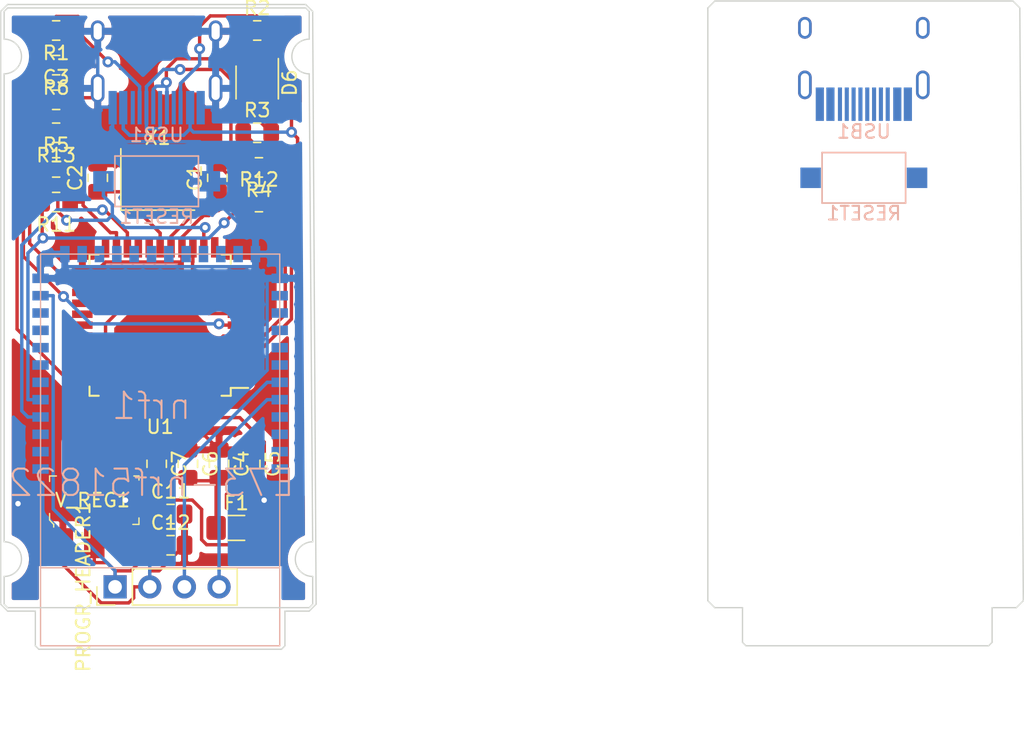
<source format=kicad_pcb>
(kicad_pcb (version 20171130) (host pcbnew "(5.1.2)-2")

  (general
    (thickness 1.6)
    (drawings 46)
    (tracks 325)
    (zones 0)
    (modules 29)
    (nets 74)
  )

  (page A4)
  (layers
    (0 F.Cu signal hide)
    (31 B.Cu signal hide)
    (32 B.Adhes user hide)
    (33 F.Adhes user hide)
    (34 B.Paste user hide)
    (35 F.Paste user hide)
    (36 B.SilkS user)
    (37 F.SilkS user hide)
    (38 B.Mask user hide)
    (39 F.Mask user hide)
    (40 Dwgs.User user)
    (41 Cmts.User user hide)
    (42 Eco1.User user hide)
    (43 Eco2.User user hide)
    (44 Edge.Cuts user)
    (45 Margin user hide)
    (46 B.CrtYd user hide)
    (47 F.CrtYd user hide)
    (48 B.Fab user hide)
    (49 F.Fab user hide)
  )

  (setup
    (last_trace_width 0.25)
    (trace_clearance 0.2)
    (zone_clearance 0.508)
    (zone_45_only no)
    (trace_min 0.2)
    (via_size 0.8)
    (via_drill 0.4)
    (via_min_size 0.4)
    (via_min_drill 0.3)
    (uvia_size 0.3)
    (uvia_drill 0.1)
    (uvias_allowed no)
    (uvia_min_size 0.2)
    (uvia_min_drill 0.1)
    (edge_width 0.1)
    (segment_width 0.2)
    (pcb_text_width 0.3)
    (pcb_text_size 1.5 1.5)
    (mod_edge_width 0.15)
    (mod_text_size 1 1)
    (mod_text_width 0.15)
    (pad_size 1.524 1.524)
    (pad_drill 0.762)
    (pad_to_mask_clearance 0)
    (aux_axis_origin 0 0)
    (visible_elements 7FFFFFFF)
    (pcbplotparams
      (layerselection 0x01000_7ffffffe)
      (usegerberextensions false)
      (usegerberattributes false)
      (usegerberadvancedattributes false)
      (creategerberjobfile false)
      (excludeedgelayer false)
      (linewidth 0.100000)
      (plotframeref false)
      (viasonmask false)
      (mode 1)
      (useauxorigin false)
      (hpglpennumber 1)
      (hpglpenspeed 20)
      (hpglpendiameter 15.000000)
      (psnegative false)
      (psa4output false)
      (plotreference false)
      (plotvalue false)
      (plotinvisibletext false)
      (padsonsilk true)
      (subtractmaskfromsilk false)
      (outputformat 3)
      (mirror false)
      (drillshape 0)
      (scaleselection 1)
      (outputdirectory "dxf"))
  )

  (net 0 "")
  (net 1 GND)
  (net 2 "Net-(C1-Pad1)")
  (net 3 "Net-(C2-Pad1)")
  (net 4 "Net-(C3-Pad1)")
  (net 5 +5V)
  (net 6 VCC)
  (net 7 +3.3V)
  (net 8 "Net-(D6-Pad3)")
  (net 9 "Net-(D6-Pad2)")
  (net 10 SWDIO)
  (net 11 SWCLK)
  (net 12 "Net-(nrf1-Pad10)")
  (net 13 "Net-(nrf1-Pad9)")
  (net 14 "Net-(nrf1-Pad8)")
  (net 15 "Net-(nrf1-Pad7)")
  (net 16 "Net-(nrf1-Pad6)")
  (net 17 TXODIV)
  (net 18 RXI)
  (net 19 "Net-(nrf1-Pad3)")
  (net 20 "Net-(nrf1-Pad2)")
  (net 21 "Net-(nrf1-Pad36)")
  (net 22 "Net-(nrf1-Pad35)")
  (net 23 "Net-(nrf1-Pad34)")
  (net 24 "Net-(nrf1-Pad33)")
  (net 25 "Net-(nrf1-Pad30)")
  (net 26 "Net-(nrf1-Pad29)")
  (net 27 "Net-(nrf1-Pad28)")
  (net 28 "Net-(nrf1-Pad27)")
  (net 29 "Net-(nrf1-Pad26)")
  (net 30 "Net-(nrf1-Pad23)")
  (net 31 "Net-(nrf1-Pad22)")
  (net 32 "Net-(nrf1-Pad21)")
  (net 33 "Net-(nrf1-Pad20)")
  (net 34 "Net-(nrf1-Pad19)")
  (net 35 "Net-(nrf1-Pad18)")
  (net 36 "Net-(nrf1-Pad17)")
  (net 37 "Net-(nrf1-Pad16)")
  (net 38 "Net-(nrf1-Pad15)")
  (net 39 "Net-(nrf1-Pad14)")
  (net 40 "Net-(nrf1-Pad1)")
  (net 41 "Net-(R1-Pad2)")
  (net 42 "Net-(R2-Pad2)")
  (net 43 D+)
  (net 44 D-)
  (net 45 "Net-(R5-Pad2)")
  (net 46 "Net-(R6-Pad2)")
  (net 47 TXO)
  (net 48 "Net-(U1-Pad42)")
  (net 49 "Net-(U1-Pad41)")
  (net 50 "Net-(U1-Pad40)")
  (net 51 "Net-(U1-Pad39)")
  (net 52 "Net-(U1-Pad38)")
  (net 53 "Net-(U1-Pad37)")
  (net 54 "Net-(U1-Pad36)")
  (net 55 "Net-(U1-Pad32)")
  (net 56 "Net-(U1-Pad31)")
  (net 57 "Net-(U1-Pad30)")
  (net 58 "Net-(U1-Pad29)")
  (net 59 "Net-(U1-Pad28)")
  (net 60 "Net-(U1-Pad27)")
  (net 61 "Net-(U1-Pad26)")
  (net 62 "Net-(U1-Pad25)")
  (net 63 "Net-(U1-Pad22)")
  (net 64 "Net-(U1-Pad19)")
  (net 65 "Net-(U1-Pad18)")
  (net 66 "Net-(U1-Pad12)")
  (net 67 "Net-(U1-Pad11)")
  (net 68 "Net-(U1-Pad10)")
  (net 69 "Net-(U1-Pad9)")
  (net 70 "Net-(U1-Pad8)")
  (net 71 "Net-(U1-Pad1)")
  (net 72 "Net-(USB1-Pad3)")
  (net 73 "Net-(USB1-Pad9)")

  (net_class Default 这是默认网络类。
    (clearance 0.2)
    (trace_width 0.25)
    (via_dia 0.8)
    (via_drill 0.4)
    (uvia_dia 0.3)
    (uvia_drill 0.1)
    (add_net +3.3V)
    (add_net +5V)
    (add_net D+)
    (add_net D-)
    (add_net GND)
    (add_net "Net-(C1-Pad1)")
    (add_net "Net-(C2-Pad1)")
    (add_net "Net-(C3-Pad1)")
    (add_net "Net-(D6-Pad2)")
    (add_net "Net-(D6-Pad3)")
    (add_net "Net-(R1-Pad2)")
    (add_net "Net-(R2-Pad2)")
    (add_net "Net-(R5-Pad2)")
    (add_net "Net-(R6-Pad2)")
    (add_net "Net-(U1-Pad1)")
    (add_net "Net-(U1-Pad10)")
    (add_net "Net-(U1-Pad11)")
    (add_net "Net-(U1-Pad12)")
    (add_net "Net-(U1-Pad18)")
    (add_net "Net-(U1-Pad19)")
    (add_net "Net-(U1-Pad22)")
    (add_net "Net-(U1-Pad25)")
    (add_net "Net-(U1-Pad26)")
    (add_net "Net-(U1-Pad27)")
    (add_net "Net-(U1-Pad28)")
    (add_net "Net-(U1-Pad29)")
    (add_net "Net-(U1-Pad30)")
    (add_net "Net-(U1-Pad31)")
    (add_net "Net-(U1-Pad32)")
    (add_net "Net-(U1-Pad36)")
    (add_net "Net-(U1-Pad37)")
    (add_net "Net-(U1-Pad38)")
    (add_net "Net-(U1-Pad39)")
    (add_net "Net-(U1-Pad40)")
    (add_net "Net-(U1-Pad41)")
    (add_net "Net-(U1-Pad42)")
    (add_net "Net-(U1-Pad8)")
    (add_net "Net-(U1-Pad9)")
    (add_net "Net-(USB1-Pad3)")
    (add_net "Net-(USB1-Pad9)")
    (add_net "Net-(nrf1-Pad1)")
    (add_net "Net-(nrf1-Pad10)")
    (add_net "Net-(nrf1-Pad14)")
    (add_net "Net-(nrf1-Pad15)")
    (add_net "Net-(nrf1-Pad16)")
    (add_net "Net-(nrf1-Pad17)")
    (add_net "Net-(nrf1-Pad18)")
    (add_net "Net-(nrf1-Pad19)")
    (add_net "Net-(nrf1-Pad2)")
    (add_net "Net-(nrf1-Pad20)")
    (add_net "Net-(nrf1-Pad21)")
    (add_net "Net-(nrf1-Pad22)")
    (add_net "Net-(nrf1-Pad23)")
    (add_net "Net-(nrf1-Pad26)")
    (add_net "Net-(nrf1-Pad27)")
    (add_net "Net-(nrf1-Pad28)")
    (add_net "Net-(nrf1-Pad29)")
    (add_net "Net-(nrf1-Pad3)")
    (add_net "Net-(nrf1-Pad30)")
    (add_net "Net-(nrf1-Pad33)")
    (add_net "Net-(nrf1-Pad34)")
    (add_net "Net-(nrf1-Pad35)")
    (add_net "Net-(nrf1-Pad36)")
    (add_net "Net-(nrf1-Pad6)")
    (add_net "Net-(nrf1-Pad7)")
    (add_net "Net-(nrf1-Pad8)")
    (add_net "Net-(nrf1-Pad9)")
    (add_net RXI)
    (add_net SWCLK)
    (add_net SWDIO)
    (add_net TXO)
    (add_net TXODIV)
    (add_net VCC)
  )

  (module Button_Switch_SMD:SW_SPST_CK_RS282G05A3 (layer B.Cu) (tedit 5A7A67D2) (tstamp 5E565F9B)
    (at 131.572 105.41)
    (descr https://www.mouser.com/ds/2/60/RS-282G05A-SM_RT-1159762.pdf)
    (tags "SPST button tactile switch")
    (path /5C0CF608)
    (attr smd)
    (fp_text reference RESET1 (at 0 2.6) (layer B.SilkS)
      (effects (font (size 1 1) (thickness 0.15)) (justify mirror))
    )
    (fp_text value SW_SPST (at 0 -3) (layer B.Fab)
      (effects (font (size 1 1) (thickness 0.15)) (justify mirror))
    )
    (fp_line (start -4.9 -2.05) (end -4.9 2.05) (layer B.CrtYd) (width 0.05))
    (fp_line (start 4.9 -2.05) (end -4.9 -2.05) (layer B.CrtYd) (width 0.05))
    (fp_line (start 4.9 2.05) (end 4.9 -2.05) (layer B.CrtYd) (width 0.05))
    (fp_line (start -4.9 2.05) (end 4.9 2.05) (layer B.CrtYd) (width 0.05))
    (fp_text user %R (at 0 2.6) (layer B.Fab)
      (effects (font (size 1 1) (thickness 0.15)) (justify mirror))
    )
    (fp_line (start -1.75 1) (end 1.75 1) (layer B.Fab) (width 0.1))
    (fp_line (start 1.75 1) (end 1.75 -1) (layer B.Fab) (width 0.1))
    (fp_line (start 1.75 -1) (end -1.75 -1) (layer B.Fab) (width 0.1))
    (fp_line (start -1.75 -1) (end -1.75 1) (layer B.Fab) (width 0.1))
    (fp_line (start -3.06 1.85) (end 3.06 1.85) (layer B.SilkS) (width 0.12))
    (fp_line (start 3.06 1.85) (end 3.06 -1.85) (layer B.SilkS) (width 0.12))
    (fp_line (start 3.06 -1.85) (end -3.06 -1.85) (layer B.SilkS) (width 0.12))
    (fp_line (start -3.06 -1.85) (end -3.06 1.85) (layer B.SilkS) (width 0.12))
    (fp_line (start -1.5 -0.8) (end 1.5 -0.8) (layer B.Fab) (width 0.1))
    (fp_line (start -1.5 0.8) (end 1.5 0.8) (layer B.Fab) (width 0.1))
    (fp_line (start 1.5 0.8) (end 1.5 -0.8) (layer B.Fab) (width 0.1))
    (fp_line (start -1.5 0.8) (end -1.5 -0.8) (layer B.Fab) (width 0.1))
    (fp_line (start -3 -1.8) (end 3 -1.8) (layer B.Fab) (width 0.1))
    (fp_line (start -3 1.8) (end 3 1.8) (layer B.Fab) (width 0.1))
    (fp_line (start -3 1.8) (end -3 -1.8) (layer B.Fab) (width 0.1))
    (fp_line (start 3 1.8) (end 3 -1.8) (layer B.Fab) (width 0.1))
    (pad 1 smd rect (at -3.9 0) (size 1.5 1.5) (layers B.Cu B.Paste B.Mask))
    (pad 2 smd rect (at 3.9 0) (size 1.5 1.5) (layers B.Cu B.Paste B.Mask))
    (model ${KISYS3DMOD}/Button_Switch_SMD.3dshapes/SW_SPST_CK_RS282G05A3.wrl
      (at (xyz 0 0 0))
      (scale (xyz 1 1 1))
      (rotate (xyz 0 0 0))
    )
  )

  (module Type-C:HRO-TYPE-C-31-M-12-HandSoldering (layer B.Cu) (tedit 5ACED934) (tstamp 5E565FB5)
    (at 131.572 91.821)
    (path /5E08E8E5)
    (fp_text reference USB1 (at 0 10.2) (layer B.SilkS)
      (effects (font (size 1 1) (thickness 0.15)) (justify mirror))
    )
    (fp_text value HRO-TYPE-C-31-M-12 (at 0 -1.15) (layer Dwgs.User)
      (effects (font (size 1 1) (thickness 0.15)))
    )
    (fp_line (start -4.47 7.3) (end 4.47 7.3) (layer Dwgs.User) (width 0.15))
    (fp_line (start 4.47 0) (end 4.47 7.3) (layer Dwgs.User) (width 0.15))
    (fp_line (start -4.47 0) (end -4.47 7.3) (layer Dwgs.User) (width 0.15))
    (fp_line (start -4.47 0) (end 4.47 0) (layer Dwgs.User) (width 0.15))
    (pad 13 thru_hole oval (at 4.32 2.6) (size 1 1.6) (drill oval 0.6 1.2) (layers *.Cu F.Mask))
    (pad 13 thru_hole oval (at -4.32 2.6) (size 1 1.6) (drill oval 0.6 1.2) (layers *.Cu F.Mask))
    (pad 13 thru_hole oval (at 4.32 6.78) (size 1 2.1) (drill oval 0.6 1.7) (layers *.Cu F.Mask))
    (pad 13 thru_hole oval (at -4.32 6.78) (size 1 2.1) (drill oval 0.6 1.7) (layers *.Cu F.Mask))
    (pad "" np_thru_hole circle (at -2.89 6.25) (size 0.65 0.65) (drill 0.65) (layers *.Cu *.Mask))
    (pad "" np_thru_hole circle (at 2.89 6.25) (size 0.65 0.65) (drill 0.65) (layers *.Cu *.Mask))
    (pad 6 smd rect (at -0.25 8.195) (size 0.3 2.45) (layers B.Cu B.Paste B.Mask))
    (pad 7 smd rect (at 0.25 8.195) (size 0.3 2.45) (layers B.Cu B.Paste B.Mask))
    (pad 8 smd rect (at 0.75 8.195) (size 0.3 2.45) (layers B.Cu B.Paste B.Mask))
    (pad 5 smd rect (at -0.75 8.195) (size 0.3 2.45) (layers B.Cu B.Paste B.Mask))
    (pad 9 smd rect (at 1.25 8.195) (size 0.3 2.45) (layers B.Cu B.Paste B.Mask))
    (pad 4 smd rect (at -1.25 8.195) (size 0.3 2.45) (layers B.Cu B.Paste B.Mask))
    (pad 10 smd rect (at 1.75 8.195) (size 0.3 2.45) (layers B.Cu B.Paste B.Mask))
    (pad 3 smd rect (at -1.75 8.195) (size 0.3 2.45) (layers B.Cu B.Paste B.Mask))
    (pad 2 smd rect (at -2.45 8.195) (size 0.6 2.45) (layers B.Cu B.Paste B.Mask))
    (pad 11 smd rect (at 2.45 8.195) (size 0.6 2.45) (layers B.Cu B.Paste B.Mask))
    (pad 1 smd rect (at -3.225 8.195) (size 0.6 2.45) (layers B.Cu B.Paste B.Mask))
    (pad 12 smd rect (at 3.225 8.195) (size 0.6 2.45) (layers B.Cu B.Paste B.Mask))
  )

  (module redox_w_receiver_footprints:SOT-223 (layer F.Cu) (tedit 5B07037E) (tstamp 5E3B54BD)
    (at 75.184 129.032)
    (path /5C0CE178)
    (fp_text reference V_REG1 (at -0.127 0 180) (layer F.SilkS)
      (effects (font (size 1 1) (thickness 0.15)))
    )
    (fp_text value LD1117S33CTR (at 0 4.5 180) (layer F.Fab)
      (effects (font (size 1 1) (thickness 0.15)))
    )
    (fp_line (start 3.15 -1.65) (end 3.15 1.65) (layer F.Fab) (width 0.1))
    (fp_line (start -3.15 -1.65) (end 3.15 -1.65) (layer F.Fab) (width 0.1))
    (fp_text user %R (at -0.05 0.025 180) (layer F.Fab)
      (effects (font (size 1 1) (thickness 0.15)))
    )
    (fp_line (start 3.275 -1.775) (end 3.275 -1.475) (layer F.SilkS) (width 0.1))
    (fp_line (start 2.9 -1.775) (end 3.275 -1.775) (layer F.SilkS) (width 0.1))
    (fp_line (start -3.275 -1.775) (end -3.275 -1.375) (layer F.SilkS) (width 0.1))
    (fp_line (start -2.775 -1.775) (end -3.275 -1.775) (layer F.SilkS) (width 0.1))
    (fp_line (start 3.275 1.775) (end 2.825 1.775) (layer F.SilkS) (width 0.1))
    (fp_line (start 3.275 1.3) (end 3.275 1.775) (layer F.SilkS) (width 0.1))
    (fp_line (start -3.15 1.35) (end -2.875 1.65) (layer F.Fab) (width 0.1))
    (fp_line (start 3.15 1.65) (end -2.875 1.65) (layer F.Fab) (width 0.1))
    (fp_line (start -3.15 1.35) (end -3.15 -1.65) (layer F.Fab) (width 0.1))
    (fp_line (start 3.45 -4.45) (end 3.45 4.45) (layer F.CrtYd) (width 0.05))
    (fp_line (start 3.45 -4.45) (end -3.45 -4.45) (layer F.CrtYd) (width 0.05))
    (fp_line (start -3.45 -4.45) (end -3.45 4.45) (layer F.CrtYd) (width 0.05))
    (fp_line (start -3.45 4.45) (end 3.45 4.45) (layer F.CrtYd) (width 0.05))
    (fp_line (start -2.975 1.775) (end -2.975 1.97) (layer F.SilkS) (width 0.1))
    (fp_line (start -3.275 1.45) (end -2.975 1.775) (layer F.SilkS) (width 0.1))
    (fp_line (start -3.275 0.975) (end -3.275 1.45) (layer F.SilkS) (width 0.1))
    (pad 4 smd rect (at 0 -3.15) (size 3.8 2.2) (layers F.Cu F.Paste F.Mask)
      (net 7 +3.3V))
    (pad 1 smd rect (at -2.3 3.15) (size 1.5 2.2) (layers F.Cu F.Paste F.Mask)
      (net 1 GND))
    (pad 2 smd rect (at 0 3.15) (size 1.5 2.2) (layers F.Cu F.Paste F.Mask)
      (net 7 +3.3V))
    (pad 3 smd rect (at 2.3 3.15) (size 1.5 2.2) (layers F.Cu F.Paste F.Mask)
      (net 6 VCC))
  )

  (module Type-C:HRO-TYPE-C-31-M-12-HandSoldering (layer B.Cu) (tedit 5ACED934) (tstamp 5E3B54A2)
    (at 79.756 92.075)
    (path /5E08E8E5)
    (fp_text reference USB1 (at 0 10.2) (layer B.SilkS)
      (effects (font (size 1 1) (thickness 0.15)) (justify mirror))
    )
    (fp_text value HRO-TYPE-C-31-M-12 (at 0 -1.15) (layer Dwgs.User)
      (effects (font (size 1 1) (thickness 0.15)))
    )
    (fp_line (start -4.47 0) (end 4.47 0) (layer Dwgs.User) (width 0.15))
    (fp_line (start -4.47 0) (end -4.47 7.3) (layer Dwgs.User) (width 0.15))
    (fp_line (start 4.47 0) (end 4.47 7.3) (layer Dwgs.User) (width 0.15))
    (fp_line (start -4.47 7.3) (end 4.47 7.3) (layer Dwgs.User) (width 0.15))
    (pad 12 smd rect (at 3.225 8.195) (size 0.6 2.45) (layers B.Cu B.Paste B.Mask)
      (net 1 GND))
    (pad 1 smd rect (at -3.225 8.195) (size 0.6 2.45) (layers B.Cu B.Paste B.Mask)
      (net 1 GND))
    (pad 11 smd rect (at 2.45 8.195) (size 0.6 2.45) (layers B.Cu B.Paste B.Mask)
      (net 6 VCC))
    (pad 2 smd rect (at -2.45 8.195) (size 0.6 2.45) (layers B.Cu B.Paste B.Mask)
      (net 6 VCC))
    (pad 3 smd rect (at -1.75 8.195) (size 0.3 2.45) (layers B.Cu B.Paste B.Mask)
      (net 72 "Net-(USB1-Pad3)"))
    (pad 10 smd rect (at 1.75 8.195) (size 0.3 2.45) (layers B.Cu B.Paste B.Mask)
      (net 42 "Net-(R2-Pad2)"))
    (pad 4 smd rect (at -1.25 8.195) (size 0.3 2.45) (layers B.Cu B.Paste B.Mask)
      (net 41 "Net-(R1-Pad2)"))
    (pad 9 smd rect (at 1.25 8.195) (size 0.3 2.45) (layers B.Cu B.Paste B.Mask)
      (net 73 "Net-(USB1-Pad9)"))
    (pad 5 smd rect (at -0.75 8.195) (size 0.3 2.45) (layers B.Cu B.Paste B.Mask)
      (net 8 "Net-(D6-Pad3)"))
    (pad 8 smd rect (at 0.75 8.195) (size 0.3 2.45) (layers B.Cu B.Paste B.Mask)
      (net 9 "Net-(D6-Pad2)"))
    (pad 7 smd rect (at 0.25 8.195) (size 0.3 2.45) (layers B.Cu B.Paste B.Mask)
      (net 8 "Net-(D6-Pad3)"))
    (pad 6 smd rect (at -0.25 8.195) (size 0.3 2.45) (layers B.Cu B.Paste B.Mask)
      (net 9 "Net-(D6-Pad2)"))
    (pad "" np_thru_hole circle (at 2.89 6.25) (size 0.65 0.65) (drill 0.65) (layers *.Cu *.Mask))
    (pad "" np_thru_hole circle (at -2.89 6.25) (size 0.65 0.65) (drill 0.65) (layers *.Cu *.Mask))
    (pad 13 thru_hole oval (at -4.32 6.78) (size 1 2.1) (drill oval 0.6 1.7) (layers *.Cu F.Mask)
      (net 1 GND))
    (pad 13 thru_hole oval (at 4.32 6.78) (size 1 2.1) (drill oval 0.6 1.7) (layers *.Cu F.Mask)
      (net 1 GND))
    (pad 13 thru_hole oval (at -4.32 2.6) (size 1 1.6) (drill oval 0.6 1.2) (layers *.Cu F.Mask)
      (net 1 GND))
    (pad 13 thru_hole oval (at 4.32 2.6) (size 1 1.6) (drill oval 0.6 1.2) (layers *.Cu F.Mask)
      (net 1 GND))
  )

  (module Crystal:Crystal_SMD_3225-4Pin_3.2x2.5mm_HandSoldering (layer F.Cu) (tedit 5A0FD1B2) (tstamp 5E3AE68C)
    (at 79.83 105.53)
    (descr "SMD Crystal SERIES SMD3225/4 http://www.txccrystal.com/images/pdf/7m-accuracy.pdf, hand-soldering, 3.2x2.5mm^2 package")
    (tags "SMD SMT crystal hand-soldering")
    (path /5E1B449D)
    (attr smd)
    (fp_text reference X1 (at 0 -3.05) (layer F.SilkS)
      (effects (font (size 1 1) (thickness 0.15)))
    )
    (fp_text value Crystal_GND24 (at 0 3.05) (layer F.Fab)
      (effects (font (size 1 1) (thickness 0.15)))
    )
    (fp_line (start 2.8 -2.3) (end -2.8 -2.3) (layer F.CrtYd) (width 0.05))
    (fp_line (start 2.8 2.3) (end 2.8 -2.3) (layer F.CrtYd) (width 0.05))
    (fp_line (start -2.8 2.3) (end 2.8 2.3) (layer F.CrtYd) (width 0.05))
    (fp_line (start -2.8 -2.3) (end -2.8 2.3) (layer F.CrtYd) (width 0.05))
    (fp_line (start -2.7 2.25) (end 2.7 2.25) (layer F.SilkS) (width 0.12))
    (fp_line (start -2.7 -2.25) (end -2.7 2.25) (layer F.SilkS) (width 0.12))
    (fp_line (start -1.6 0.25) (end -0.6 1.25) (layer F.Fab) (width 0.1))
    (fp_line (start 1.6 -1.25) (end -1.6 -1.25) (layer F.Fab) (width 0.1))
    (fp_line (start 1.6 1.25) (end 1.6 -1.25) (layer F.Fab) (width 0.1))
    (fp_line (start -1.6 1.25) (end 1.6 1.25) (layer F.Fab) (width 0.1))
    (fp_line (start -1.6 -1.25) (end -1.6 1.25) (layer F.Fab) (width 0.1))
    (fp_text user %R (at 0 0) (layer F.Fab)
      (effects (font (size 0.7 0.7) (thickness 0.105)))
    )
    (pad 4 smd rect (at -1.45 -1.15) (size 2.1 1.8) (layers F.Cu F.Paste F.Mask)
      (net 1 GND))
    (pad 3 smd rect (at 1.45 -1.15) (size 2.1 1.8) (layers F.Cu F.Paste F.Mask)
      (net 2 "Net-(C1-Pad1)"))
    (pad 2 smd rect (at 1.45 1.15) (size 2.1 1.8) (layers F.Cu F.Paste F.Mask)
      (net 1 GND))
    (pad 1 smd rect (at -1.45 1.15) (size 2.1 1.8) (layers F.Cu F.Paste F.Mask)
      (net 3 "Net-(C2-Pad1)"))
    (model ${KISYS3DMOD}/Crystal.3dshapes/Crystal_SMD_3225-4Pin_3.2x2.5mm_HandSoldering.wrl
      (at (xyz 0 0 0))
      (scale (xyz 1 1 1))
      (rotate (xyz 0 0 0))
    )
  )

  (module Package_QFP:TQFP-44_10x10mm_P0.8mm (layer F.Cu) (tedit 5A02F146) (tstamp 5E3AE678)
    (at 80.01 116.205 180)
    (descr "44-Lead Plastic Thin Quad Flatpack (PT) - 10x10x1.0 mm Body [TQFP] (see Microchip Packaging Specification 00000049BS.pdf)")
    (tags "QFP 0.8")
    (path /5E0D61AE)
    (attr smd)
    (fp_text reference U1 (at 0 -7.45) (layer F.SilkS)
      (effects (font (size 1 1) (thickness 0.15)))
    )
    (fp_text value ATmega32U4-AU (at 0 7.45) (layer F.Fab)
      (effects (font (size 1 1) (thickness 0.15)))
    )
    (fp_line (start -5.175 -4.6) (end -6.45 -4.6) (layer F.SilkS) (width 0.15))
    (fp_line (start 5.175 -5.175) (end 4.5 -5.175) (layer F.SilkS) (width 0.15))
    (fp_line (start 5.175 5.175) (end 4.5 5.175) (layer F.SilkS) (width 0.15))
    (fp_line (start -5.175 5.175) (end -4.5 5.175) (layer F.SilkS) (width 0.15))
    (fp_line (start -5.175 -5.175) (end -4.5 -5.175) (layer F.SilkS) (width 0.15))
    (fp_line (start -5.175 5.175) (end -5.175 4.5) (layer F.SilkS) (width 0.15))
    (fp_line (start 5.175 5.175) (end 5.175 4.5) (layer F.SilkS) (width 0.15))
    (fp_line (start 5.175 -5.175) (end 5.175 -4.5) (layer F.SilkS) (width 0.15))
    (fp_line (start -5.175 -5.175) (end -5.175 -4.6) (layer F.SilkS) (width 0.15))
    (fp_line (start -6.7 6.7) (end 6.7 6.7) (layer F.CrtYd) (width 0.05))
    (fp_line (start -6.7 -6.7) (end 6.7 -6.7) (layer F.CrtYd) (width 0.05))
    (fp_line (start 6.7 -6.7) (end 6.7 6.7) (layer F.CrtYd) (width 0.05))
    (fp_line (start -6.7 -6.7) (end -6.7 6.7) (layer F.CrtYd) (width 0.05))
    (fp_line (start -5 -4) (end -4 -5) (layer F.Fab) (width 0.15))
    (fp_line (start -5 5) (end -5 -4) (layer F.Fab) (width 0.15))
    (fp_line (start 5 5) (end -5 5) (layer F.Fab) (width 0.15))
    (fp_line (start 5 -5) (end 5 5) (layer F.Fab) (width 0.15))
    (fp_line (start -4 -5) (end 5 -5) (layer F.Fab) (width 0.15))
    (fp_text user %R (at 0 0) (layer F.Fab)
      (effects (font (size 1 1) (thickness 0.15)))
    )
    (pad 44 smd rect (at -4 -5.7 270) (size 1.5 0.55) (layers F.Cu F.Paste F.Mask)
      (net 5 +5V))
    (pad 43 smd rect (at -3.2 -5.7 270) (size 1.5 0.55) (layers F.Cu F.Paste F.Mask)
      (net 1 GND))
    (pad 42 smd rect (at -2.4 -5.7 270) (size 1.5 0.55) (layers F.Cu F.Paste F.Mask)
      (net 48 "Net-(U1-Pad42)"))
    (pad 41 smd rect (at -1.6 -5.7 270) (size 1.5 0.55) (layers F.Cu F.Paste F.Mask)
      (net 49 "Net-(U1-Pad41)"))
    (pad 40 smd rect (at -0.8 -5.7 270) (size 1.5 0.55) (layers F.Cu F.Paste F.Mask)
      (net 50 "Net-(U1-Pad40)"))
    (pad 39 smd rect (at 0 -5.7 270) (size 1.5 0.55) (layers F.Cu F.Paste F.Mask)
      (net 51 "Net-(U1-Pad39)"))
    (pad 38 smd rect (at 0.8 -5.7 270) (size 1.5 0.55) (layers F.Cu F.Paste F.Mask)
      (net 52 "Net-(U1-Pad38)"))
    (pad 37 smd rect (at 1.6 -5.7 270) (size 1.5 0.55) (layers F.Cu F.Paste F.Mask)
      (net 53 "Net-(U1-Pad37)"))
    (pad 36 smd rect (at 2.4 -5.7 270) (size 1.5 0.55) (layers F.Cu F.Paste F.Mask)
      (net 54 "Net-(U1-Pad36)"))
    (pad 35 smd rect (at 3.2 -5.7 270) (size 1.5 0.55) (layers F.Cu F.Paste F.Mask)
      (net 1 GND))
    (pad 34 smd rect (at 4 -5.7 270) (size 1.5 0.55) (layers F.Cu F.Paste F.Mask)
      (net 5 +5V))
    (pad 33 smd rect (at 5.7 -4 180) (size 1.5 0.55) (layers F.Cu F.Paste F.Mask)
      (net 46 "Net-(R6-Pad2)"))
    (pad 32 smd rect (at 5.7 -3.2 180) (size 1.5 0.55) (layers F.Cu F.Paste F.Mask)
      (net 55 "Net-(U1-Pad32)"))
    (pad 31 smd rect (at 5.7 -2.4 180) (size 1.5 0.55) (layers F.Cu F.Paste F.Mask)
      (net 56 "Net-(U1-Pad31)"))
    (pad 30 smd rect (at 5.7 -1.6 180) (size 1.5 0.55) (layers F.Cu F.Paste F.Mask)
      (net 57 "Net-(U1-Pad30)"))
    (pad 29 smd rect (at 5.7 -0.8 180) (size 1.5 0.55) (layers F.Cu F.Paste F.Mask)
      (net 58 "Net-(U1-Pad29)"))
    (pad 28 smd rect (at 5.7 0 180) (size 1.5 0.55) (layers F.Cu F.Paste F.Mask)
      (net 59 "Net-(U1-Pad28)"))
    (pad 27 smd rect (at 5.7 0.8 180) (size 1.5 0.55) (layers F.Cu F.Paste F.Mask)
      (net 60 "Net-(U1-Pad27)"))
    (pad 26 smd rect (at 5.7 1.6 180) (size 1.5 0.55) (layers F.Cu F.Paste F.Mask)
      (net 61 "Net-(U1-Pad26)"))
    (pad 25 smd rect (at 5.7 2.4 180) (size 1.5 0.55) (layers F.Cu F.Paste F.Mask)
      (net 62 "Net-(U1-Pad25)"))
    (pad 24 smd rect (at 5.7 3.2 180) (size 1.5 0.55) (layers F.Cu F.Paste F.Mask)
      (net 5 +5V))
    (pad 23 smd rect (at 5.7 4 180) (size 1.5 0.55) (layers F.Cu F.Paste F.Mask)
      (net 1 GND))
    (pad 22 smd rect (at 4 5.7 270) (size 1.5 0.55) (layers F.Cu F.Paste F.Mask)
      (net 63 "Net-(U1-Pad22)"))
    (pad 21 smd rect (at 3.2 5.7 270) (size 1.5 0.55) (layers F.Cu F.Paste F.Mask)
      (net 47 TXO))
    (pad 20 smd rect (at 2.4 5.7 270) (size 1.5 0.55) (layers F.Cu F.Paste F.Mask)
      (net 18 RXI))
    (pad 19 smd rect (at 1.6 5.7 270) (size 1.5 0.55) (layers F.Cu F.Paste F.Mask)
      (net 64 "Net-(U1-Pad19)"))
    (pad 18 smd rect (at 0.8 5.7 270) (size 1.5 0.55) (layers F.Cu F.Paste F.Mask)
      (net 65 "Net-(U1-Pad18)"))
    (pad 17 smd rect (at 0 5.7 270) (size 1.5 0.55) (layers F.Cu F.Paste F.Mask)
      (net 3 "Net-(C2-Pad1)"))
    (pad 16 smd rect (at -0.8 5.7 270) (size 1.5 0.55) (layers F.Cu F.Paste F.Mask)
      (net 2 "Net-(C1-Pad1)"))
    (pad 15 smd rect (at -1.6 5.7 270) (size 1.5 0.55) (layers F.Cu F.Paste F.Mask)
      (net 1 GND))
    (pad 14 smd rect (at -2.4 5.7 270) (size 1.5 0.55) (layers F.Cu F.Paste F.Mask)
      (net 5 +5V))
    (pad 13 smd rect (at -3.2 5.7 270) (size 1.5 0.55) (layers F.Cu F.Paste F.Mask)
      (net 45 "Net-(R5-Pad2)"))
    (pad 12 smd rect (at -4 5.7 270) (size 1.5 0.55) (layers F.Cu F.Paste F.Mask)
      (net 66 "Net-(U1-Pad12)"))
    (pad 11 smd rect (at -5.7 4 180) (size 1.5 0.55) (layers F.Cu F.Paste F.Mask)
      (net 67 "Net-(U1-Pad11)"))
    (pad 10 smd rect (at -5.7 3.2 180) (size 1.5 0.55) (layers F.Cu F.Paste F.Mask)
      (net 68 "Net-(U1-Pad10)"))
    (pad 9 smd rect (at -5.7 2.4 180) (size 1.5 0.55) (layers F.Cu F.Paste F.Mask)
      (net 69 "Net-(U1-Pad9)"))
    (pad 8 smd rect (at -5.7 1.6 180) (size 1.5 0.55) (layers F.Cu F.Paste F.Mask)
      (net 70 "Net-(U1-Pad8)"))
    (pad 7 smd rect (at -5.7 0.8 180) (size 1.5 0.55) (layers F.Cu F.Paste F.Mask)
      (net 5 +5V))
    (pad 6 smd rect (at -5.7 0 180) (size 1.5 0.55) (layers F.Cu F.Paste F.Mask)
      (net 4 "Net-(C3-Pad1)"))
    (pad 5 smd rect (at -5.7 -0.8 180) (size 1.5 0.55) (layers F.Cu F.Paste F.Mask)
      (net 1 GND))
    (pad 4 smd rect (at -5.7 -1.6 180) (size 1.5 0.55) (layers F.Cu F.Paste F.Mask)
      (net 43 D+))
    (pad 3 smd rect (at -5.7 -2.4 180) (size 1.5 0.55) (layers F.Cu F.Paste F.Mask)
      (net 44 D-))
    (pad 2 smd rect (at -5.7 -3.2 180) (size 1.5 0.55) (layers F.Cu F.Paste F.Mask)
      (net 5 +5V))
    (pad 1 smd rect (at -5.7 -4 180) (size 1.5 0.55) (layers F.Cu F.Paste F.Mask)
      (net 71 "Net-(U1-Pad1)"))
    (model ${KISYS3DMOD}/Package_QFP.3dshapes/TQFP-44_10x10mm_P0.8mm.wrl
      (at (xyz 0 0 0))
      (scale (xyz 1 1 1))
      (rotate (xyz 0 0 0))
    )
  )

  (module Button_Switch_SMD:SW_SPST_CK_RS282G05A3 (layer B.Cu) (tedit 5A7A67D2) (tstamp 5E3AE635)
    (at 79.756 105.664)
    (descr https://www.mouser.com/ds/2/60/RS-282G05A-SM_RT-1159762.pdf)
    (tags "SPST button tactile switch")
    (path /5C0CF608)
    (attr smd)
    (fp_text reference RESET1 (at 0 2.6) (layer B.SilkS)
      (effects (font (size 1 1) (thickness 0.15)) (justify mirror))
    )
    (fp_text value SW_SPST (at 0 -3) (layer B.Fab)
      (effects (font (size 1 1) (thickness 0.15)) (justify mirror))
    )
    (fp_line (start 3 1.8) (end 3 -1.8) (layer B.Fab) (width 0.1))
    (fp_line (start -3 1.8) (end -3 -1.8) (layer B.Fab) (width 0.1))
    (fp_line (start -3 1.8) (end 3 1.8) (layer B.Fab) (width 0.1))
    (fp_line (start -3 -1.8) (end 3 -1.8) (layer B.Fab) (width 0.1))
    (fp_line (start -1.5 0.8) (end -1.5 -0.8) (layer B.Fab) (width 0.1))
    (fp_line (start 1.5 0.8) (end 1.5 -0.8) (layer B.Fab) (width 0.1))
    (fp_line (start -1.5 0.8) (end 1.5 0.8) (layer B.Fab) (width 0.1))
    (fp_line (start -1.5 -0.8) (end 1.5 -0.8) (layer B.Fab) (width 0.1))
    (fp_line (start -3.06 -1.85) (end -3.06 1.85) (layer B.SilkS) (width 0.12))
    (fp_line (start 3.06 -1.85) (end -3.06 -1.85) (layer B.SilkS) (width 0.12))
    (fp_line (start 3.06 1.85) (end 3.06 -1.85) (layer B.SilkS) (width 0.12))
    (fp_line (start -3.06 1.85) (end 3.06 1.85) (layer B.SilkS) (width 0.12))
    (fp_line (start -1.75 -1) (end -1.75 1) (layer B.Fab) (width 0.1))
    (fp_line (start 1.75 -1) (end -1.75 -1) (layer B.Fab) (width 0.1))
    (fp_line (start 1.75 1) (end 1.75 -1) (layer B.Fab) (width 0.1))
    (fp_line (start -1.75 1) (end 1.75 1) (layer B.Fab) (width 0.1))
    (fp_text user %R (at 0 2.6) (layer B.Fab)
      (effects (font (size 1 1) (thickness 0.15)) (justify mirror))
    )
    (fp_line (start -4.9 2.05) (end 4.9 2.05) (layer B.CrtYd) (width 0.05))
    (fp_line (start 4.9 2.05) (end 4.9 -2.05) (layer B.CrtYd) (width 0.05))
    (fp_line (start 4.9 -2.05) (end -4.9 -2.05) (layer B.CrtYd) (width 0.05))
    (fp_line (start -4.9 -2.05) (end -4.9 2.05) (layer B.CrtYd) (width 0.05))
    (pad 2 smd rect (at 3.9 0) (size 1.5 1.5) (layers B.Cu B.Paste B.Mask)
      (net 1 GND))
    (pad 1 smd rect (at -3.9 0) (size 1.5 1.5) (layers B.Cu B.Paste B.Mask)
      (net 45 "Net-(R5-Pad2)"))
    (model ${KISYS3DMOD}/Button_Switch_SMD.3dshapes/SW_SPST_CK_RS282G05A3.wrl
      (at (xyz 0 0 0))
      (scale (xyz 1 1 1))
      (rotate (xyz 0 0 0))
    )
  )

  (module Resistor_SMD:R_0805_2012Metric_Pad1.15x1.40mm_HandSolder (layer F.Cu) (tedit 5B36C52B) (tstamp 5E3AE61A)
    (at 72.39 102.108 180)
    (descr "Resistor SMD 0805 (2012 Metric), square (rectangular) end terminal, IPC_7351 nominal with elongated pad for handsoldering. (Body size source: https://docs.google.com/spreadsheets/d/1BsfQQcO9C6DZCsRaXUlFlo91Tg2WpOkGARC1WS5S8t0/edit?usp=sharing), generated with kicad-footprint-generator")
    (tags "resistor handsolder")
    (path /5C0D69A3)
    (attr smd)
    (fp_text reference R13 (at 0 -1.65) (layer F.SilkS)
      (effects (font (size 1 1) (thickness 0.15)))
    )
    (fp_text value 1.5K (at 0 1.65) (layer F.Fab)
      (effects (font (size 1 1) (thickness 0.15)))
    )
    (fp_text user %R (at 0 0) (layer F.Fab)
      (effects (font (size 0.5 0.5) (thickness 0.08)))
    )
    (fp_line (start 1.85 0.95) (end -1.85 0.95) (layer F.CrtYd) (width 0.05))
    (fp_line (start 1.85 -0.95) (end 1.85 0.95) (layer F.CrtYd) (width 0.05))
    (fp_line (start -1.85 -0.95) (end 1.85 -0.95) (layer F.CrtYd) (width 0.05))
    (fp_line (start -1.85 0.95) (end -1.85 -0.95) (layer F.CrtYd) (width 0.05))
    (fp_line (start -0.261252 0.71) (end 0.261252 0.71) (layer F.SilkS) (width 0.12))
    (fp_line (start -0.261252 -0.71) (end 0.261252 -0.71) (layer F.SilkS) (width 0.12))
    (fp_line (start 1 0.6) (end -1 0.6) (layer F.Fab) (width 0.1))
    (fp_line (start 1 -0.6) (end 1 0.6) (layer F.Fab) (width 0.1))
    (fp_line (start -1 -0.6) (end 1 -0.6) (layer F.Fab) (width 0.1))
    (fp_line (start -1 0.6) (end -1 -0.6) (layer F.Fab) (width 0.1))
    (pad 2 smd roundrect (at 1.025 0 180) (size 1.15 1.4) (layers F.Cu F.Paste F.Mask) (roundrect_rratio 0.217391)
      (net 17 TXODIV))
    (pad 1 smd roundrect (at -1.025 0 180) (size 1.15 1.4) (layers F.Cu F.Paste F.Mask) (roundrect_rratio 0.217391)
      (net 47 TXO))
    (model ${KISYS3DMOD}/Resistor_SMD.3dshapes/R_0805_2012Metric.wrl
      (at (xyz 0 0 0))
      (scale (xyz 1 1 1))
      (rotate (xyz 0 0 0))
    )
  )

  (module Resistor_SMD:R_0805_2012Metric_Pad1.15x1.40mm_HandSolder (layer F.Cu) (tedit 5B36C52B) (tstamp 5E3AE609)
    (at 87.249 107.188)
    (descr "Resistor SMD 0805 (2012 Metric), square (rectangular) end terminal, IPC_7351 nominal with elongated pad for handsoldering. (Body size source: https://docs.google.com/spreadsheets/d/1BsfQQcO9C6DZCsRaXUlFlo91Tg2WpOkGARC1WS5S8t0/edit?usp=sharing), generated with kicad-footprint-generator")
    (tags "resistor handsolder")
    (path /5C0D69D3)
    (attr smd)
    (fp_text reference R12 (at 0 -1.65) (layer F.SilkS)
      (effects (font (size 1 1) (thickness 0.15)))
    )
    (fp_text value 1.5K (at 0 1.65) (layer F.Fab)
      (effects (font (size 1 1) (thickness 0.15)))
    )
    (fp_text user %R (at 0 0) (layer F.Fab)
      (effects (font (size 0.5 0.5) (thickness 0.08)))
    )
    (fp_line (start 1.85 0.95) (end -1.85 0.95) (layer F.CrtYd) (width 0.05))
    (fp_line (start 1.85 -0.95) (end 1.85 0.95) (layer F.CrtYd) (width 0.05))
    (fp_line (start -1.85 -0.95) (end 1.85 -0.95) (layer F.CrtYd) (width 0.05))
    (fp_line (start -1.85 0.95) (end -1.85 -0.95) (layer F.CrtYd) (width 0.05))
    (fp_line (start -0.261252 0.71) (end 0.261252 0.71) (layer F.SilkS) (width 0.12))
    (fp_line (start -0.261252 -0.71) (end 0.261252 -0.71) (layer F.SilkS) (width 0.12))
    (fp_line (start 1 0.6) (end -1 0.6) (layer F.Fab) (width 0.1))
    (fp_line (start 1 -0.6) (end 1 0.6) (layer F.Fab) (width 0.1))
    (fp_line (start -1 -0.6) (end 1 -0.6) (layer F.Fab) (width 0.1))
    (fp_line (start -1 0.6) (end -1 -0.6) (layer F.Fab) (width 0.1))
    (pad 2 smd roundrect (at 1.025 0) (size 1.15 1.4) (layers F.Cu F.Paste F.Mask) (roundrect_rratio 0.217391)
      (net 1 GND))
    (pad 1 smd roundrect (at -1.025 0) (size 1.15 1.4) (layers F.Cu F.Paste F.Mask) (roundrect_rratio 0.217391)
      (net 17 TXODIV))
    (model ${KISYS3DMOD}/Resistor_SMD.3dshapes/R_0805_2012Metric.wrl
      (at (xyz 0 0 0))
      (scale (xyz 1 1 1))
      (rotate (xyz 0 0 0))
    )
  )

  (module Resistor_SMD:R_0805_2012Metric_Pad1.15x1.40mm_HandSolder (layer F.Cu) (tedit 5B36C52B) (tstamp 5E3AE5F8)
    (at 72.39 107.188 180)
    (descr "Resistor SMD 0805 (2012 Metric), square (rectangular) end terminal, IPC_7351 nominal with elongated pad for handsoldering. (Body size source: https://docs.google.com/spreadsheets/d/1BsfQQcO9C6DZCsRaXUlFlo91Tg2WpOkGARC1WS5S8t0/edit?usp=sharing), generated with kicad-footprint-generator")
    (tags "resistor handsolder")
    (path /5C0D6951)
    (attr smd)
    (fp_text reference R11 (at 0 -1.65) (layer F.SilkS)
      (effects (font (size 1 1) (thickness 0.15)))
    )
    (fp_text value 1.5K (at 0 1.65) (layer F.Fab)
      (effects (font (size 1 1) (thickness 0.15)))
    )
    (fp_text user %R (at 0 0) (layer F.Fab)
      (effects (font (size 0.5 0.5) (thickness 0.08)))
    )
    (fp_line (start 1.85 0.95) (end -1.85 0.95) (layer F.CrtYd) (width 0.05))
    (fp_line (start 1.85 -0.95) (end 1.85 0.95) (layer F.CrtYd) (width 0.05))
    (fp_line (start -1.85 -0.95) (end 1.85 -0.95) (layer F.CrtYd) (width 0.05))
    (fp_line (start -1.85 0.95) (end -1.85 -0.95) (layer F.CrtYd) (width 0.05))
    (fp_line (start -0.261252 0.71) (end 0.261252 0.71) (layer F.SilkS) (width 0.12))
    (fp_line (start -0.261252 -0.71) (end 0.261252 -0.71) (layer F.SilkS) (width 0.12))
    (fp_line (start 1 0.6) (end -1 0.6) (layer F.Fab) (width 0.1))
    (fp_line (start 1 -0.6) (end 1 0.6) (layer F.Fab) (width 0.1))
    (fp_line (start -1 -0.6) (end 1 -0.6) (layer F.Fab) (width 0.1))
    (fp_line (start -1 0.6) (end -1 -0.6) (layer F.Fab) (width 0.1))
    (pad 2 smd roundrect (at 1.025 0 180) (size 1.15 1.4) (layers F.Cu F.Paste F.Mask) (roundrect_rratio 0.217391)
      (net 17 TXODIV))
    (pad 1 smd roundrect (at -1.025 0 180) (size 1.15 1.4) (layers F.Cu F.Paste F.Mask) (roundrect_rratio 0.217391)
      (net 47 TXO))
    (model ${KISYS3DMOD}/Resistor_SMD.3dshapes/R_0805_2012Metric.wrl
      (at (xyz 0 0 0))
      (scale (xyz 1 1 1))
      (rotate (xyz 0 0 0))
    )
  )

  (module Resistor_SMD:R_0805_2012Metric_Pad1.15x1.40mm_HandSolder (layer F.Cu) (tedit 5B36C52B) (tstamp 5E3AE5E7)
    (at 72.39 97.155 180)
    (descr "Resistor SMD 0805 (2012 Metric), square (rectangular) end terminal, IPC_7351 nominal with elongated pad for handsoldering. (Body size source: https://docs.google.com/spreadsheets/d/1BsfQQcO9C6DZCsRaXUlFlo91Tg2WpOkGARC1WS5S8t0/edit?usp=sharing), generated with kicad-footprint-generator")
    (tags "resistor handsolder")
    (path /5E60C37C)
    (attr smd)
    (fp_text reference R6 (at 0 -1.65) (layer F.SilkS)
      (effects (font (size 1 1) (thickness 0.15)))
    )
    (fp_text value 1K (at 0 1.65) (layer F.Fab)
      (effects (font (size 1 1) (thickness 0.15)))
    )
    (fp_text user %R (at 0 0) (layer F.Fab)
      (effects (font (size 0.5 0.5) (thickness 0.08)))
    )
    (fp_line (start 1.85 0.95) (end -1.85 0.95) (layer F.CrtYd) (width 0.05))
    (fp_line (start 1.85 -0.95) (end 1.85 0.95) (layer F.CrtYd) (width 0.05))
    (fp_line (start -1.85 -0.95) (end 1.85 -0.95) (layer F.CrtYd) (width 0.05))
    (fp_line (start -1.85 0.95) (end -1.85 -0.95) (layer F.CrtYd) (width 0.05))
    (fp_line (start -0.261252 0.71) (end 0.261252 0.71) (layer F.SilkS) (width 0.12))
    (fp_line (start -0.261252 -0.71) (end 0.261252 -0.71) (layer F.SilkS) (width 0.12))
    (fp_line (start 1 0.6) (end -1 0.6) (layer F.Fab) (width 0.1))
    (fp_line (start 1 -0.6) (end 1 0.6) (layer F.Fab) (width 0.1))
    (fp_line (start -1 -0.6) (end 1 -0.6) (layer F.Fab) (width 0.1))
    (fp_line (start -1 0.6) (end -1 -0.6) (layer F.Fab) (width 0.1))
    (pad 2 smd roundrect (at 1.025 0 180) (size 1.15 1.4) (layers F.Cu F.Paste F.Mask) (roundrect_rratio 0.217391)
      (net 46 "Net-(R6-Pad2)"))
    (pad 1 smd roundrect (at -1.025 0 180) (size 1.15 1.4) (layers F.Cu F.Paste F.Mask) (roundrect_rratio 0.217391)
      (net 1 GND))
    (model ${KISYS3DMOD}/Resistor_SMD.3dshapes/R_0805_2012Metric.wrl
      (at (xyz 0 0 0))
      (scale (xyz 1 1 1))
      (rotate (xyz 0 0 0))
    )
  )

  (module Resistor_SMD:R_0805_2012Metric_Pad1.15x1.40mm_HandSolder (layer F.Cu) (tedit 5B36C52B) (tstamp 5E3AE5D6)
    (at 72.39 104.648)
    (descr "Resistor SMD 0805 (2012 Metric), square (rectangular) end terminal, IPC_7351 nominal with elongated pad for handsoldering. (Body size source: https://docs.google.com/spreadsheets/d/1BsfQQcO9C6DZCsRaXUlFlo91Tg2WpOkGARC1WS5S8t0/edit?usp=sharing), generated with kicad-footprint-generator")
    (tags "resistor handsolder")
    (path /5E100BCF)
    (attr smd)
    (fp_text reference R5 (at 0 -1.65) (layer F.SilkS)
      (effects (font (size 1 1) (thickness 0.15)))
    )
    (fp_text value 10K (at 0 1.65) (layer F.Fab)
      (effects (font (size 1 1) (thickness 0.15)))
    )
    (fp_text user %R (at 0 0) (layer F.Fab)
      (effects (font (size 0.5 0.5) (thickness 0.08)))
    )
    (fp_line (start 1.85 0.95) (end -1.85 0.95) (layer F.CrtYd) (width 0.05))
    (fp_line (start 1.85 -0.95) (end 1.85 0.95) (layer F.CrtYd) (width 0.05))
    (fp_line (start -1.85 -0.95) (end 1.85 -0.95) (layer F.CrtYd) (width 0.05))
    (fp_line (start -1.85 0.95) (end -1.85 -0.95) (layer F.CrtYd) (width 0.05))
    (fp_line (start -0.261252 0.71) (end 0.261252 0.71) (layer F.SilkS) (width 0.12))
    (fp_line (start -0.261252 -0.71) (end 0.261252 -0.71) (layer F.SilkS) (width 0.12))
    (fp_line (start 1 0.6) (end -1 0.6) (layer F.Fab) (width 0.1))
    (fp_line (start 1 -0.6) (end 1 0.6) (layer F.Fab) (width 0.1))
    (fp_line (start -1 -0.6) (end 1 -0.6) (layer F.Fab) (width 0.1))
    (fp_line (start -1 0.6) (end -1 -0.6) (layer F.Fab) (width 0.1))
    (pad 2 smd roundrect (at 1.025 0) (size 1.15 1.4) (layers F.Cu F.Paste F.Mask) (roundrect_rratio 0.217391)
      (net 45 "Net-(R5-Pad2)"))
    (pad 1 smd roundrect (at -1.025 0) (size 1.15 1.4) (layers F.Cu F.Paste F.Mask) (roundrect_rratio 0.217391)
      (net 5 +5V))
    (model ${KISYS3DMOD}/Resistor_SMD.3dshapes/R_0805_2012Metric.wrl
      (at (xyz 0 0 0))
      (scale (xyz 1 1 1))
      (rotate (xyz 0 0 0))
    )
  )

  (module Resistor_SMD:R_0805_2012Metric_Pad1.15x1.40mm_HandSolder (layer F.Cu) (tedit 5B36C52B) (tstamp 5E3AE5C5)
    (at 87.249 104.648 180)
    (descr "Resistor SMD 0805 (2012 Metric), square (rectangular) end terminal, IPC_7351 nominal with elongated pad for handsoldering. (Body size source: https://docs.google.com/spreadsheets/d/1BsfQQcO9C6DZCsRaXUlFlo91Tg2WpOkGARC1WS5S8t0/edit?usp=sharing), generated with kicad-footprint-generator")
    (tags "resistor handsolder")
    (path /5E28EA51)
    (attr smd)
    (fp_text reference R4 (at 0 -1.65) (layer F.SilkS)
      (effects (font (size 1 1) (thickness 0.15)))
    )
    (fp_text value 22 (at 0 1.65) (layer F.Fab)
      (effects (font (size 1 1) (thickness 0.15)))
    )
    (fp_text user %R (at 0 0) (layer F.Fab)
      (effects (font (size 0.5 0.5) (thickness 0.08)))
    )
    (fp_line (start 1.85 0.95) (end -1.85 0.95) (layer F.CrtYd) (width 0.05))
    (fp_line (start 1.85 -0.95) (end 1.85 0.95) (layer F.CrtYd) (width 0.05))
    (fp_line (start -1.85 -0.95) (end 1.85 -0.95) (layer F.CrtYd) (width 0.05))
    (fp_line (start -1.85 0.95) (end -1.85 -0.95) (layer F.CrtYd) (width 0.05))
    (fp_line (start -0.261252 0.71) (end 0.261252 0.71) (layer F.SilkS) (width 0.12))
    (fp_line (start -0.261252 -0.71) (end 0.261252 -0.71) (layer F.SilkS) (width 0.12))
    (fp_line (start 1 0.6) (end -1 0.6) (layer F.Fab) (width 0.1))
    (fp_line (start 1 -0.6) (end 1 0.6) (layer F.Fab) (width 0.1))
    (fp_line (start -1 -0.6) (end 1 -0.6) (layer F.Fab) (width 0.1))
    (fp_line (start -1 0.6) (end -1 -0.6) (layer F.Fab) (width 0.1))
    (pad 2 smd roundrect (at 1.025 0 180) (size 1.15 1.4) (layers F.Cu F.Paste F.Mask) (roundrect_rratio 0.217391)
      (net 8 "Net-(D6-Pad3)"))
    (pad 1 smd roundrect (at -1.025 0 180) (size 1.15 1.4) (layers F.Cu F.Paste F.Mask) (roundrect_rratio 0.217391)
      (net 44 D-))
    (model ${KISYS3DMOD}/Resistor_SMD.3dshapes/R_0805_2012Metric.wrl
      (at (xyz 0 0 0))
      (scale (xyz 1 1 1))
      (rotate (xyz 0 0 0))
    )
  )

  (module Resistor_SMD:R_0805_2012Metric_Pad1.15x1.40mm_HandSolder (layer F.Cu) (tedit 5B36C52B) (tstamp 5E3AE5B4)
    (at 87.122 102.108)
    (descr "Resistor SMD 0805 (2012 Metric), square (rectangular) end terminal, IPC_7351 nominal with elongated pad for handsoldering. (Body size source: https://docs.google.com/spreadsheets/d/1BsfQQcO9C6DZCsRaXUlFlo91Tg2WpOkGARC1WS5S8t0/edit?usp=sharing), generated with kicad-footprint-generator")
    (tags "resistor handsolder")
    (path /5E286924)
    (attr smd)
    (fp_text reference R3 (at 0 -1.65) (layer F.SilkS)
      (effects (font (size 1 1) (thickness 0.15)))
    )
    (fp_text value 22 (at 0 1.65) (layer F.Fab)
      (effects (font (size 1 1) (thickness 0.15)))
    )
    (fp_text user %R (at 0 0) (layer F.Fab)
      (effects (font (size 0.5 0.5) (thickness 0.08)))
    )
    (fp_line (start 1.85 0.95) (end -1.85 0.95) (layer F.CrtYd) (width 0.05))
    (fp_line (start 1.85 -0.95) (end 1.85 0.95) (layer F.CrtYd) (width 0.05))
    (fp_line (start -1.85 -0.95) (end 1.85 -0.95) (layer F.CrtYd) (width 0.05))
    (fp_line (start -1.85 0.95) (end -1.85 -0.95) (layer F.CrtYd) (width 0.05))
    (fp_line (start -0.261252 0.71) (end 0.261252 0.71) (layer F.SilkS) (width 0.12))
    (fp_line (start -0.261252 -0.71) (end 0.261252 -0.71) (layer F.SilkS) (width 0.12))
    (fp_line (start 1 0.6) (end -1 0.6) (layer F.Fab) (width 0.1))
    (fp_line (start 1 -0.6) (end 1 0.6) (layer F.Fab) (width 0.1))
    (fp_line (start -1 -0.6) (end 1 -0.6) (layer F.Fab) (width 0.1))
    (fp_line (start -1 0.6) (end -1 -0.6) (layer F.Fab) (width 0.1))
    (pad 2 smd roundrect (at 1.025 0) (size 1.15 1.4) (layers F.Cu F.Paste F.Mask) (roundrect_rratio 0.217391)
      (net 9 "Net-(D6-Pad2)"))
    (pad 1 smd roundrect (at -1.025 0) (size 1.15 1.4) (layers F.Cu F.Paste F.Mask) (roundrect_rratio 0.217391)
      (net 43 D+))
    (model ${KISYS3DMOD}/Resistor_SMD.3dshapes/R_0805_2012Metric.wrl
      (at (xyz 0 0 0))
      (scale (xyz 1 1 1))
      (rotate (xyz 0 0 0))
    )
  )

  (module Resistor_SMD:R_0805_2012Metric_Pad1.15x1.40mm_HandSolder (layer F.Cu) (tedit 5B36C52B) (tstamp 5E3AE5A3)
    (at 87.122 94.615)
    (descr "Resistor SMD 0805 (2012 Metric), square (rectangular) end terminal, IPC_7351 nominal with elongated pad for handsoldering. (Body size source: https://docs.google.com/spreadsheets/d/1BsfQQcO9C6DZCsRaXUlFlo91Tg2WpOkGARC1WS5S8t0/edit?usp=sharing), generated with kicad-footprint-generator")
    (tags "resistor handsolder")
    (path /5E41BAED)
    (attr smd)
    (fp_text reference R2 (at 0 -1.65) (layer F.SilkS)
      (effects (font (size 1 1) (thickness 0.15)))
    )
    (fp_text value 5.1K (at 0 1.65) (layer F.Fab)
      (effects (font (size 1 1) (thickness 0.15)))
    )
    (fp_text user %R (at 0 0) (layer F.Fab)
      (effects (font (size 0.5 0.5) (thickness 0.08)))
    )
    (fp_line (start 1.85 0.95) (end -1.85 0.95) (layer F.CrtYd) (width 0.05))
    (fp_line (start 1.85 -0.95) (end 1.85 0.95) (layer F.CrtYd) (width 0.05))
    (fp_line (start -1.85 -0.95) (end 1.85 -0.95) (layer F.CrtYd) (width 0.05))
    (fp_line (start -1.85 0.95) (end -1.85 -0.95) (layer F.CrtYd) (width 0.05))
    (fp_line (start -0.261252 0.71) (end 0.261252 0.71) (layer F.SilkS) (width 0.12))
    (fp_line (start -0.261252 -0.71) (end 0.261252 -0.71) (layer F.SilkS) (width 0.12))
    (fp_line (start 1 0.6) (end -1 0.6) (layer F.Fab) (width 0.1))
    (fp_line (start 1 -0.6) (end 1 0.6) (layer F.Fab) (width 0.1))
    (fp_line (start -1 -0.6) (end 1 -0.6) (layer F.Fab) (width 0.1))
    (fp_line (start -1 0.6) (end -1 -0.6) (layer F.Fab) (width 0.1))
    (pad 2 smd roundrect (at 1.025 0) (size 1.15 1.4) (layers F.Cu F.Paste F.Mask) (roundrect_rratio 0.217391)
      (net 42 "Net-(R2-Pad2)"))
    (pad 1 smd roundrect (at -1.025 0) (size 1.15 1.4) (layers F.Cu F.Paste F.Mask) (roundrect_rratio 0.217391)
      (net 1 GND))
    (model ${KISYS3DMOD}/Resistor_SMD.3dshapes/R_0805_2012Metric.wrl
      (at (xyz 0 0 0))
      (scale (xyz 1 1 1))
      (rotate (xyz 0 0 0))
    )
  )

  (module Resistor_SMD:R_0805_2012Metric_Pad1.15x1.40mm_HandSolder (layer F.Cu) (tedit 5B36C52B) (tstamp 5E3AE592)
    (at 72.39 94.615 180)
    (descr "Resistor SMD 0805 (2012 Metric), square (rectangular) end terminal, IPC_7351 nominal with elongated pad for handsoldering. (Body size source: https://docs.google.com/spreadsheets/d/1BsfQQcO9C6DZCsRaXUlFlo91Tg2WpOkGARC1WS5S8t0/edit?usp=sharing), generated with kicad-footprint-generator")
    (tags "resistor handsolder")
    (path /5E27FE2E)
    (attr smd)
    (fp_text reference R1 (at 0 -1.65) (layer F.SilkS)
      (effects (font (size 1 1) (thickness 0.15)))
    )
    (fp_text value 5.1K (at 0 1.65) (layer F.Fab)
      (effects (font (size 1 1) (thickness 0.15)))
    )
    (fp_text user %R (at 0 0) (layer F.Fab)
      (effects (font (size 0.5 0.5) (thickness 0.08)))
    )
    (fp_line (start 1.85 0.95) (end -1.85 0.95) (layer F.CrtYd) (width 0.05))
    (fp_line (start 1.85 -0.95) (end 1.85 0.95) (layer F.CrtYd) (width 0.05))
    (fp_line (start -1.85 -0.95) (end 1.85 -0.95) (layer F.CrtYd) (width 0.05))
    (fp_line (start -1.85 0.95) (end -1.85 -0.95) (layer F.CrtYd) (width 0.05))
    (fp_line (start -0.261252 0.71) (end 0.261252 0.71) (layer F.SilkS) (width 0.12))
    (fp_line (start -0.261252 -0.71) (end 0.261252 -0.71) (layer F.SilkS) (width 0.12))
    (fp_line (start 1 0.6) (end -1 0.6) (layer F.Fab) (width 0.1))
    (fp_line (start 1 -0.6) (end 1 0.6) (layer F.Fab) (width 0.1))
    (fp_line (start -1 -0.6) (end 1 -0.6) (layer F.Fab) (width 0.1))
    (fp_line (start -1 0.6) (end -1 -0.6) (layer F.Fab) (width 0.1))
    (pad 2 smd roundrect (at 1.025 0 180) (size 1.15 1.4) (layers F.Cu F.Paste F.Mask) (roundrect_rratio 0.217391)
      (net 41 "Net-(R1-Pad2)"))
    (pad 1 smd roundrect (at -1.025 0 180) (size 1.15 1.4) (layers F.Cu F.Paste F.Mask) (roundrect_rratio 0.217391)
      (net 1 GND))
    (model ${KISYS3DMOD}/Resistor_SMD.3dshapes/R_0805_2012Metric.wrl
      (at (xyz 0 0 0))
      (scale (xyz 1 1 1))
      (rotate (xyz 0 0 0))
    )
  )

  (module Connector_PinHeader_2.54mm:PinHeader_1x04_P2.54mm_Vertical (layer F.Cu) (tedit 59FED5CC) (tstamp 5E3AE581)
    (at 76.708 135.382 90)
    (descr "Through hole straight pin header, 1x04, 2.54mm pitch, single row")
    (tags "Through hole pin header THT 1x04 2.54mm single row")
    (path /5C0D3AC1)
    (fp_text reference PROGR_HEADER1 (at 0 -2.33 90) (layer F.SilkS)
      (effects (font (size 1 1) (thickness 0.15)))
    )
    (fp_text value Conn_01x04_Female (at 0 9.95 90) (layer F.Fab)
      (effects (font (size 1 1) (thickness 0.15)))
    )
    (fp_text user %R (at 0 3.81) (layer F.Fab)
      (effects (font (size 1 1) (thickness 0.15)))
    )
    (fp_line (start 1.8 -1.8) (end -1.8 -1.8) (layer F.CrtYd) (width 0.05))
    (fp_line (start 1.8 9.4) (end 1.8 -1.8) (layer F.CrtYd) (width 0.05))
    (fp_line (start -1.8 9.4) (end 1.8 9.4) (layer F.CrtYd) (width 0.05))
    (fp_line (start -1.8 -1.8) (end -1.8 9.4) (layer F.CrtYd) (width 0.05))
    (fp_line (start -1.33 -1.33) (end 0 -1.33) (layer F.SilkS) (width 0.12))
    (fp_line (start -1.33 0) (end -1.33 -1.33) (layer F.SilkS) (width 0.12))
    (fp_line (start -1.33 1.27) (end 1.33 1.27) (layer F.SilkS) (width 0.12))
    (fp_line (start 1.33 1.27) (end 1.33 8.95) (layer F.SilkS) (width 0.12))
    (fp_line (start -1.33 1.27) (end -1.33 8.95) (layer F.SilkS) (width 0.12))
    (fp_line (start -1.33 8.95) (end 1.33 8.95) (layer F.SilkS) (width 0.12))
    (fp_line (start -1.27 -0.635) (end -0.635 -1.27) (layer F.Fab) (width 0.1))
    (fp_line (start -1.27 8.89) (end -1.27 -0.635) (layer F.Fab) (width 0.1))
    (fp_line (start 1.27 8.89) (end -1.27 8.89) (layer F.Fab) (width 0.1))
    (fp_line (start 1.27 -1.27) (end 1.27 8.89) (layer F.Fab) (width 0.1))
    (fp_line (start -0.635 -1.27) (end 1.27 -1.27) (layer F.Fab) (width 0.1))
    (pad 4 thru_hole oval (at 0 7.62 90) (size 1.7 1.7) (drill 1) (layers *.Cu *.Mask)
      (net 11 SWCLK))
    (pad 3 thru_hole oval (at 0 5.08 90) (size 1.7 1.7) (drill 1) (layers *.Cu *.Mask)
      (net 10 SWDIO))
    (pad 2 thru_hole oval (at 0 2.54 90) (size 1.7 1.7) (drill 1) (layers *.Cu *.Mask)
      (net 1 GND))
    (pad 1 thru_hole rect (at 0 0 90) (size 1.7 1.7) (drill 1) (layers *.Cu *.Mask)
      (net 7 +3.3V))
    (model ${KISYS3DMOD}/Connector_PinHeader_2.54mm.3dshapes/PinHeader_1x04_P2.54mm_Vertical.wrl
      (at (xyz 0 0 0))
      (scale (xyz 1 1 1))
      (rotate (xyz 0 0 0))
    )
  )

  (module wingxx-receiver:E73-nrf51822-Module (layer B.Cu) (tedit 5E200113) (tstamp 5E3AE569)
    (at 78.105 110.998)
    (descr YJ-14015-Modul)
    (tags YJ-14015)
    (path /5E244543)
    (attr smd)
    (fp_text reference nrf1 (at 1.27 11.1252) (layer B.SilkS)
      (effects (font (size 1.9304 1.9304) (thickness 0.1524)) (justify mirror))
    )
    (fp_text value E73-nrf51822 (at 1.27 16.764) (layer B.SilkS)
      (effects (font (size 1.9304 1.9304) (thickness 0.1524)) (justify mirror))
    )
    (fp_line (start 10.668 22.987) (end -6.858 22.987) (layer B.SilkS) (width 0.1))
    (fp_line (start -6.858 28.702) (end -6.858 0) (layer B.SilkS) (width 0.1))
    (fp_line (start 10.668 28.702) (end -6.858 28.702) (layer B.SilkS) (width 0.1))
    (fp_line (start 10.668 0) (end 10.668 28.702) (layer B.SilkS) (width 0.1))
    (fp_line (start -6.858 0) (end 10.668 0) (layer B.SilkS) (width 0.1))
    (pad 12 smd rect (at -6.858 1.778 270) (size 0.6985 1.19888) (layers B.Cu B.Paste B.Mask)
      (net 1 GND))
    (pad 31 smd rect (at 10.668 9.398 270) (size 0.6985 1.19888) (layers B.Cu B.Paste B.Mask)
      (net 10 SWDIO))
    (pad 32 smd rect (at 10.668 10.668 270) (size 0.6985 1.19888) (layers B.Cu B.Paste B.Mask)
      (net 11 SWCLK))
    (pad 13 smd rect (at -5.08 0 270) (size 1.19888 0.6985) (layers B.Cu B.Paste B.Mask)
      (net 1 GND))
    (pad 10 smd rect (at -6.858 4.318 270) (size 0.6985 1.19888) (layers B.Cu B.Paste B.Mask)
      (net 12 "Net-(nrf1-Pad10)"))
    (pad 9 smd rect (at -6.858 5.588 270) (size 0.6985 1.19888) (layers B.Cu B.Paste B.Mask)
      (net 13 "Net-(nrf1-Pad9)"))
    (pad 8 smd rect (at -6.858 6.858 270) (size 0.6985 1.19888) (layers B.Cu B.Paste B.Mask)
      (net 14 "Net-(nrf1-Pad8)"))
    (pad 7 smd rect (at -6.858 8.128 270) (size 0.6985 1.19888) (layers B.Cu B.Paste B.Mask)
      (net 15 "Net-(nrf1-Pad7)"))
    (pad 6 smd rect (at -6.858 9.398 270) (size 0.6985 1.19888) (layers B.Cu B.Paste B.Mask)
      (net 16 "Net-(nrf1-Pad6)"))
    (pad 5 smd rect (at -6.858 10.668 270) (size 0.6985 1.19888) (layers B.Cu B.Paste B.Mask)
      (net 17 TXODIV))
    (pad 4 smd rect (at -6.858 11.938 270) (size 0.6985 1.19888) (layers B.Cu B.Paste B.Mask)
      (net 18 RXI))
    (pad 3 smd rect (at -6.858 13.208 270) (size 0.6985 1.19888) (layers B.Cu B.Paste B.Mask)
      (net 19 "Net-(nrf1-Pad3)"))
    (pad 2 smd rect (at -6.858 14.478 270) (size 0.6985 1.19888) (layers B.Cu B.Paste B.Mask)
      (net 20 "Net-(nrf1-Pad2)"))
    (pad 36 smd rect (at 10.668 15.748 270) (size 0.6985 1.19888) (layers B.Cu B.Paste B.Mask)
      (net 21 "Net-(nrf1-Pad36)"))
    (pad 35 smd rect (at 10.668 14.478 270) (size 0.6985 1.19888) (layers B.Cu B.Paste B.Mask)
      (net 22 "Net-(nrf1-Pad35)"))
    (pad 34 smd rect (at 10.668 13.208 270) (size 0.6985 1.19888) (layers B.Cu B.Paste B.Mask)
      (net 23 "Net-(nrf1-Pad34)"))
    (pad 33 smd rect (at 10.668 11.938 270) (size 0.6985 1.19888) (layers B.Cu B.Paste B.Mask)
      (net 24 "Net-(nrf1-Pad33)"))
    (pad 30 smd rect (at 10.668 8.128 270) (size 0.6985 1.19888) (layers B.Cu B.Paste B.Mask)
      (net 25 "Net-(nrf1-Pad30)"))
    (pad 29 smd rect (at 10.668 6.858 270) (size 0.6985 1.19888) (layers B.Cu B.Paste B.Mask)
      (net 26 "Net-(nrf1-Pad29)"))
    (pad 28 smd rect (at 10.668 5.588 270) (size 0.6985 1.19888) (layers B.Cu B.Paste B.Mask)
      (net 27 "Net-(nrf1-Pad28)"))
    (pad 27 smd rect (at 10.668 4.318 270) (size 0.6985 1.19888) (layers B.Cu B.Paste B.Mask)
      (net 28 "Net-(nrf1-Pad27)"))
    (pad 26 smd rect (at 10.668 3.048 270) (size 0.6985 1.19888) (layers B.Cu B.Paste B.Mask)
      (net 29 "Net-(nrf1-Pad26)"))
    (pad 25 smd rect (at 10.668 1.778 270) (size 0.6985 1.19888) (layers B.Cu B.Paste B.Mask)
      (net 1 GND))
    (pad 24 smd rect (at 8.89 0 270) (size 1.19888 0.6985) (layers B.Cu B.Paste B.Mask)
      (net 1 GND))
    (pad 23 smd rect (at 7.62 0 270) (size 1.19888 0.6985) (layers B.Cu B.Paste B.Mask)
      (net 30 "Net-(nrf1-Pad23)"))
    (pad 22 smd rect (at 6.35 0 270) (size 1.19888 0.6985) (layers B.Cu B.Paste B.Mask)
      (net 31 "Net-(nrf1-Pad22)"))
    (pad 21 smd rect (at 5.08 0 270) (size 1.19888 0.6985) (layers B.Cu B.Paste B.Mask)
      (net 32 "Net-(nrf1-Pad21)"))
    (pad 20 smd rect (at 3.81 0 270) (size 1.19888 0.6985) (layers B.Cu B.Paste B.Mask)
      (net 33 "Net-(nrf1-Pad20)"))
    (pad 19 smd rect (at 2.54 0 270) (size 1.19888 0.6985) (layers B.Cu B.Paste B.Mask)
      (net 34 "Net-(nrf1-Pad19)"))
    (pad 18 smd rect (at 1.27 0 270) (size 1.19888 0.6985) (layers B.Cu B.Paste B.Mask)
      (net 35 "Net-(nrf1-Pad18)"))
    (pad 17 smd rect (at 0 0 270) (size 1.19888 0.6985) (layers B.Cu B.Paste B.Mask)
      (net 36 "Net-(nrf1-Pad17)"))
    (pad 16 smd rect (at -1.27 0 270) (size 1.19888 0.6985) (layers B.Cu B.Paste B.Mask)
      (net 37 "Net-(nrf1-Pad16)"))
    (pad 15 smd rect (at -2.54 0 270) (size 1.19888 0.6985) (layers B.Cu B.Paste B.Mask)
      (net 38 "Net-(nrf1-Pad15)"))
    (pad 14 smd rect (at -3.81 0 270) (size 1.19888 0.6985) (layers B.Cu B.Paste B.Mask)
      (net 39 "Net-(nrf1-Pad14)"))
    (pad 1 smd rect (at -6.858 15.748 270) (size 0.6985 1.19888) (layers B.Cu B.Paste B.Mask)
      (net 40 "Net-(nrf1-Pad1)"))
    (pad 11 smd rect (at -6.858 3.048 270) (size 0.6985 1.19888) (layers B.Cu B.Paste B.Mask)
      (net 7 +3.3V))
  )

  (module Fuse:Fuse_1206_3216Metric_Pad1.42x1.75mm_HandSolder (layer F.Cu) (tedit 5B301BBE) (tstamp 5E3AE53C)
    (at 85.598 131.064)
    (descr "Fuse SMD 1206 (3216 Metric), square (rectangular) end terminal, IPC_7351 nominal with elongated pad for handsoldering. (Body size source: http://www.tortai-tech.com/upload/download/2011102023233369053.pdf), generated with kicad-footprint-generator")
    (tags "resistor handsolder")
    (path /5E279CB3)
    (attr smd)
    (fp_text reference F1 (at 0 -1.82) (layer F.SilkS)
      (effects (font (size 1 1) (thickness 0.15)))
    )
    (fp_text value MF-NSMF050-2 (at 0 1.82) (layer F.Fab)
      (effects (font (size 1 1) (thickness 0.15)))
    )
    (fp_text user %R (at 0 0) (layer F.Fab)
      (effects (font (size 0.8 0.8) (thickness 0.12)))
    )
    (fp_line (start 2.45 1.12) (end -2.45 1.12) (layer F.CrtYd) (width 0.05))
    (fp_line (start 2.45 -1.12) (end 2.45 1.12) (layer F.CrtYd) (width 0.05))
    (fp_line (start -2.45 -1.12) (end 2.45 -1.12) (layer F.CrtYd) (width 0.05))
    (fp_line (start -2.45 1.12) (end -2.45 -1.12) (layer F.CrtYd) (width 0.05))
    (fp_line (start -0.602064 0.91) (end 0.602064 0.91) (layer F.SilkS) (width 0.12))
    (fp_line (start -0.602064 -0.91) (end 0.602064 -0.91) (layer F.SilkS) (width 0.12))
    (fp_line (start 1.6 0.8) (end -1.6 0.8) (layer F.Fab) (width 0.1))
    (fp_line (start 1.6 -0.8) (end 1.6 0.8) (layer F.Fab) (width 0.1))
    (fp_line (start -1.6 -0.8) (end 1.6 -0.8) (layer F.Fab) (width 0.1))
    (fp_line (start -1.6 0.8) (end -1.6 -0.8) (layer F.Fab) (width 0.1))
    (pad 2 smd roundrect (at 1.4875 0) (size 1.425 1.75) (layers F.Cu F.Paste F.Mask) (roundrect_rratio 0.175439)
      (net 6 VCC))
    (pad 1 smd roundrect (at -1.4875 0) (size 1.425 1.75) (layers F.Cu F.Paste F.Mask) (roundrect_rratio 0.175439)
      (net 5 +5V))
    (model ${KISYS3DMOD}/Fuse.3dshapes/Fuse_1206_3216Metric.wrl
      (at (xyz 0 0 0))
      (scale (xyz 1 1 1))
      (rotate (xyz 0 0 0))
    )
  )

  (module Package_TO_SOT_SMD:SOT-143 (layer F.Cu) (tedit 5A02FF57) (tstamp 5E3AE52B)
    (at 87.122 98.425 270)
    (descr SOT-143)
    (tags SOT-143)
    (path /5E27622C)
    (attr smd)
    (fp_text reference D6 (at 0.02 -2.38 90) (layer F.SilkS)
      (effects (font (size 1 1) (thickness 0.15)))
    )
    (fp_text value PRTR5V0U2X (at -0.28 2.48 90) (layer F.Fab)
      (effects (font (size 1 1) (thickness 0.15)))
    )
    (fp_line (start -2.05 1.75) (end -2.05 -1.75) (layer F.CrtYd) (width 0.05))
    (fp_line (start -2.05 1.75) (end 2.05 1.75) (layer F.CrtYd) (width 0.05))
    (fp_line (start 2.05 -1.75) (end -2.05 -1.75) (layer F.CrtYd) (width 0.05))
    (fp_line (start 2.05 -1.75) (end 2.05 1.75) (layer F.CrtYd) (width 0.05))
    (fp_line (start 1.2 -1.5) (end 1.2 1.5) (layer F.Fab) (width 0.1))
    (fp_line (start 1.2 1.5) (end -1.2 1.5) (layer F.Fab) (width 0.1))
    (fp_line (start -1.2 1.5) (end -1.2 -1) (layer F.Fab) (width 0.1))
    (fp_line (start -0.7 -1.5) (end 1.2 -1.5) (layer F.Fab) (width 0.1))
    (fp_line (start -1.2 -1) (end -0.7 -1.5) (layer F.Fab) (width 0.1))
    (fp_line (start 1.2 -1.55) (end -1.75 -1.55) (layer F.SilkS) (width 0.12))
    (fp_line (start -1.2 1.55) (end 1.2 1.55) (layer F.SilkS) (width 0.12))
    (fp_text user %R (at 0 0) (layer F.Fab)
      (effects (font (size 0.5 0.5) (thickness 0.075)))
    )
    (pad 4 smd rect (at 1.1 -0.95 180) (size 1 1.4) (layers F.Cu F.Paste F.Mask)
      (net 6 VCC))
    (pad 3 smd rect (at 1.1 0.95 180) (size 1 1.4) (layers F.Cu F.Paste F.Mask)
      (net 8 "Net-(D6-Pad3)"))
    (pad 2 smd rect (at -1.1 0.95 180) (size 1 1.4) (layers F.Cu F.Paste F.Mask)
      (net 9 "Net-(D6-Pad2)"))
    (pad 1 smd rect (at -1.1 -0.77 180) (size 1.2 1.4) (layers F.Cu F.Paste F.Mask)
      (net 1 GND))
    (model ${KISYS3DMOD}/Package_TO_SOT_SMD.3dshapes/SOT-143.wrl
      (at (xyz 0 0 0))
      (scale (xyz 1 1 1))
      (rotate (xyz 0 0 0))
    )
  )

  (module Capacitor_SMD:C_0805_2012Metric_Pad1.15x1.40mm_HandSolder (layer F.Cu) (tedit 5B36C52B) (tstamp 5E3AE517)
    (at 80.772 132.334)
    (descr "Capacitor SMD 0805 (2012 Metric), square (rectangular) end terminal, IPC_7351 nominal with elongated pad for handsoldering. (Body size source: https://docs.google.com/spreadsheets/d/1BsfQQcO9C6DZCsRaXUlFlo91Tg2WpOkGARC1WS5S8t0/edit?usp=sharing), generated with kicad-footprint-generator")
    (tags "capacitor handsolder")
    (path /5E6648E4)
    (attr smd)
    (fp_text reference C12 (at 0 -1.65) (layer F.SilkS)
      (effects (font (size 1 1) (thickness 0.15)))
    )
    (fp_text value 10uF (at 0 1.65) (layer F.Fab)
      (effects (font (size 1 1) (thickness 0.15)))
    )
    (fp_text user %R (at 0 0) (layer F.Fab)
      (effects (font (size 0.5 0.5) (thickness 0.08)))
    )
    (fp_line (start 1.85 0.95) (end -1.85 0.95) (layer F.CrtYd) (width 0.05))
    (fp_line (start 1.85 -0.95) (end 1.85 0.95) (layer F.CrtYd) (width 0.05))
    (fp_line (start -1.85 -0.95) (end 1.85 -0.95) (layer F.CrtYd) (width 0.05))
    (fp_line (start -1.85 0.95) (end -1.85 -0.95) (layer F.CrtYd) (width 0.05))
    (fp_line (start -0.261252 0.71) (end 0.261252 0.71) (layer F.SilkS) (width 0.12))
    (fp_line (start -0.261252 -0.71) (end 0.261252 -0.71) (layer F.SilkS) (width 0.12))
    (fp_line (start 1 0.6) (end -1 0.6) (layer F.Fab) (width 0.1))
    (fp_line (start 1 -0.6) (end 1 0.6) (layer F.Fab) (width 0.1))
    (fp_line (start -1 -0.6) (end 1 -0.6) (layer F.Fab) (width 0.1))
    (fp_line (start -1 0.6) (end -1 -0.6) (layer F.Fab) (width 0.1))
    (pad 2 smd roundrect (at 1.025 0) (size 1.15 1.4) (layers F.Cu F.Paste F.Mask) (roundrect_rratio 0.217391)
      (net 1 GND))
    (pad 1 smd roundrect (at -1.025 0) (size 1.15 1.4) (layers F.Cu F.Paste F.Mask) (roundrect_rratio 0.217391)
      (net 7 +3.3V))
    (model ${KISYS3DMOD}/Capacitor_SMD.3dshapes/C_0805_2012Metric.wrl
      (at (xyz 0 0 0))
      (scale (xyz 1 1 1))
      (rotate (xyz 0 0 0))
    )
  )

  (module Capacitor_SMD:C_0805_2012Metric_Pad1.15x1.40mm_HandSolder (layer F.Cu) (tedit 5B36C52B) (tstamp 5E3AE506)
    (at 80.772 130.048)
    (descr "Capacitor SMD 0805 (2012 Metric), square (rectangular) end terminal, IPC_7351 nominal with elongated pad for handsoldering. (Body size source: https://docs.google.com/spreadsheets/d/1BsfQQcO9C6DZCsRaXUlFlo91Tg2WpOkGARC1WS5S8t0/edit?usp=sharing), generated with kicad-footprint-generator")
    (tags "capacitor handsolder")
    (path /5E65FBDB)
    (attr smd)
    (fp_text reference C11 (at 0 -1.65) (layer F.SilkS)
      (effects (font (size 1 1) (thickness 0.15)))
    )
    (fp_text value 10uF (at 0 1.65) (layer F.Fab)
      (effects (font (size 1 1) (thickness 0.15)))
    )
    (fp_text user %R (at 0 0) (layer F.Fab)
      (effects (font (size 0.5 0.5) (thickness 0.08)))
    )
    (fp_line (start 1.85 0.95) (end -1.85 0.95) (layer F.CrtYd) (width 0.05))
    (fp_line (start 1.85 -0.95) (end 1.85 0.95) (layer F.CrtYd) (width 0.05))
    (fp_line (start -1.85 -0.95) (end 1.85 -0.95) (layer F.CrtYd) (width 0.05))
    (fp_line (start -1.85 0.95) (end -1.85 -0.95) (layer F.CrtYd) (width 0.05))
    (fp_line (start -0.261252 0.71) (end 0.261252 0.71) (layer F.SilkS) (width 0.12))
    (fp_line (start -0.261252 -0.71) (end 0.261252 -0.71) (layer F.SilkS) (width 0.12))
    (fp_line (start 1 0.6) (end -1 0.6) (layer F.Fab) (width 0.1))
    (fp_line (start 1 -0.6) (end 1 0.6) (layer F.Fab) (width 0.1))
    (fp_line (start -1 -0.6) (end 1 -0.6) (layer F.Fab) (width 0.1))
    (fp_line (start -1 0.6) (end -1 -0.6) (layer F.Fab) (width 0.1))
    (pad 2 smd roundrect (at 1.025 0) (size 1.15 1.4) (layers F.Cu F.Paste F.Mask) (roundrect_rratio 0.217391)
      (net 1 GND))
    (pad 1 smd roundrect (at -1.025 0) (size 1.15 1.4) (layers F.Cu F.Paste F.Mask) (roundrect_rratio 0.217391)
      (net 6 VCC))
    (model ${KISYS3DMOD}/Capacitor_SMD.3dshapes/C_0805_2012Metric.wrl
      (at (xyz 0 0 0))
      (scale (xyz 1 1 1))
      (rotate (xyz 0 0 0))
    )
  )

  (module Capacitor_SMD:C_0805_2012Metric_Pad1.15x1.40mm_HandSolder (layer F.Cu) (tedit 5B36C52B) (tstamp 5E3AE4F5)
    (at 79.756 126.365 270)
    (descr "Capacitor SMD 0805 (2012 Metric), square (rectangular) end terminal, IPC_7351 nominal with elongated pad for handsoldering. (Body size source: https://docs.google.com/spreadsheets/d/1BsfQQcO9C6DZCsRaXUlFlo91Tg2WpOkGARC1WS5S8t0/edit?usp=sharing), generated with kicad-footprint-generator")
    (tags "capacitor handsolder")
    (path /5E215FDA)
    (attr smd)
    (fp_text reference C7 (at 0 -1.65 90) (layer F.SilkS)
      (effects (font (size 1 1) (thickness 0.15)))
    )
    (fp_text value 10uF (at 0 1.65 90) (layer F.Fab)
      (effects (font (size 1 1) (thickness 0.15)))
    )
    (fp_text user %R (at 0 0 90) (layer F.Fab)
      (effects (font (size 0.5 0.5) (thickness 0.08)))
    )
    (fp_line (start 1.85 0.95) (end -1.85 0.95) (layer F.CrtYd) (width 0.05))
    (fp_line (start 1.85 -0.95) (end 1.85 0.95) (layer F.CrtYd) (width 0.05))
    (fp_line (start -1.85 -0.95) (end 1.85 -0.95) (layer F.CrtYd) (width 0.05))
    (fp_line (start -1.85 0.95) (end -1.85 -0.95) (layer F.CrtYd) (width 0.05))
    (fp_line (start -0.261252 0.71) (end 0.261252 0.71) (layer F.SilkS) (width 0.12))
    (fp_line (start -0.261252 -0.71) (end 0.261252 -0.71) (layer F.SilkS) (width 0.12))
    (fp_line (start 1 0.6) (end -1 0.6) (layer F.Fab) (width 0.1))
    (fp_line (start 1 -0.6) (end 1 0.6) (layer F.Fab) (width 0.1))
    (fp_line (start -1 -0.6) (end 1 -0.6) (layer F.Fab) (width 0.1))
    (fp_line (start -1 0.6) (end -1 -0.6) (layer F.Fab) (width 0.1))
    (pad 2 smd roundrect (at 1.025 0 270) (size 1.15 1.4) (layers F.Cu F.Paste F.Mask) (roundrect_rratio 0.217391)
      (net 5 +5V))
    (pad 1 smd roundrect (at -1.025 0 270) (size 1.15 1.4) (layers F.Cu F.Paste F.Mask) (roundrect_rratio 0.217391)
      (net 1 GND))
    (model ${KISYS3DMOD}/Capacitor_SMD.3dshapes/C_0805_2012Metric.wrl
      (at (xyz 0 0 0))
      (scale (xyz 1 1 1))
      (rotate (xyz 0 0 0))
    )
  )

  (module Capacitor_SMD:C_0805_2012Metric_Pad1.15x1.40mm_HandSolder (layer F.Cu) (tedit 5B36C52B) (tstamp 5E3AE4E4)
    (at 82.042 126.365 270)
    (descr "Capacitor SMD 0805 (2012 Metric), square (rectangular) end terminal, IPC_7351 nominal with elongated pad for handsoldering. (Body size source: https://docs.google.com/spreadsheets/d/1BsfQQcO9C6DZCsRaXUlFlo91Tg2WpOkGARC1WS5S8t0/edit?usp=sharing), generated with kicad-footprint-generator")
    (tags "capacitor handsolder")
    (path /5E221E8F)
    (attr smd)
    (fp_text reference C6 (at 0 -1.65 90) (layer F.SilkS)
      (effects (font (size 1 1) (thickness 0.15)))
    )
    (fp_text value 100nF (at 0 1.65 90) (layer F.Fab)
      (effects (font (size 1 1) (thickness 0.15)))
    )
    (fp_text user %R (at 0 0 90) (layer F.Fab)
      (effects (font (size 0.5 0.5) (thickness 0.08)))
    )
    (fp_line (start 1.85 0.95) (end -1.85 0.95) (layer F.CrtYd) (width 0.05))
    (fp_line (start 1.85 -0.95) (end 1.85 0.95) (layer F.CrtYd) (width 0.05))
    (fp_line (start -1.85 -0.95) (end 1.85 -0.95) (layer F.CrtYd) (width 0.05))
    (fp_line (start -1.85 0.95) (end -1.85 -0.95) (layer F.CrtYd) (width 0.05))
    (fp_line (start -0.261252 0.71) (end 0.261252 0.71) (layer F.SilkS) (width 0.12))
    (fp_line (start -0.261252 -0.71) (end 0.261252 -0.71) (layer F.SilkS) (width 0.12))
    (fp_line (start 1 0.6) (end -1 0.6) (layer F.Fab) (width 0.1))
    (fp_line (start 1 -0.6) (end 1 0.6) (layer F.Fab) (width 0.1))
    (fp_line (start -1 -0.6) (end 1 -0.6) (layer F.Fab) (width 0.1))
    (fp_line (start -1 0.6) (end -1 -0.6) (layer F.Fab) (width 0.1))
    (pad 2 smd roundrect (at 1.025 0 270) (size 1.15 1.4) (layers F.Cu F.Paste F.Mask) (roundrect_rratio 0.217391)
      (net 5 +5V))
    (pad 1 smd roundrect (at -1.025 0 270) (size 1.15 1.4) (layers F.Cu F.Paste F.Mask) (roundrect_rratio 0.217391)
      (net 1 GND))
    (model ${KISYS3DMOD}/Capacitor_SMD.3dshapes/C_0805_2012Metric.wrl
      (at (xyz 0 0 0))
      (scale (xyz 1 1 1))
      (rotate (xyz 0 0 0))
    )
  )

  (module Capacitor_SMD:C_0805_2012Metric_Pad1.15x1.40mm_HandSolder (layer F.Cu) (tedit 5B36C52B) (tstamp 5E3AE4D3)
    (at 86.614 126.365 270)
    (descr "Capacitor SMD 0805 (2012 Metric), square (rectangular) end terminal, IPC_7351 nominal with elongated pad for handsoldering. (Body size source: https://docs.google.com/spreadsheets/d/1BsfQQcO9C6DZCsRaXUlFlo91Tg2WpOkGARC1WS5S8t0/edit?usp=sharing), generated with kicad-footprint-generator")
    (tags "capacitor handsolder")
    (path /5E21CC87)
    (attr smd)
    (fp_text reference C5 (at 0 -1.65 270) (layer F.SilkS)
      (effects (font (size 1 1) (thickness 0.15)))
    )
    (fp_text value 100nF (at 0 1.65 90) (layer F.Fab)
      (effects (font (size 1 1) (thickness 0.15)))
    )
    (fp_text user %R (at 0 0 90) (layer F.Fab)
      (effects (font (size 0.5 0.5) (thickness 0.08)))
    )
    (fp_line (start 1.85 0.95) (end -1.85 0.95) (layer F.CrtYd) (width 0.05))
    (fp_line (start 1.85 -0.95) (end 1.85 0.95) (layer F.CrtYd) (width 0.05))
    (fp_line (start -1.85 -0.95) (end 1.85 -0.95) (layer F.CrtYd) (width 0.05))
    (fp_line (start -1.85 0.95) (end -1.85 -0.95) (layer F.CrtYd) (width 0.05))
    (fp_line (start -0.261252 0.71) (end 0.261252 0.71) (layer F.SilkS) (width 0.12))
    (fp_line (start -0.261252 -0.71) (end 0.261252 -0.71) (layer F.SilkS) (width 0.12))
    (fp_line (start 1 0.6) (end -1 0.6) (layer F.Fab) (width 0.1))
    (fp_line (start 1 -0.6) (end 1 0.6) (layer F.Fab) (width 0.1))
    (fp_line (start -1 -0.6) (end 1 -0.6) (layer F.Fab) (width 0.1))
    (fp_line (start -1 0.6) (end -1 -0.6) (layer F.Fab) (width 0.1))
    (pad 2 smd roundrect (at 1.025 0 270) (size 1.15 1.4) (layers F.Cu F.Paste F.Mask) (roundrect_rratio 0.217391)
      (net 5 +5V))
    (pad 1 smd roundrect (at -1.025 0 270) (size 1.15 1.4) (layers F.Cu F.Paste F.Mask) (roundrect_rratio 0.217391)
      (net 1 GND))
    (model ${KISYS3DMOD}/Capacitor_SMD.3dshapes/C_0805_2012Metric.wrl
      (at (xyz 0 0 0))
      (scale (xyz 1 1 1))
      (rotate (xyz 0 0 0))
    )
  )

  (module Capacitor_SMD:C_0805_2012Metric_Pad1.15x1.40mm_HandSolder (layer F.Cu) (tedit 5B36C52B) (tstamp 5E3AE4C2)
    (at 84.328 126.365 270)
    (descr "Capacitor SMD 0805 (2012 Metric), square (rectangular) end terminal, IPC_7351 nominal with elongated pad for handsoldering. (Body size source: https://docs.google.com/spreadsheets/d/1BsfQQcO9C6DZCsRaXUlFlo91Tg2WpOkGARC1WS5S8t0/edit?usp=sharing), generated with kicad-footprint-generator")
    (tags "capacitor handsolder")
    (path /5E217A94)
    (attr smd)
    (fp_text reference C4 (at 0 -1.65 90) (layer F.SilkS)
      (effects (font (size 1 1) (thickness 0.15)))
    )
    (fp_text value 100nF (at 0 1.65 90) (layer F.Fab)
      (effects (font (size 1 1) (thickness 0.15)))
    )
    (fp_text user %R (at 0 0 90) (layer F.Fab)
      (effects (font (size 0.5 0.5) (thickness 0.08)))
    )
    (fp_line (start 1.85 0.95) (end -1.85 0.95) (layer F.CrtYd) (width 0.05))
    (fp_line (start 1.85 -0.95) (end 1.85 0.95) (layer F.CrtYd) (width 0.05))
    (fp_line (start -1.85 -0.95) (end 1.85 -0.95) (layer F.CrtYd) (width 0.05))
    (fp_line (start -1.85 0.95) (end -1.85 -0.95) (layer F.CrtYd) (width 0.05))
    (fp_line (start -0.261252 0.71) (end 0.261252 0.71) (layer F.SilkS) (width 0.12))
    (fp_line (start -0.261252 -0.71) (end 0.261252 -0.71) (layer F.SilkS) (width 0.12))
    (fp_line (start 1 0.6) (end -1 0.6) (layer F.Fab) (width 0.1))
    (fp_line (start 1 -0.6) (end 1 0.6) (layer F.Fab) (width 0.1))
    (fp_line (start -1 -0.6) (end 1 -0.6) (layer F.Fab) (width 0.1))
    (fp_line (start -1 0.6) (end -1 -0.6) (layer F.Fab) (width 0.1))
    (pad 2 smd roundrect (at 1.025 0 270) (size 1.15 1.4) (layers F.Cu F.Paste F.Mask) (roundrect_rratio 0.217391)
      (net 5 +5V))
    (pad 1 smd roundrect (at -1.025 0 270) (size 1.15 1.4) (layers F.Cu F.Paste F.Mask) (roundrect_rratio 0.217391)
      (net 1 GND))
    (model ${KISYS3DMOD}/Capacitor_SMD.3dshapes/C_0805_2012Metric.wrl
      (at (xyz 0 0 0))
      (scale (xyz 1 1 1))
      (rotate (xyz 0 0 0))
    )
  )

  (module Capacitor_SMD:C_0805_2012Metric_Pad1.15x1.40mm_HandSolder (layer F.Cu) (tedit 5B36C52B) (tstamp 5E3AE4B1)
    (at 72.39 99.695)
    (descr "Capacitor SMD 0805 (2012 Metric), square (rectangular) end terminal, IPC_7351 nominal with elongated pad for handsoldering. (Body size source: https://docs.google.com/spreadsheets/d/1BsfQQcO9C6DZCsRaXUlFlo91Tg2WpOkGARC1WS5S8t0/edit?usp=sharing), generated with kicad-footprint-generator")
    (tags "capacitor handsolder")
    (path /5E17532F)
    (attr smd)
    (fp_text reference C3 (at 0 -1.65) (layer F.SilkS)
      (effects (font (size 1 1) (thickness 0.15)))
    )
    (fp_text value 1uF (at 0 1.65) (layer F.Fab)
      (effects (font (size 1 1) (thickness 0.15)))
    )
    (fp_text user %R (at 0 0) (layer F.Fab)
      (effects (font (size 0.5 0.5) (thickness 0.08)))
    )
    (fp_line (start 1.85 0.95) (end -1.85 0.95) (layer F.CrtYd) (width 0.05))
    (fp_line (start 1.85 -0.95) (end 1.85 0.95) (layer F.CrtYd) (width 0.05))
    (fp_line (start -1.85 -0.95) (end 1.85 -0.95) (layer F.CrtYd) (width 0.05))
    (fp_line (start -1.85 0.95) (end -1.85 -0.95) (layer F.CrtYd) (width 0.05))
    (fp_line (start -0.261252 0.71) (end 0.261252 0.71) (layer F.SilkS) (width 0.12))
    (fp_line (start -0.261252 -0.71) (end 0.261252 -0.71) (layer F.SilkS) (width 0.12))
    (fp_line (start 1 0.6) (end -1 0.6) (layer F.Fab) (width 0.1))
    (fp_line (start 1 -0.6) (end 1 0.6) (layer F.Fab) (width 0.1))
    (fp_line (start -1 -0.6) (end 1 -0.6) (layer F.Fab) (width 0.1))
    (fp_line (start -1 0.6) (end -1 -0.6) (layer F.Fab) (width 0.1))
    (pad 2 smd roundrect (at 1.025 0) (size 1.15 1.4) (layers F.Cu F.Paste F.Mask) (roundrect_rratio 0.217391)
      (net 1 GND))
    (pad 1 smd roundrect (at -1.025 0) (size 1.15 1.4) (layers F.Cu F.Paste F.Mask) (roundrect_rratio 0.217391)
      (net 4 "Net-(C3-Pad1)"))
    (model ${KISYS3DMOD}/Capacitor_SMD.3dshapes/C_0805_2012Metric.wrl
      (at (xyz 0 0 0))
      (scale (xyz 1 1 1))
      (rotate (xyz 0 0 0))
    )
  )

  (module Capacitor_SMD:C_0805_2012Metric_Pad1.15x1.40mm_HandSolder (layer F.Cu) (tedit 5B36C52B) (tstamp 5E3AE4A0)
    (at 75.438 105.41 90)
    (descr "Capacitor SMD 0805 (2012 Metric), square (rectangular) end terminal, IPC_7351 nominal with elongated pad for handsoldering. (Body size source: https://docs.google.com/spreadsheets/d/1BsfQQcO9C6DZCsRaXUlFlo91Tg2WpOkGARC1WS5S8t0/edit?usp=sharing), generated with kicad-footprint-generator")
    (tags "capacitor handsolder")
    (path /5E1EB139)
    (attr smd)
    (fp_text reference C2 (at 0 -1.65 90) (layer F.SilkS)
      (effects (font (size 1 1) (thickness 0.15)))
    )
    (fp_text value 22pF (at 0 1.65 90) (layer F.Fab)
      (effects (font (size 1 1) (thickness 0.15)))
    )
    (fp_text user %R (at 0 0 90) (layer F.Fab)
      (effects (font (size 0.5 0.5) (thickness 0.08)))
    )
    (fp_line (start 1.85 0.95) (end -1.85 0.95) (layer F.CrtYd) (width 0.05))
    (fp_line (start 1.85 -0.95) (end 1.85 0.95) (layer F.CrtYd) (width 0.05))
    (fp_line (start -1.85 -0.95) (end 1.85 -0.95) (layer F.CrtYd) (width 0.05))
    (fp_line (start -1.85 0.95) (end -1.85 -0.95) (layer F.CrtYd) (width 0.05))
    (fp_line (start -0.261252 0.71) (end 0.261252 0.71) (layer F.SilkS) (width 0.12))
    (fp_line (start -0.261252 -0.71) (end 0.261252 -0.71) (layer F.SilkS) (width 0.12))
    (fp_line (start 1 0.6) (end -1 0.6) (layer F.Fab) (width 0.1))
    (fp_line (start 1 -0.6) (end 1 0.6) (layer F.Fab) (width 0.1))
    (fp_line (start -1 -0.6) (end 1 -0.6) (layer F.Fab) (width 0.1))
    (fp_line (start -1 0.6) (end -1 -0.6) (layer F.Fab) (width 0.1))
    (pad 2 smd roundrect (at 1.025 0 90) (size 1.15 1.4) (layers F.Cu F.Paste F.Mask) (roundrect_rratio 0.217391)
      (net 1 GND))
    (pad 1 smd roundrect (at -1.025 0 90) (size 1.15 1.4) (layers F.Cu F.Paste F.Mask) (roundrect_rratio 0.217391)
      (net 3 "Net-(C2-Pad1)"))
    (model ${KISYS3DMOD}/Capacitor_SMD.3dshapes/C_0805_2012Metric.wrl
      (at (xyz 0 0 0))
      (scale (xyz 1 1 1))
      (rotate (xyz 0 0 0))
    )
  )

  (module Capacitor_SMD:C_0805_2012Metric_Pad1.15x1.40mm_HandSolder (layer F.Cu) (tedit 5B36C52B) (tstamp 5E3AE48F)
    (at 84.201 105.41 90)
    (descr "Capacitor SMD 0805 (2012 Metric), square (rectangular) end terminal, IPC_7351 nominal with elongated pad for handsoldering. (Body size source: https://docs.google.com/spreadsheets/d/1BsfQQcO9C6DZCsRaXUlFlo91Tg2WpOkGARC1WS5S8t0/edit?usp=sharing), generated with kicad-footprint-generator")
    (tags "capacitor handsolder")
    (path /5E1EDC3E)
    (attr smd)
    (fp_text reference C1 (at 0 -1.65 90) (layer F.SilkS)
      (effects (font (size 1 1) (thickness 0.15)))
    )
    (fp_text value 22pF (at 0 1.65 90) (layer F.Fab)
      (effects (font (size 1 1) (thickness 0.15)))
    )
    (fp_text user %R (at 0 0 90) (layer F.Fab)
      (effects (font (size 0.5 0.5) (thickness 0.08)))
    )
    (fp_line (start 1.85 0.95) (end -1.85 0.95) (layer F.CrtYd) (width 0.05))
    (fp_line (start 1.85 -0.95) (end 1.85 0.95) (layer F.CrtYd) (width 0.05))
    (fp_line (start -1.85 -0.95) (end 1.85 -0.95) (layer F.CrtYd) (width 0.05))
    (fp_line (start -1.85 0.95) (end -1.85 -0.95) (layer F.CrtYd) (width 0.05))
    (fp_line (start -0.261252 0.71) (end 0.261252 0.71) (layer F.SilkS) (width 0.12))
    (fp_line (start -0.261252 -0.71) (end 0.261252 -0.71) (layer F.SilkS) (width 0.12))
    (fp_line (start 1 0.6) (end -1 0.6) (layer F.Fab) (width 0.1))
    (fp_line (start 1 -0.6) (end 1 0.6) (layer F.Fab) (width 0.1))
    (fp_line (start -1 -0.6) (end 1 -0.6) (layer F.Fab) (width 0.1))
    (fp_line (start -1 0.6) (end -1 -0.6) (layer F.Fab) (width 0.1))
    (pad 2 smd roundrect (at 1.025 0 90) (size 1.15 1.4) (layers F.Cu F.Paste F.Mask) (roundrect_rratio 0.217391)
      (net 1 GND))
    (pad 1 smd roundrect (at -1.025 0 90) (size 1.15 1.4) (layers F.Cu F.Paste F.Mask) (roundrect_rratio 0.217391)
      (net 2 "Net-(C1-Pad1)"))
    (model ${KISYS3DMOD}/Capacitor_SMD.3dshapes/C_0805_2012Metric.wrl
      (at (xyz 0 0 0))
      (scale (xyz 1 1 1))
      (rotate (xyz 0 0 0))
    )
  )

  (dimension 47.244 (width 0.15) (layer Dwgs.User)
    (gr_text "47.244 mm" (at 113.254 116.078 90) (layer Dwgs.User)
      (effects (font (size 1 1) (thickness 0.15)))
    )
    (feature1 (pts (xy 122.936 92.456) (xy 113.967579 92.456)))
    (feature2 (pts (xy 122.936 139.7) (xy 113.967579 139.7)))
    (crossbar (pts (xy 114.554 139.7) (xy 114.554 92.456)))
    (arrow1a (pts (xy 114.554 92.456) (xy 115.140421 93.582504)))
    (arrow1b (pts (xy 114.554 92.456) (xy 113.967579 93.582504)))
    (arrow2a (pts (xy 114.554 139.7) (xy 115.140421 138.573496)))
    (arrow2b (pts (xy 114.554 139.7) (xy 113.967579 138.573496)))
  )
  (dimension 23.114 (width 0.15) (layer Dwgs.User)
    (gr_text "23.114 mm" (at 131.699 147.35) (layer Dwgs.User)
      (effects (font (size 1 1) (thickness 0.15)))
    )
    (feature1 (pts (xy 143.256 136.398) (xy 143.256 146.636421)))
    (feature2 (pts (xy 120.142 136.398) (xy 120.142 146.636421)))
    (crossbar (pts (xy 120.142 146.05) (xy 143.256 146.05)))
    (arrow1a (pts (xy 143.256 146.05) (xy 142.129496 146.636421)))
    (arrow1b (pts (xy 143.256 146.05) (xy 142.129496 145.463579)))
    (arrow2a (pts (xy 120.142 146.05) (xy 121.268504 146.636421)))
    (arrow2b (pts (xy 120.142 146.05) (xy 121.268504 145.463579)))
  )
  (gr_line (start 140.97 136.906) (end 140.97 139.446) (layer Edge.Cuts) (width 0.1) (tstamp 5E565F9A))
  (gr_line (start 122.682 139.446) (end 122.936 139.7) (layer Edge.Cuts) (width 0.1) (tstamp 5E565F99))
  (gr_line (start 120.65 136.906) (end 122.682 136.906) (layer Edge.Cuts) (width 0.1) (tstamp 5E565F98))
  (gr_line (start 120.142 92.964) (end 120.65 92.456) (layer Edge.Cuts) (width 0.1) (tstamp 5E565F97))
  (gr_line (start 140.716 139.7) (end 122.936 139.7) (layer Edge.Cuts) (width 0.1) (tstamp 5E565F96))
  (gr_line (start 143.256 136.398) (end 142.748 136.906) (layer Edge.Cuts) (width 0.1) (tstamp 5E565F95))
  (gr_line (start 140.97 139.446) (end 140.716 139.7) (layer Edge.Cuts) (width 0.1) (tstamp 5E565F94))
  (gr_line (start 120.142 136.398) (end 120.142 92.964) (layer Edge.Cuts) (width 0.1) (tstamp 5E565F93))
  (gr_line (start 122.682 136.906) (end 122.682 139.446) (layer Edge.Cuts) (width 0.1) (tstamp 5E565F92))
  (gr_line (start 142.748 136.906) (end 140.97 136.906) (layer Edge.Cuts) (width 0.1) (tstamp 5E565F91))
  (gr_line (start 120.65 136.906) (end 120.142 136.398) (layer Edge.Cuts) (width 0.1) (tstamp 5E565F90))
  (gr_line (start 143.002 92.964) (end 143.256 136.398) (layer Edge.Cuts) (width 0.1) (tstamp 5E565F83))
  (gr_line (start 142.494 92.456) (end 143.002 92.964) (layer Edge.Cuts) (width 0.1) (tstamp 5E565F82))
  (gr_line (start 120.65 92.456) (end 142.494 92.456) (layer Edge.Cuts) (width 0.1) (tstamp 5E565F80))
  (gr_line (start 70.866 139.7) (end 71.12 139.954) (layer Edge.Cuts) (width 0.1))
  (gr_line (start 70.866 137.16) (end 70.866 139.7) (layer Edge.Cuts) (width 0.1))
  (gr_line (start 68.834 137.16) (end 70.866 137.16) (layer Edge.Cuts) (width 0.1))
  (gr_line (start 89.154 139.7) (end 88.9 139.954) (layer Edge.Cuts) (width 0.1))
  (gr_line (start 89.154 137.16) (end 89.154 139.7) (layer Edge.Cuts) (width 0.1))
  (gr_line (start 90.932 137.16) (end 89.154 137.16) (layer Edge.Cuts) (width 0.1))
  (gr_line (start 68.326 93.218) (end 68.834 92.71) (layer Edge.Cuts) (width 0.1) (tstamp 5E565917))
  (gr_line (start 68.326 136.652) (end 68.326 93.218) (layer Edge.Cuts) (width 0.1))
  (gr_line (start 68.834 137.16) (end 68.326 136.652) (layer Edge.Cuts) (width 0.1))
  (gr_line (start 88.9 139.954) (end 71.12 139.954) (layer Edge.Cuts) (width 0.1))
  (gr_line (start 91.44 136.652) (end 90.932 137.16) (layer Edge.Cuts) (width 0.1))
  (gr_line (start 91.186 93.218) (end 91.44 136.652) (layer Edge.Cuts) (width 0.1))
  (gr_line (start 90.678 92.71) (end 91.186 93.218) (layer Edge.Cuts) (width 0.1))
  (gr_line (start 68.834 92.71) (end 90.678 92.71) (layer Edge.Cuts) (width 0.1))
  (gr_line (start 91.186 134.62) (end 91.186 136.652) (layer Edge.Cuts) (width 0.1) (tstamp 5E3B8E26))
  (gr_line (start 68.58 134.62) (end 68.58 136.652) (layer Edge.Cuts) (width 0.1) (tstamp 5E3B8E23))
  (gr_line (start 68.58 93.218) (end 68.58 95.25) (layer Edge.Cuts) (width 0.1) (tstamp 5E3B8E20))
  (gr_line (start 90.932 95.25) (end 90.932 93.218) (layer Edge.Cuts) (width 0.1) (tstamp 5E3B8E1D))
  (gr_arc (start 91.186 133.35) (end 91.186 132.08) (angle -180) (layer Edge.Cuts) (width 0.1) (tstamp 5E3B8E10))
  (gr_arc (start 90.932 96.52) (end 90.932 95.25) (angle -180) (layer Edge.Cuts) (width 0.1) (tstamp 5E3B8E10))
  (gr_arc (start 68.58 96.52) (end 68.58 97.79) (angle -180) (layer Edge.Cuts) (width 0.1) (tstamp 5E3B8E10))
  (gr_arc (start 68.58 133.35) (end 68.58 134.62) (angle -180) (layer Edge.Cuts) (width 0.1))
  (gr_line (start 68.834 92.964) (end 68.58 93.218) (layer Edge.Cuts) (width 0.1) (tstamp 5E3B8636))
  (gr_line (start 90.678 92.964) (end 90.932 93.218) (layer Edge.Cuts) (width 0.1) (tstamp 5E3B8631))
  (gr_line (start 90.932 136.906) (end 91.186 136.652) (layer Edge.Cuts) (width 0.1) (tstamp 5E3B862C))
  (gr_line (start 68.58 136.652) (end 68.834 136.906) (layer Edge.Cuts) (width 0.1) (tstamp 5E3B8627))
  (gr_line (start 68.58 132.08) (end 68.58 97.79) (layer Edge.Cuts) (width 0.1))
  (gr_line (start 90.932 136.906) (end 68.834 136.906) (layer Edge.Cuts) (width 0.1))
  (gr_line (start 90.932 97.79) (end 91.186 132.08) (layer Edge.Cuts) (width 0.1))
  (gr_line (start 68.834 92.964) (end 90.678 92.964) (layer Edge.Cuts) (width 0.1))

  (segment (start 88.079 107.188) (end 88.274 107.188) (width 0.25) (layer F.Cu) (net 1))
  (segment (start 85.8088 105.9927) (end 85.9342 106.1182) (width 0.25) (layer F.Cu) (net 1))
  (segment (start 85.9342 106.1182) (end 87.0092 106.1182) (width 0.25) (layer F.Cu) (net 1))
  (segment (start 87.0092 106.1182) (end 88.079 107.188) (width 0.25) (layer F.Cu) (net 1))
  (segment (start 88.079 107.188) (end 88.079 115.7113) (width 0.25) (layer F.Cu) (net 1))
  (segment (start 88.079 115.7113) (end 86.7853 117.005) (width 0.25) (layer F.Cu) (net 1))
  (segment (start 85.71 117.005) (end 86.7853 117.005) (width 0.25) (layer F.Cu) (net 1))
  (segment (start 83.21 124.222) (end 84.328 125.34) (width 0.25) (layer F.Cu) (net 1))
  (segment (start 83.21 121.905) (end 83.21 124.222) (width 0.25) (layer F.Cu) (net 1))
  (segment (start 83.21 124.222) (end 83.16 124.222) (width 0.25) (layer F.Cu) (net 1))
  (segment (start 83.16 124.222) (end 82.042 125.34) (width 0.25) (layer F.Cu) (net 1))
  (segment (start 84.6347 117.005) (end 83.21 118.4297) (width 0.25) (layer F.Cu) (net 1))
  (segment (start 83.21 118.4297) (end 83.21 121.905) (width 0.25) (layer F.Cu) (net 1))
  (segment (start 74.31 112.205) (end 75.3853 112.205) (width 0.25) (layer F.Cu) (net 1))
  (segment (start 81.61 110.505) (end 81.61 111.5803) (width 0.25) (layer F.Cu) (net 1))
  (segment (start 81.61 111.5803) (end 76.01 111.5803) (width 0.25) (layer F.Cu) (net 1))
  (segment (start 76.01 111.5803) (end 75.3853 112.205) (width 0.25) (layer F.Cu) (net 1))
  (segment (start 85.8088 105.9927) (end 85.3226 106.4789) (width 0.25) (layer F.Cu) (net 1))
  (segment (start 85.3226 106.4789) (end 85.3226 106.902) (width 0.25) (layer F.Cu) (net 1))
  (segment (start 85.3226 106.902) (end 84.8883 107.3363) (width 0.25) (layer F.Cu) (net 1))
  (segment (start 84.8883 107.3363) (end 84.7648 107.3363) (width 0.25) (layer F.Cu) (net 1))
  (segment (start 84.7648 107.3363) (end 84.2977 107.8034) (width 0.25) (layer F.Cu) (net 1))
  (segment (start 84.2977 107.8034) (end 83.9581 107.8034) (width 0.25) (layer F.Cu) (net 1))
  (segment (start 83.9581 107.8034) (end 83.5878 108.1737) (width 0.25) (layer F.Cu) (net 1))
  (segment (start 83.5878 108.1737) (end 83.1975 108.1737) (width 0.25) (layer F.Cu) (net 1))
  (segment (start 83.1975 108.1737) (end 83.0462 108.325) (width 0.25) (layer F.Cu) (net 1))
  (segment (start 83.0462 108.325) (end 83.0039 108.325) (width 0.25) (layer F.Cu) (net 1))
  (segment (start 83.0039 108.325) (end 82.3838 108.9451) (width 0.25) (layer F.Cu) (net 1))
  (segment (start 82.3838 108.9451) (end 82.3838 108.9874) (width 0.25) (layer F.Cu) (net 1))
  (segment (start 82.3838 108.9874) (end 81.61 109.7612) (width 0.25) (layer F.Cu) (net 1))
  (segment (start 81.61 109.7612) (end 81.61 110.505) (width 0.25) (layer F.Cu) (net 1))
  (segment (start 79.756 125.34) (end 77.3963 122.9803) (width 0.25) (layer F.Cu) (net 1))
  (segment (start 77.3963 122.9803) (end 76.81 122.9803) (width 0.25) (layer F.Cu) (net 1))
  (segment (start 79.756 125.34) (end 82.042 125.34) (width 0.25) (layer F.Cu) (net 1))
  (segment (start 76.81 121.905) (end 76.81 122.9803) (width 0.25) (layer F.Cu) (net 1))
  (segment (start 85.71 117.005) (end 84.6347 117.005) (width 0.25) (layer F.Cu) (net 1))
  (segment (start 75.5037 104.38) (end 75.5037 100.8754) (width 0.25) (layer F.Cu) (net 1))
  (segment (start 86.995 111.9227) (end 73.025 111.9227) (width 0.25) (layer B.Cu) (net 1))
  (segment (start 86.995 111.8101) (end 86.995 111.9227) (width 0.25) (layer B.Cu) (net 1))
  (segment (start 86.995 110.998) (end 86.995 111.8101) (width 0.25) (layer B.Cu) (net 1))
  (segment (start 86.995 111.9227) (end 87.8483 112.776) (width 0.25) (layer B.Cu) (net 1))
  (segment (start 86.995 110.5356) (end 86.995 110.998) (width 0.25) (layer B.Cu) (net 1))
  (segment (start 71.247 112.776) (end 72.1717 112.776) (width 0.25) (layer B.Cu) (net 1))
  (segment (start 73.025 111.9227) (end 72.1717 112.776) (width 0.25) (layer B.Cu) (net 1))
  (segment (start 73.025 110.998) (end 73.025 111.9227) (width 0.25) (layer B.Cu) (net 1))
  (segment (start 86.995 110.5356) (end 86.995 110.0733) (width 0.25) (layer B.Cu) (net 1))
  (segment (start 86.995 110.0733) (end 86.995 109.9667) (width 0.25) (layer B.Cu) (net 1))
  (segment (start 86.995 109.9667) (end 83.7676 106.7393) (width 0.25) (layer B.Cu) (net 1))
  (segment (start 83.7676 106.7393) (end 83.656 106.7393) (width 0.25) (layer B.Cu) (net 1))
  (segment (start 83.656 105.664) (end 83.656 106.7393) (width 0.25) (layer B.Cu) (net 1))
  (segment (start 76.531 101.8203) (end 77.4734 102.7627) (width 0.25) (layer B.Cu) (net 1))
  (segment (start 77.4734 102.7627) (end 82.9068 102.7627) (width 0.25) (layer B.Cu) (net 1))
  (segment (start 82.9068 102.7627) (end 83.656 103.5119) (width 0.25) (layer B.Cu) (net 1))
  (segment (start 83.656 103.5119) (end 83.656 105.664) (width 0.25) (layer B.Cu) (net 1))
  (segment (start 79.248 135.382) (end 78.0727 135.382) (width 0.25) (layer F.Cu) (net 1))
  (segment (start 72.884 132.182) (end 72.884 133.7583) (width 0.25) (layer F.Cu) (net 1))
  (segment (start 72.884 133.7583) (end 75.683 136.5573) (width 0.25) (layer F.Cu) (net 1))
  (segment (start 75.683 136.5573) (end 77.7055 136.5573) (width 0.25) (layer F.Cu) (net 1))
  (segment (start 77.7055 136.5573) (end 78.0727 136.1901) (width 0.25) (layer F.Cu) (net 1))
  (segment (start 78.0727 136.1901) (end 78.0727 135.382) (width 0.25) (layer F.Cu) (net 1))
  (segment (start 79.248 135.382) (end 79.248 134.2067) (width 0.25) (layer F.Cu) (net 1))
  (segment (start 79.248 134.2067) (end 79.9243 134.2067) (width 0.25) (layer F.Cu) (net 1))
  (segment (start 79.9243 134.2067) (end 81.797 132.334) (width 0.25) (layer F.Cu) (net 1))
  (segment (start 84.201 104.385) (end 85.8088 105.9927) (width 0.25) (layer F.Cu) (net 1))
  (segment (start 84.076 100.8754) (end 84.076 104.26) (width 0.25) (layer F.Cu) (net 1))
  (segment (start 84.076 104.26) (end 84.201 104.385) (width 0.25) (layer F.Cu) (net 1))
  (segment (start 81.797 132.334) (end 81.797 130.048) (width 0.25) (layer F.Cu) (net 1))
  (segment (start 75.436 98.855) (end 75.436 100.2303) (width 0.25) (layer B.Cu) (net 1))
  (segment (start 75.436 100.2303) (end 76.4913 100.2303) (width 0.25) (layer B.Cu) (net 1))
  (segment (start 76.4913 100.2303) (end 76.531 100.27) (width 0.25) (layer B.Cu) (net 1))
  (segment (start 75.436 94.675) (end 75.436 98.855) (width 0.25) (layer B.Cu) (net 1))
  (segment (start 79.248 135.382) (end 79.248 128.1054) (width 0.25) (layer B.Cu) (net 1))
  (segment (start 79.248 128.1054) (end 87.8483 119.5051) (width 0.25) (layer B.Cu) (net 1))
  (segment (start 87.8483 119.5051) (end 87.8483 112.776) (width 0.25) (layer B.Cu) (net 1))
  (segment (start 84.076 94.675) (end 86.037 94.675) (width 0.25) (layer F.Cu) (net 1))
  (segment (start 86.037 94.675) (end 86.097 94.615) (width 0.25) (layer F.Cu) (net 1))
  (segment (start 75.5037 100.8754) (end 75.5037 100.298) (width 0.25) (layer F.Cu) (net 1))
  (segment (start 75.5037 100.298) (end 75.436 100.2303) (width 0.25) (layer F.Cu) (net 1))
  (segment (start 75.5037 100.8754) (end 84.076 100.8754) (width 0.25) (layer F.Cu) (net 1))
  (segment (start 84.076 100.2303) (end 84.076 100.8754) (width 0.25) (layer F.Cu) (net 1))
  (segment (start 84.076 94.675) (end 84.076 95.8003) (width 0.25) (layer B.Cu) (net 1))
  (segment (start 84.076 97.4797) (end 84.076 95.8003) (width 0.25) (layer B.Cu) (net 1))
  (segment (start 73.415 97.155) (end 73.415 94.615) (width 0.25) (layer F.Cu) (net 1))
  (segment (start 73.5674 99.5426) (end 73.5674 97.3074) (width 0.25) (layer F.Cu) (net 1))
  (segment (start 73.5674 97.3074) (end 73.415 97.155) (width 0.25) (layer F.Cu) (net 1))
  (segment (start 73.5674 99.5426) (end 73.415 99.695) (width 0.25) (layer F.Cu) (net 1))
  (segment (start 75.436 99.5426) (end 73.5674 99.5426) (width 0.25) (layer F.Cu) (net 1))
  (segment (start 75.436 99.5426) (end 75.436 100.2303) (width 0.25) (layer F.Cu) (net 1))
  (segment (start 75.436 98.855) (end 75.436 99.5426) (width 0.25) (layer F.Cu) (net 1))
  (segment (start 84.076 98.855) (end 84.076 97.4797) (width 0.25) (layer B.Cu) (net 1))
  (segment (start 84.076 98.855) (end 84.076 100.2303) (width 0.25) (layer B.Cu) (net 1))
  (segment (start 84.076 100.2303) (end 83.0207 100.2303) (width 0.25) (layer B.Cu) (net 1))
  (segment (start 83.0207 100.2303) (end 82.981 100.27) (width 0.25) (layer B.Cu) (net 1))
  (segment (start 76.531 100.27) (end 76.531 101.8203) (width 0.25) (layer B.Cu) (net 1))
  (segment (start 87.892 96.2997) (end 87.7817 96.2997) (width 0.25) (layer F.Cu) (net 1))
  (segment (start 87.7817 96.2997) (end 86.097 94.615) (width 0.25) (layer F.Cu) (net 1))
  (segment (start 86.614 125.34) (end 84.328 125.34) (width 0.25) (layer F.Cu) (net 1))
  (segment (start 84.076 98.855) (end 84.076 100.2303) (width 0.25) (layer F.Cu) (net 1))
  (segment (start 88.773 112.776) (end 87.8483 112.776) (width 0.25) (layer B.Cu) (net 1))
  (segment (start 87.892 97.325) (end 87.892 96.2997) (width 0.25) (layer F.Cu) (net 1))
  (segment (start 75.5037 104.38) (end 75.443 104.38) (width 0.25) (layer F.Cu) (net 1))
  (segment (start 75.443 104.38) (end 75.438 104.385) (width 0.25) (layer F.Cu) (net 1))
  (segment (start 78.38 104.38) (end 75.5037 104.38) (width 0.25) (layer F.Cu) (net 1))
  (segment (start 78.38 104.38) (end 78.83 104.38) (width 0.25) (layer F.Cu) (net 1))
  (segment (start 78.83 104.38) (end 81.13 106.68) (width 0.25) (layer F.Cu) (net 1))
  (segment (start 81.13 106.68) (end 81.28 106.68) (width 0.25) (layer F.Cu) (net 1))
  (via (at 87.63 129.032) (size 0.8) (drill 0.4) (layers F.Cu B.Cu) (net 1))
  (via (at 77.47 129.032) (size 0.8) (drill 0.4) (layers F.Cu B.Cu) (net 1))
  (via (at 69.596 129.286) (size 0.8) (drill 0.4) (layers F.Cu B.Cu) (net 1))
  (segment (start 84.201 106.435) (end 83.5776 107.058) (width 0.25) (layer F.Cu) (net 2))
  (segment (start 83.5776 107.058) (end 83.4466 107.058) (width 0.25) (layer F.Cu) (net 2))
  (segment (start 83.4466 107.058) (end 80.81 109.695) (width 0.25) (layer F.Cu) (net 2))
  (segment (start 80.81 109.695) (end 80.81 110.505) (width 0.25) (layer F.Cu) (net 2))
  (segment (start 81.28 104.38) (end 82.146 104.38) (width 0.25) (layer F.Cu) (net 2))
  (segment (start 82.146 104.38) (end 83.5776 105.812) (width 0.25) (layer F.Cu) (net 2))
  (segment (start 83.5776 105.812) (end 84.201 106.435) (width 0.25) (layer F.Cu) (net 2))
  (segment (start 78.38 106.68) (end 78.38 107.83) (width 0.25) (layer F.Cu) (net 3))
  (segment (start 78.38 107.83) (end 80.01 109.46) (width 0.25) (layer F.Cu) (net 3))
  (segment (start 80.01 109.46) (end 80.01 110.505) (width 0.25) (layer F.Cu) (net 3))
  (segment (start 75.438 106.435) (end 78.135 106.435) (width 0.25) (layer F.Cu) (net 3))
  (segment (start 78.135 106.435) (end 78.38 106.68) (width 0.25) (layer F.Cu) (net 3))
  (segment (start 72.9284 114.1075) (end 69.9891 111.1682) (width 0.25) (layer F.Cu) (net 4))
  (segment (start 69.9891 111.1682) (end 69.9891 101.0709) (width 0.25) (layer F.Cu) (net 4))
  (segment (start 69.9891 101.0709) (end 71.365 99.695) (width 0.25) (layer F.Cu) (net 4))
  (segment (start 85.71 116.205) (end 84.414 116.205) (width 0.25) (layer F.Cu) (net 4))
  (segment (start 84.414 116.205) (end 84.3201 116.1111) (width 0.25) (layer F.Cu) (net 4))
  (segment (start 72.9284 114.1075) (end 74.932 116.1111) (width 0.25) (layer B.Cu) (net 4))
  (segment (start 74.932 116.1111) (end 84.3201 116.1111) (width 0.25) (layer B.Cu) (net 4))
  (via (at 84.3201 116.1111) (size 0.8) (layers F.Cu B.Cu) (net 4))
  (via (at 72.9284 114.1075) (size 0.8) (layers F.Cu B.Cu) (net 4))
  (segment (start 77.265 114.8847) (end 76.01 116.1397) (width 0.25) (layer F.Cu) (net 5))
  (segment (start 76.01 116.1397) (end 76.01 120.8297) (width 0.25) (layer F.Cu) (net 5))
  (segment (start 82.3842 114.1722) (end 77.9775 114.1722) (width 0.25) (layer F.Cu) (net 5))
  (segment (start 77.9775 114.1722) (end 77.265 114.8847) (width 0.25) (layer F.Cu) (net 5))
  (segment (start 77.265 114.8847) (end 75.3853 113.005) (width 0.25) (layer F.Cu) (net 5))
  (segment (start 79.756 127.39) (end 77.6494 125.2834) (width 0.25) (layer F.Cu) (net 5))
  (segment (start 77.6494 125.2834) (end 77.6494 124.8209) (width 0.25) (layer F.Cu) (net 5))
  (segment (start 77.6494 124.8209) (end 76.01 123.1815) (width 0.25) (layer F.Cu) (net 5))
  (segment (start 76.01 123.1815) (end 76.01 121.905) (width 0.25) (layer F.Cu) (net 5))
  (segment (start 82.042 127.39) (end 79.756 127.39) (width 0.25) (layer F.Cu) (net 5))
  (segment (start 74.31 113.005) (end 75.3853 113.005) (width 0.25) (layer F.Cu) (net 5))
  (segment (start 82.3842 114.1722) (end 83.5668 115.3548) (width 0.25) (layer F.Cu) (net 5))
  (segment (start 83.5668 115.3548) (end 85.6598 115.3548) (width 0.25) (layer F.Cu) (net 5))
  (segment (start 85.6598 115.3548) (end 85.71 115.405) (width 0.25) (layer F.Cu) (net 5))
  (segment (start 82.41 111.5803) (end 82.3842 111.6061) (width 0.25) (layer F.Cu) (net 5))
  (segment (start 82.3842 111.6061) (end 82.3842 114.1722) (width 0.25) (layer F.Cu) (net 5))
  (segment (start 82.41 110.505) (end 82.41 111.5803) (width 0.25) (layer F.Cu) (net 5))
  (segment (start 74.31 113.005) (end 73.2347 113.005) (width 0.25) (layer F.Cu) (net 5))
  (segment (start 73.2347 113.005) (end 70.4516 110.2219) (width 0.25) (layer F.Cu) (net 5))
  (segment (start 70.4516 110.2219) (end 70.4516 105.5614) (width 0.25) (layer F.Cu) (net 5))
  (segment (start 70.4516 105.5614) (end 71.365 104.648) (width 0.25) (layer F.Cu) (net 5))
  (segment (start 84.1105 127.6075) (end 84.328 127.39) (width 0.25) (layer F.Cu) (net 5))
  (segment (start 84.1105 131.064) (end 84.1105 127.6075) (width 0.25) (layer F.Cu) (net 5))
  (segment (start 84.1105 127.6075) (end 82.2595 127.6075) (width 0.25) (layer F.Cu) (net 5))
  (segment (start 82.2595 127.6075) (end 82.042 127.39) (width 0.25) (layer F.Cu) (net 5))
  (segment (start 84.7473 119.405) (end 84.01 120.1423) (width 0.25) (layer F.Cu) (net 5))
  (segment (start 84.01 120.1423) (end 84.01 120.8297) (width 0.25) (layer F.Cu) (net 5))
  (segment (start 84.01 121.905) (end 84.01 122.9803) (width 0.25) (layer F.Cu) (net 5))
  (segment (start 86.614 127.39) (end 87.6414 126.3626) (width 0.25) (layer F.Cu) (net 5))
  (segment (start 87.6414 126.3626) (end 87.6414 124.7788) (width 0.25) (layer F.Cu) (net 5))
  (segment (start 87.6414 124.7788) (end 85.8429 122.9803) (width 0.25) (layer F.Cu) (net 5))
  (segment (start 85.8429 122.9803) (end 84.01 122.9803) (width 0.25) (layer F.Cu) (net 5))
  (segment (start 84.328 127.39) (end 86.614 127.39) (width 0.25) (layer F.Cu) (net 5))
  (segment (start 85.71 119.405) (end 84.7473 119.405) (width 0.25) (layer F.Cu) (net 5))
  (segment (start 84.01 121.905) (end 84.01 120.8297) (width 0.25) (layer F.Cu) (net 5))
  (segment (start 76.01 121.905) (end 76.01 120.8297) (width 0.25) (layer F.Cu) (net 5))
  (segment (start 87.0855 131.064) (end 85.8544 132.2951) (width 0.25) (layer F.Cu) (net 6))
  (segment (start 85.8544 132.2951) (end 83.42 132.2951) (width 0.25) (layer F.Cu) (net 6))
  (segment (start 83.42 132.2951) (end 83.0486 131.9237) (width 0.25) (layer F.Cu) (net 6))
  (segment (start 83.0486 131.9237) (end 83.0486 129.7069) (width 0.25) (layer F.Cu) (net 6))
  (segment (start 83.0486 129.7069) (end 82.3633 129.0216) (width 0.25) (layer F.Cu) (net 6))
  (segment (start 82.3633 129.0216) (end 80.7734 129.0216) (width 0.25) (layer F.Cu) (net 6))
  (segment (start 80.7734 129.0216) (end 79.747 130.048) (width 0.25) (layer F.Cu) (net 6))
  (segment (start 89.6344 102.0622) (end 90.0803 102.5081) (width 0.25) (layer F.Cu) (net 6))
  (segment (start 90.0803 102.5081) (end 90.0803 128.0692) (width 0.25) (layer F.Cu) (net 6))
  (segment (start 90.0803 128.0692) (end 87.0855 131.064) (width 0.25) (layer F.Cu) (net 6))
  (segment (start 77.306 100.27) (end 77.306 101.8203) (width 0.25) (layer B.Cu) (net 6))
  (segment (start 77.306 101.8203) (end 77.7772 102.2915) (width 0.25) (layer B.Cu) (net 6))
  (segment (start 77.7772 102.2915) (end 81.7348 102.2915) (width 0.25) (layer B.Cu) (net 6))
  (segment (start 81.7348 102.2915) (end 82.206 101.8203) (width 0.25) (layer B.Cu) (net 6))
  (segment (start 89.6344 102.0622) (end 82.4479 102.0622) (width 0.25) (layer B.Cu) (net 6))
  (segment (start 82.4479 102.0622) (end 82.206 101.8203) (width 0.25) (layer B.Cu) (net 6))
  (segment (start 82.206 100.27) (end 82.206 101.8203) (width 0.25) (layer B.Cu) (net 6))
  (segment (start 88.8973 99.525) (end 89.6344 100.2621) (width 0.25) (layer F.Cu) (net 6))
  (segment (start 89.6344 100.2621) (end 89.6344 102.0622) (width 0.25) (layer F.Cu) (net 6))
  (segment (start 79.747 130.048) (end 78.5593 131.2357) (width 0.25) (layer F.Cu) (net 6))
  (segment (start 78.5593 131.2357) (end 78.5593 132.182) (width 0.25) (layer F.Cu) (net 6))
  (segment (start 88.072 99.525) (end 88.8973 99.525) (width 0.25) (layer F.Cu) (net 6))
  (segment (start 77.484 132.182) (end 78.5593 132.182) (width 0.25) (layer F.Cu) (net 6))
  (via (at 89.6344 102.0622) (size 0.8) (layers F.Cu B.Cu) (net 6))
  (segment (start 79.747 132.334) (end 77.8743 134.2067) (width 0.25) (layer F.Cu) (net 7))
  (segment (start 77.8743 134.2067) (end 76.708 134.2067) (width 0.25) (layer F.Cu) (net 7))
  (segment (start 75.184 132.182) (end 75.184 133.6073) (width 0.25) (layer F.Cu) (net 7))
  (segment (start 76.708 135.382) (end 76.708 134.2067) (width 0.25) (layer F.Cu) (net 7))
  (segment (start 76.708 134.2067) (end 76.1086 133.6073) (width 0.25) (layer F.Cu) (net 7))
  (segment (start 76.1086 133.6073) (end 75.184 133.6073) (width 0.25) (layer F.Cu) (net 7))
  (segment (start 76.708 135.382) (end 76.708 134.2067) (width 0.25) (layer B.Cu) (net 7))
  (segment (start 71.247 114.046) (end 72.1717 114.046) (width 0.25) (layer B.Cu) (net 7))
  (segment (start 72.1717 114.046) (end 72.1717 129.6704) (width 0.25) (layer B.Cu) (net 7))
  (segment (start 72.1717 129.6704) (end 76.708 134.2067) (width 0.25) (layer B.Cu) (net 7))
  (segment (start 75.184 125.882) (end 77.4093 125.882) (width 0.25) (layer F.Cu) (net 7))
  (segment (start 75.184 132.182) (end 75.184 129.5326) (width 0.25) (layer F.Cu) (net 7))
  (segment (start 75.184 129.5326) (end 77.4093 127.3073) (width 0.25) (layer F.Cu) (net 7))
  (segment (start 77.4093 127.3073) (end 77.4093 125.882) (width 0.25) (layer F.Cu) (net 7))
  (segment (start 86.172 99.525) (end 85.3467 99.525) (width 0.25) (layer F.Cu) (net 8))
  (segment (start 85.3467 99.525) (end 85.1956 99.6761) (width 0.25) (layer F.Cu) (net 8))
  (segment (start 85.1956 99.6761) (end 85.1956 103.6196) (width 0.25) (layer F.Cu) (net 8))
  (segment (start 85.1956 103.6196) (end 86.224 104.648) (width 0.25) (layer F.Cu) (net 8))
  (segment (start 86.172 99.525) (end 86.172 99.1773) (width 0.25) (layer F.Cu) (net 8))
  (segment (start 86.172 99.1773) (end 84.4644 97.4697) (width 0.25) (layer F.Cu) (net 8))
  (segment (start 84.4644 97.4697) (end 81.4676 97.4697) (width 0.25) (layer F.Cu) (net 8))
  (segment (start 79.006 98.7197) (end 80.256 97.4697) (width 0.25) (layer B.Cu) (net 8))
  (segment (start 80.256 97.4697) (end 81.4676 97.4697) (width 0.25) (layer B.Cu) (net 8))
  (segment (start 79.006 100.27) (end 79.006 98.7197) (width 0.25) (layer B.Cu) (net 8))
  (segment (start 80.006 101.7077) (end 79.8934 101.8203) (width 0.25) (layer B.Cu) (net 8))
  (segment (start 79.8934 101.8203) (end 79.006 101.8203) (width 0.25) (layer B.Cu) (net 8))
  (segment (start 80.006 100.27) (end 80.006 101.7077) (width 0.25) (layer B.Cu) (net 8))
  (segment (start 79.006 100.27) (end 79.006 101.8203) (width 0.25) (layer B.Cu) (net 8))
  (via (at 81.4676 97.4697) (size 0.8) (layers F.Cu B.Cu) (net 8))
  (segment (start 80.506 100.27) (end 80.506 98.7197) (width 0.25) (layer B.Cu) (net 9))
  (segment (start 85.3467 97.325) (end 84.7113 96.6896) (width 0.25) (layer F.Cu) (net 9))
  (segment (start 84.7113 96.6896) (end 81.2051 96.6896) (width 0.25) (layer F.Cu) (net 9))
  (segment (start 81.2051 96.6896) (end 80.4652 97.4295) (width 0.25) (layer F.Cu) (net 9))
  (segment (start 80.4652 97.4295) (end 80.4652 98.4216) (width 0.25) (layer F.Cu) (net 9))
  (segment (start 80.4652 98.695) (end 80.4652 98.4216) (width 0.25) (layer B.Cu) (net 9))
  (segment (start 80.4652 98.695) (end 80.4899 98.7197) (width 0.25) (layer B.Cu) (net 9))
  (segment (start 80.4899 98.7197) (end 80.506 98.7197) (width 0.25) (layer B.Cu) (net 9))
  (segment (start 79.506 100.27) (end 79.506 98.9256) (width 0.25) (layer B.Cu) (net 9))
  (segment (start 79.506 98.9256) (end 79.7366 98.695) (width 0.25) (layer B.Cu) (net 9))
  (segment (start 79.7366 98.695) (end 80.4652 98.695) (width 0.25) (layer B.Cu) (net 9))
  (segment (start 86.172 97.325) (end 85.3467 97.325) (width 0.25) (layer F.Cu) (net 9))
  (segment (start 86.172 97.325) (end 86.172 97.5813) (width 0.25) (layer F.Cu) (net 9))
  (segment (start 86.172 97.5813) (end 86.172 98.3503) (width 0.25) (layer F.Cu) (net 9))
  (segment (start 88.147 102.108) (end 86.9984 100.9594) (width 0.25) (layer F.Cu) (net 9))
  (segment (start 86.9984 100.9594) (end 86.9984 98.6747) (width 0.25) (layer F.Cu) (net 9))
  (segment (start 86.9984 98.6747) (end 86.674 98.3503) (width 0.25) (layer F.Cu) (net 9))
  (segment (start 86.674 98.3503) (end 86.172 98.3503) (width 0.25) (layer F.Cu) (net 9))
  (via (at 80.4652 98.4216) (size 0.8) (layers F.Cu B.Cu) (net 9))
  (segment (start 88.773 120.396) (end 87.8483 120.396) (width 0.25) (layer B.Cu) (net 10))
  (segment (start 87.8483 120.396) (end 81.788 126.4563) (width 0.25) (layer B.Cu) (net 10))
  (segment (start 81.788 126.4563) (end 81.788 135.382) (width 0.25) (layer B.Cu) (net 10))
  (segment (start 84.328 134.2067) (end 84.328 125.1863) (width 0.25) (layer B.Cu) (net 11))
  (segment (start 84.328 125.1863) (end 87.8483 121.666) (width 0.25) (layer B.Cu) (net 11))
  (segment (start 84.328 135.382) (end 84.328 134.2067) (width 0.25) (layer B.Cu) (net 11))
  (segment (start 88.773 121.666) (end 87.8483 121.666) (width 0.25) (layer B.Cu) (net 11))
  (segment (start 71.365 102.108) (end 72.2664 103.0094) (width 0.25) (layer F.Cu) (net 17))
  (segment (start 72.2664 103.0094) (end 72.2664 106.0341) (width 0.25) (layer F.Cu) (net 17))
  (segment (start 72.2664 106.0341) (end 71.365 106.9355) (width 0.25) (layer F.Cu) (net 17))
  (segment (start 71.365 106.9355) (end 71.365 107.188) (width 0.25) (layer F.Cu) (net 17))
  (segment (start 86.224 107.188) (end 84.7037 108.7083) (width 0.25) (layer F.Cu) (net 17))
  (segment (start 71.4227 109.8234) (end 83.5886 109.8234) (width 0.25) (layer B.Cu) (net 17))
  (segment (start 83.5886 109.8234) (end 84.7037 108.7083) (width 0.25) (layer B.Cu) (net 17))
  (segment (start 70.3223 121.666) (end 70.3223 110.9238) (width 0.25) (layer B.Cu) (net 17))
  (segment (start 70.3223 110.9238) (end 71.4227 109.8234) (width 0.25) (layer B.Cu) (net 17))
  (segment (start 71.247 121.666) (end 70.3223 121.666) (width 0.25) (layer B.Cu) (net 17))
  (segment (start 71.4227 109.8234) (end 71.365 109.7657) (width 0.25) (layer F.Cu) (net 17))
  (segment (start 71.365 109.7657) (end 71.365 107.188) (width 0.25) (layer F.Cu) (net 17))
  (via (at 84.7037 108.7083) (size 0.8) (layers F.Cu B.Cu) (net 17))
  (via (at 71.4227 109.8234) (size 0.8) (layers F.Cu B.Cu) (net 17))
  (segment (start 75.7773 107.757) (end 75.9373 107.757) (width 0.25) (layer F.Cu) (net 18))
  (segment (start 75.9373 107.757) (end 77.61 109.4297) (width 0.25) (layer F.Cu) (net 18))
  (segment (start 70.3223 122.936) (end 69.8719 122.4856) (width 0.25) (layer B.Cu) (net 18))
  (segment (start 69.8719 122.4856) (end 69.8719 110.3374) (width 0.25) (layer B.Cu) (net 18))
  (segment (start 69.8719 110.3374) (end 72.4523 107.757) (width 0.25) (layer B.Cu) (net 18))
  (segment (start 72.4523 107.757) (end 75.7773 107.757) (width 0.25) (layer B.Cu) (net 18))
  (segment (start 71.247 122.936) (end 70.3223 122.936) (width 0.25) (layer B.Cu) (net 18))
  (segment (start 77.61 110.505) (end 77.61 109.4297) (width 0.25) (layer F.Cu) (net 18))
  (via (at 75.7773 107.757) (size 0.8) (layers F.Cu B.Cu) (net 18))
  (segment (start 78.506 100.27) (end 78.506 98.7197) (width 0.25) (layer B.Cu) (net 41))
  (segment (start 71.365 94.615) (end 72.3914 93.5886) (width 0.25) (layer F.Cu) (net 41))
  (segment (start 72.3914 93.5886) (end 73.9991 93.5886) (width 0.25) (layer F.Cu) (net 41))
  (segment (start 73.9991 93.5886) (end 74.3164 93.9059) (width 0.25) (layer F.Cu) (net 41))
  (segment (start 74.3164 93.9059) (end 74.3164 95.0462) (width 0.25) (layer F.Cu) (net 41))
  (segment (start 74.3164 95.0462) (end 76.1836 96.9134) (width 0.25) (layer F.Cu) (net 41))
  (segment (start 78.506 98.7197) (end 76.6997 96.9134) (width 0.25) (layer B.Cu) (net 41))
  (segment (start 76.6997 96.9134) (end 76.1836 96.9134) (width 0.25) (layer B.Cu) (net 41))
  (via (at 76.1836 96.9134) (size 0.8) (layers F.Cu B.Cu) (net 41))
  (segment (start 88.147 94.615) (end 87.0781 93.5461) (width 0.25) (layer F.Cu) (net 42))
  (segment (start 87.0781 93.5461) (end 83.6806 93.5461) (width 0.25) (layer F.Cu) (net 42))
  (segment (start 83.6806 93.5461) (end 82.9037 94.323) (width 0.25) (layer F.Cu) (net 42))
  (segment (start 82.9037 94.323) (end 82.9037 95.9489) (width 0.25) (layer F.Cu) (net 42))
  (segment (start 81.506 100.27) (end 81.506 98.487) (width 0.25) (layer B.Cu) (net 42))
  (segment (start 81.506 98.487) (end 82.9037 97.0893) (width 0.25) (layer B.Cu) (net 42))
  (segment (start 82.9037 97.0893) (end 82.9037 95.9489) (width 0.25) (layer B.Cu) (net 42))
  (via (at 82.9037 95.9489) (size 0.8) (layers F.Cu B.Cu) (net 42))
  (segment (start 85.71 117.805) (end 86.7853 117.805) (width 0.25) (layer F.Cu) (net 43))
  (segment (start 86.097 102.108) (end 87.249 103.26) (width 0.25) (layer F.Cu) (net 43))
  (segment (start 87.249 103.26) (end 87.249 105.2495) (width 0.25) (layer F.Cu) (net 43))
  (segment (start 87.249 105.2495) (end 88.1177 106.1182) (width 0.25) (layer F.Cu) (net 43))
  (segment (start 88.1177 106.1182) (end 88.8599 106.1182) (width 0.25) (layer F.Cu) (net 43))
  (segment (start 88.8599 106.1182) (end 89.1775 106.4358) (width 0.25) (layer F.Cu) (net 43))
  (segment (start 89.1775 106.4358) (end 89.1775 115.4128) (width 0.25) (layer F.Cu) (net 43))
  (segment (start 89.1775 115.4128) (end 86.7853 117.805) (width 0.25) (layer F.Cu) (net 43))
  (segment (start 85.71 118.605) (end 86.7853 118.605) (width 0.25) (layer F.Cu) (net 44))
  (segment (start 88.274 104.648) (end 89.6299 106.0039) (width 0.25) (layer F.Cu) (net 44))
  (segment (start 89.6299 106.0039) (end 89.6299 115.7604) (width 0.25) (layer F.Cu) (net 44))
  (segment (start 89.6299 115.7604) (end 86.7853 118.605) (width 0.25) (layer F.Cu) (net 44))
  (segment (start 76.5074 108.1394) (end 76.1269 108.5199) (width 0.25) (layer B.Cu) (net 45))
  (segment (start 76.1269 108.5199) (end 73.157 108.5199) (width 0.25) (layer B.Cu) (net 45))
  (segment (start 75.856 106.7393) (end 76.5074 107.3907) (width 0.25) (layer B.Cu) (net 45))
  (segment (start 76.5074 107.3907) (end 76.5074 108.1394) (width 0.25) (layer B.Cu) (net 45))
  (segment (start 76.5074 108.1394) (end 77.4183 109.0503) (width 0.25) (layer B.Cu) (net 45))
  (segment (start 77.4183 109.0503) (end 83.3043 109.0503) (width 0.25) (layer B.Cu) (net 45))
  (segment (start 73.415 104.648) (end 73.415 105.5224) (width 0.25) (layer F.Cu) (net 45))
  (segment (start 73.415 105.5224) (end 72.5136 106.4238) (width 0.25) (layer F.Cu) (net 45))
  (segment (start 72.5136 106.4238) (end 72.5136 107.8765) (width 0.25) (layer F.Cu) (net 45))
  (segment (start 72.5136 107.8765) (end 73.157 108.5199) (width 0.25) (layer F.Cu) (net 45))
  (segment (start 75.856 105.664) (end 75.856 106.7393) (width 0.25) (layer B.Cu) (net 45))
  (segment (start 83.21 110.505) (end 83.21 109.4297) (width 0.25) (layer F.Cu) (net 45))
  (segment (start 83.3043 109.0503) (end 83.3043 109.3354) (width 0.25) (layer F.Cu) (net 45))
  (segment (start 83.3043 109.3354) (end 83.21 109.4297) (width 0.25) (layer F.Cu) (net 45))
  (via (at 73.157 108.5199) (size 0.8) (layers F.Cu B.Cu) (net 45))
  (via (at 83.3043 109.0503) (size 0.8) (layers F.Cu B.Cu) (net 45))
  (segment (start 74.31 120.205) (end 73.2347 120.205) (width 0.25) (layer F.Cu) (net 46))
  (segment (start 71.365 97.155) (end 71.365 97.7802) (width 0.25) (layer F.Cu) (net 46))
  (segment (start 71.365 97.7802) (end 69.5278 99.6174) (width 0.25) (layer F.Cu) (net 46))
  (segment (start 69.5278 99.6174) (end 69.5278 116.4981) (width 0.25) (layer F.Cu) (net 46))
  (segment (start 69.5278 116.4981) (end 73.2347 120.205) (width 0.25) (layer F.Cu) (net 46))
  (segment (start 74.364 107.188) (end 74.364 103.057) (width 0.25) (layer F.Cu) (net 47))
  (segment (start 74.364 103.057) (end 73.415 102.108) (width 0.25) (layer F.Cu) (net 47))
  (segment (start 76.81 109.4297) (end 76.3684 109.4297) (width 0.25) (layer F.Cu) (net 47))
  (segment (start 76.3684 109.4297) (end 74.364 107.4253) (width 0.25) (layer F.Cu) (net 47))
  (segment (start 74.364 107.4253) (end 74.364 107.188) (width 0.25) (layer F.Cu) (net 47))
  (segment (start 73.415 107.188) (end 74.364 107.188) (width 0.25) (layer F.Cu) (net 47))
  (segment (start 76.81 110.505) (end 76.81 109.4297) (width 0.25) (layer F.Cu) (net 47))

  (zone (net 0) (net_name "") (layers F&B.Cu) (tstamp 0) (hatch edge 0.508)
    (connect_pads (clearance 0.508))
    (min_thickness 0.254)
    (keepout (tracks not_allowed) (vias not_allowed) (copperpour allowed))
    (fill (arc_segments 32) (thermal_gap 0.508) (thermal_bridge_width 0.508))
    (polygon
      (pts
        (xy 76.962 103.124) (xy 82.804 103.124) (xy 82.804 107.95) (xy 76.962 107.95)
      )
    )
  )
  (zone (net 0) (net_name "") (layers F&B.Cu) (tstamp 0) (hatch edge 0.508)
    (connect_pads (clearance 0.508))
    (min_thickness 0.254)
    (keepout (tracks not_allowed) (vias not_allowed) (copperpour allowed))
    (fill (arc_segments 32) (thermal_gap 0.508) (thermal_bridge_width 0.508))
    (polygon
      (pts
        (xy 68.58 94.742) (xy 70.104 94.742) (xy 70.104 98.298) (xy 68.58 98.298)
      )
    )
  )
  (zone (net 0) (net_name "") (layers F&B.Cu) (tstamp 0) (hatch edge 0.508)
    (connect_pads (clearance 0.508))
    (min_thickness 0.254)
    (keepout (tracks not_allowed) (vias not_allowed) (copperpour allowed))
    (fill (arc_segments 32) (thermal_gap 0.508) (thermal_bridge_width 0.508))
    (polygon
      (pts
        (xy 90.932 94.742) (xy 89.408 94.742) (xy 89.408 98.298) (xy 90.932 98.298)
      )
    )
  )
  (zone (net 0) (net_name "") (layers F&B.Cu) (tstamp 0) (hatch edge 0.508)
    (connect_pads (clearance 0.508))
    (min_thickness 0.254)
    (keepout (tracks not_allowed) (vias not_allowed) (copperpour allowed))
    (fill (arc_segments 32) (thermal_gap 0.508) (thermal_bridge_width 0.508))
    (polygon
      (pts
        (xy 91.186 131.572) (xy 89.408 131.572) (xy 89.408 135.128) (xy 91.186 135.128)
      )
    )
  )
  (zone (net 0) (net_name "") (layers F&B.Cu) (tstamp 0) (hatch edge 0.508)
    (connect_pads (clearance 0.508))
    (min_thickness 0.254)
    (keepout (tracks not_allowed) (vias not_allowed) (copperpour allowed))
    (fill (arc_segments 32) (thermal_gap 0.508) (thermal_bridge_width 0.508))
    (polygon
      (pts
        (xy 68.58 131.572) (xy 70.358 131.572) (xy 70.358 135.128) (xy 68.58 135.128)
      )
    )
  )
  (zone (net 1) (net_name GND) (layer F.Cu) (tstamp 0) (hatch edge 0.508)
    (connect_pads (clearance 0.508))
    (min_thickness 0.254)
    (fill yes (arc_segments 32) (thermal_gap 0.508) (thermal_bridge_width 0.508))
    (polygon
      (pts
        (xy 68.834 92.964) (xy 90.678 92.964) (xy 90.932 93.218) (xy 91.186 136.652) (xy 90.932 136.906)
        (xy 68.834 136.906) (xy 68.58 136.652) (xy 68.58 93.218)
      )
    )
    (filled_polygon
      (pts
        (xy 90.496863 131.52396) (xy 90.478572 131.529762) (xy 90.421521 131.554214) (xy 90.364106 131.577879) (xy 90.355692 131.582428)
        (xy 90.13849 131.701836) (xy 90.087225 131.736938) (xy 90.035552 131.77127) (xy 90.028182 131.777366) (xy 89.83831 131.936688)
        (xy 89.794872 131.981046) (xy 89.75082 132.024791) (xy 89.744775 132.032203) (xy 89.589463 132.22537) (xy 89.555444 132.277357)
        (xy 89.520749 132.328795) (xy 89.516258 132.337239) (xy 89.401427 132.556894) (xy 89.378175 132.614446) (xy 89.354112 132.671688)
        (xy 89.351348 132.680844) (xy 89.351346 132.680849) (xy 89.351345 132.680854) (xy 89.281365 132.91862) (xy 89.269723 132.979651)
        (xy 89.257248 133.040425) (xy 89.256314 133.049943) (xy 89.23385 133.296783) (xy 89.234284 133.358865) (xy 89.23385 133.420948)
        (xy 89.234783 133.430467) (xy 89.260691 133.67697) (xy 89.273183 133.737824) (xy 89.28481 133.798774) (xy 89.287574 133.80793)
        (xy 89.360869 134.044707) (xy 89.384923 134.101929) (xy 89.408184 134.159502) (xy 89.412674 134.167947) (xy 89.530562 134.385977)
        (xy 89.565304 134.437483) (xy 89.599277 134.4894) (xy 89.605321 134.496811) (xy 89.763314 134.687791) (xy 89.807387 134.731557)
        (xy 89.850806 134.775895) (xy 89.858175 134.781992) (xy 90.050253 134.938647) (xy 90.101955 134.972998) (xy 90.153193 135.008081)
        (xy 90.161606 135.01263) (xy 90.380454 135.128993) (xy 90.437859 135.152653) (xy 90.494916 135.177108) (xy 90.501 135.178991)
        (xy 90.501001 136.221) (xy 89.027 136.221) (xy 89.027 133.858) (xy 89.02456 133.833224) (xy 89.017333 133.809399)
        (xy 89.005597 133.787443) (xy 88.989803 133.768197) (xy 88.970557 133.752403) (xy 88.948601 133.740667) (xy 88.924776 133.73344)
        (xy 88.9 133.731) (xy 79.424802 133.731) (xy 79.48373 133.672072) (xy 80.072001 133.672072) (xy 80.245255 133.655008)
        (xy 80.411851 133.604472) (xy 80.565387 133.522405) (xy 80.699962 133.411962) (xy 80.705342 133.405406) (xy 80.770815 133.485185)
        (xy 80.867506 133.564537) (xy 80.97782 133.623502) (xy 81.097518 133.659812) (xy 81.222 133.672072) (xy 81.51125 133.669)
        (xy 81.67 133.51025) (xy 81.67 132.461) (xy 81.65 132.461) (xy 81.65 132.207) (xy 81.67 132.207)
        (xy 81.67 130.175) (xy 81.65 130.175) (xy 81.65 129.921) (xy 81.67 129.921) (xy 81.67 129.901)
        (xy 81.924 129.901) (xy 81.924 129.921) (xy 81.944 129.921) (xy 81.944 130.175) (xy 81.924 130.175)
        (xy 81.924 132.207) (xy 81.944 132.207) (xy 81.944 132.461) (xy 81.924 132.461) (xy 81.924 133.51025)
        (xy 82.08275 133.669) (xy 82.372 133.672072) (xy 82.496482 133.659812) (xy 82.61618 133.623502) (xy 82.726494 133.564537)
        (xy 82.823185 133.485185) (xy 82.902537 133.388494) (xy 82.961502 133.27818) (xy 82.997812 133.158482) (xy 83.010072 133.034)
        (xy 83.009355 132.93736) (xy 83.127753 133.000646) (xy 83.271014 133.044103) (xy 83.382667 133.0551) (xy 83.382677 133.0551)
        (xy 83.42 133.058776) (xy 83.457323 133.0551) (xy 85.817078 133.0551) (xy 85.8544 133.058776) (xy 85.891722 133.0551)
        (xy 85.891733 133.0551) (xy 86.003386 133.044103) (xy 86.146647 133.000646) (xy 86.278676 132.930074) (xy 86.394401 132.835101)
        (xy 86.418204 132.806097) (xy 86.647229 132.577072) (xy 87.548 132.577072) (xy 87.721254 132.560008) (xy 87.88785 132.509472)
        (xy 88.041386 132.427405) (xy 88.175962 132.316962) (xy 88.286405 132.182386) (xy 88.368472 132.02885) (xy 88.419008 131.862254)
        (xy 88.436072 131.689) (xy 88.436072 130.788229) (xy 90.476301 128.748001)
      )
    )
    (filled_polygon
      (pts
        (xy 72.670901 120.716003) (xy 72.694699 120.745001) (xy 72.810424 120.839974) (xy 72.942453 120.910546) (xy 73.085714 120.954003)
        (xy 73.143561 120.959701) (xy 73.205506 121.010537) (xy 73.31582 121.069502) (xy 73.435518 121.105812) (xy 73.56 121.118072)
        (xy 75.06 121.118072) (xy 75.100962 121.114038) (xy 75.096928 121.155) (xy 75.096928 122.655) (xy 75.109188 122.779482)
        (xy 75.145498 122.89918) (xy 75.204463 123.009494) (xy 75.25 123.064981) (xy 75.25 123.144177) (xy 75.246324 123.1815)
        (xy 75.25 123.218822) (xy 75.25 123.218832) (xy 75.260997 123.330485) (xy 75.283472 123.404576) (xy 75.304454 123.473746)
        (xy 75.375026 123.605776) (xy 75.414871 123.654326) (xy 75.469999 123.721501) (xy 75.499003 123.745304) (xy 75.897627 124.143928)
        (xy 73.284 124.143928) (xy 73.159518 124.156188) (xy 73.03982 124.192498) (xy 72.929506 124.251463) (xy 72.832815 124.330815)
        (xy 72.753463 124.427506) (xy 72.694498 124.53782) (xy 72.658188 124.657518) (xy 72.645928 124.782) (xy 72.645928 126.982)
        (xy 72.658188 127.106482) (xy 72.694498 127.22618) (xy 72.753463 127.336494) (xy 72.832815 127.433185) (xy 72.929506 127.512537)
        (xy 73.03982 127.571502) (xy 73.159518 127.607812) (xy 73.284 127.620072) (xy 76.021726 127.620072) (xy 74.672998 128.968801)
        (xy 74.644 128.992599) (xy 74.620202 129.021597) (xy 74.620201 129.021598) (xy 74.549026 129.108324) (xy 74.478454 129.240354)
        (xy 74.434998 129.383615) (xy 74.420324 129.5326) (xy 74.424001 129.569932) (xy 74.424001 130.444913) (xy 74.309518 130.456188)
        (xy 74.18982 130.492498) (xy 74.079506 130.551463) (xy 74.034 130.588809) (xy 73.988494 130.551463) (xy 73.87818 130.492498)
        (xy 73.758482 130.456188) (xy 73.634 130.443928) (xy 73.16975 130.447) (xy 73.011 130.60575) (xy 73.011 132.055)
        (xy 73.031 132.055) (xy 73.031 132.309) (xy 73.011 132.309) (xy 73.011 132.329) (xy 72.757 132.329)
        (xy 72.757 132.309) (xy 71.65775 132.309) (xy 71.499 132.46775) (xy 71.495928 133.282) (xy 71.508188 133.406482)
        (xy 71.544498 133.52618) (xy 71.603463 133.636494) (xy 71.681022 133.731) (xy 71.12 133.731) (xy 71.095224 133.73344)
        (xy 71.071399 133.740667) (xy 71.049443 133.752403) (xy 71.030197 133.768197) (xy 71.014403 133.787443) (xy 71.002667 133.809399)
        (xy 70.99544 133.833224) (xy 70.993 133.858) (xy 70.993 136.221) (xy 69.265 136.221) (xy 69.265 135.177353)
        (xy 69.287428 135.170238) (xy 69.344479 135.145786) (xy 69.401894 135.122121) (xy 69.410308 135.117572) (xy 69.62751 134.998164)
        (xy 69.678757 134.963074) (xy 69.730449 134.92873) (xy 69.737818 134.922634) (xy 69.927691 134.763312) (xy 69.971183 134.718899)
        (xy 70.01518 134.675208) (xy 70.021226 134.667797) (xy 70.176537 134.47463) (xy 70.210544 134.422661) (xy 70.245251 134.371206)
        (xy 70.249737 134.362769) (xy 70.24974 134.362764) (xy 70.249742 134.362759) (xy 70.364573 134.143106) (xy 70.38783 134.085543)
        (xy 70.411888 134.028312) (xy 70.414653 134.019156) (xy 70.484635 133.781379) (xy 70.496275 133.720362) (xy 70.508752 133.659575)
        (xy 70.509686 133.650057) (xy 70.53215 133.403217) (xy 70.531716 133.341134) (xy 70.53215 133.279052) (xy 70.531217 133.269534)
        (xy 70.505309 133.02303) (xy 70.492817 132.962176) (xy 70.48119 132.901226) (xy 70.478426 132.89207) (xy 70.405131 132.655294)
        (xy 70.381082 132.598084) (xy 70.357816 132.540498) (xy 70.353326 132.532053) (xy 70.235438 132.314023) (xy 70.200707 132.262532)
        (xy 70.166723 132.2106) (xy 70.160679 132.203188) (xy 70.002686 132.012209) (xy 69.958633 131.968462) (xy 69.915194 131.924104)
        (xy 69.907825 131.918008) (xy 69.715747 131.761353) (xy 69.664044 131.727002) (xy 69.612807 131.691919) (xy 69.604393 131.68737)
        (xy 69.385546 131.571007) (xy 69.328141 131.547347) (xy 69.271084 131.522892) (xy 69.265 131.521009) (xy 69.265 131.082)
        (xy 71.495928 131.082) (xy 71.499 131.89625) (xy 71.65775 132.055) (xy 72.757 132.055) (xy 72.757 130.60575)
        (xy 72.59825 130.447) (xy 72.134 130.443928) (xy 72.009518 130.456188) (xy 71.88982 130.492498) (xy 71.779506 130.551463)
        (xy 71.682815 130.630815) (xy 71.603463 130.727506) (xy 71.544498 130.83782) (xy 71.508188 130.957518) (xy 71.495928 131.082)
        (xy 69.265 131.082) (xy 69.265 117.310101)
      )
    )
    (filled_polygon
      (pts
        (xy 89.320301 127.754397) (xy 87.523771 129.550928) (xy 86.623 129.550928) (xy 86.449746 129.567992) (xy 86.28315 129.618528)
        (xy 86.129614 129.700595) (xy 85.995038 129.811038) (xy 85.884595 129.945614) (xy 85.802528 130.09915) (xy 85.751992 130.265746)
        (xy 85.734928 130.439) (xy 85.734928 131.339771) (xy 85.539599 131.5351) (xy 85.461072 131.5351) (xy 85.461072 130.439)
        (xy 85.444008 130.265746) (xy 85.393472 130.09915) (xy 85.311405 129.945614) (xy 85.200962 129.811038) (xy 85.066386 129.700595)
        (xy 84.91285 129.618528) (xy 84.8705 129.605681) (xy 84.8705 128.593962) (xy 84.951255 128.586008) (xy 85.117851 128.535472)
        (xy 85.271387 128.453405) (xy 85.405962 128.342962) (xy 85.471 128.263713) (xy 85.536038 128.342962) (xy 85.670613 128.453405)
        (xy 85.824149 128.535472) (xy 85.990745 128.586008) (xy 86.163999 128.603072) (xy 87.064001 128.603072) (xy 87.237255 128.586008)
        (xy 87.403851 128.535472) (xy 87.557387 128.453405) (xy 87.691962 128.342962) (xy 87.802405 128.208387) (xy 87.884472 128.054851)
        (xy 87.935008 127.888255) (xy 87.952072 127.715001) (xy 87.952072 127.12673) (xy 88.152404 126.926398) (xy 88.181401 126.902601)
        (xy 88.22457 126.85) (xy 88.276374 126.786877) (xy 88.346946 126.654847) (xy 88.376233 126.558298) (xy 88.390403 126.511586)
        (xy 88.4014 126.399933) (xy 88.4014 126.399923) (xy 88.405076 126.362601) (xy 88.4014 126.325278) (xy 88.4014 124.816122)
        (xy 88.405076 124.778799) (xy 88.4014 124.741476) (xy 88.4014 124.741467) (xy 88.390403 124.629814) (xy 88.346946 124.486553)
        (xy 88.315384 124.427506) (xy 88.276374 124.354523) (xy 88.205199 124.267797) (xy 88.181401 124.238799) (xy 88.152403 124.215001)
        (xy 86.406704 122.469303) (xy 86.382901 122.440299) (xy 86.267176 122.345326) (xy 86.135147 122.274754) (xy 85.991886 122.231297)
        (xy 85.880233 122.2203) (xy 85.880222 122.2203) (xy 85.8429 122.216624) (xy 85.805578 122.2203) (xy 84.923072 122.2203)
        (xy 84.923072 121.155) (xy 84.919038 121.114038) (xy 84.96 121.118072) (xy 86.46 121.118072) (xy 86.584482 121.105812)
        (xy 86.70418 121.069502) (xy 86.814494 121.010537) (xy 86.911185 120.931185) (xy 86.990537 120.834494) (xy 87.049502 120.72418)
        (xy 87.085812 120.604482) (xy 87.098072 120.48) (xy 87.098072 119.93) (xy 87.085812 119.805518) (xy 87.085655 119.805)
        (xy 87.085812 119.804482) (xy 87.098072 119.68) (xy 87.098072 119.299575) (xy 87.209576 119.239974) (xy 87.325301 119.145001)
        (xy 87.349104 119.115997) (xy 89.320301 117.144801)
      )
    )
    (filled_polygon
      (pts
        (xy 78.417928 127.12673) (xy 78.417928 127.715001) (xy 78.434992 127.888255) (xy 78.485528 128.054851) (xy 78.567595 128.208387)
        (xy 78.678038 128.342962) (xy 78.812613 128.453405) (xy 78.966149 128.535472) (xy 79.132745 128.586008) (xy 79.305999 128.603072)
        (xy 80.117126 128.603072) (xy 80.01027 128.709928) (xy 79.421999 128.709928) (xy 79.248745 128.726992) (xy 79.082149 128.777528)
        (xy 78.928613 128.859595) (xy 78.794038 128.970038) (xy 78.683595 129.104613) (xy 78.601528 129.258149) (xy 78.550992 129.424745)
        (xy 78.533928 129.597999) (xy 78.533928 130.18627) (xy 78.272481 130.447718) (xy 78.234 130.443928) (xy 76.734 130.443928)
        (xy 76.609518 130.456188) (xy 76.48982 130.492498) (xy 76.379506 130.551463) (xy 76.334 130.588809) (xy 76.288494 130.551463)
        (xy 76.17818 130.492498) (xy 76.058482 130.456188) (xy 75.944 130.444913) (xy 75.944 129.847401) (xy 77.920309 127.871094)
        (xy 77.949301 127.847301) (xy 77.973095 127.818308) (xy 77.973099 127.818304) (xy 78.044273 127.731577) (xy 78.044274 127.731576)
        (xy 78.114846 127.599547) (xy 78.158303 127.456286) (xy 78.1693 127.344633) (xy 78.1693 127.344624) (xy 78.172976 127.307301)
        (xy 78.1693 127.269978) (xy 78.1693 126.878102)
      )
    )
    (filled_polygon
      (pts
        (xy 83.255299 123.071439) (xy 83.260997 123.129286) (xy 83.304454 123.272547) (xy 83.375026 123.404576) (xy 83.469999 123.520301)
        (xy 83.585724 123.615274) (xy 83.717753 123.685846) (xy 83.861014 123.729303) (xy 83.972667 123.7403) (xy 84.01 123.743977)
        (xy 84.047333 123.7403) (xy 85.528099 123.7403) (xy 85.914732 124.126933) (xy 85.914 124.126928) (xy 85.789518 124.139188)
        (xy 85.66982 124.175498) (xy 85.559506 124.234463) (xy 85.471 124.307098) (xy 85.382494 124.234463) (xy 85.27218 124.175498)
        (xy 85.152482 124.139188) (xy 85.028 124.126928) (xy 84.61375 124.13) (xy 84.455 124.28875) (xy 84.455 125.213)
        (xy 86.487 125.213) (xy 86.487 125.193) (xy 86.741 125.193) (xy 86.741 125.213) (xy 86.761 125.213)
        (xy 86.761 125.467) (xy 86.741 125.467) (xy 86.741 125.487) (xy 86.487 125.487) (xy 86.487 125.467)
        (xy 84.455 125.467) (xy 84.455 125.487) (xy 84.201 125.487) (xy 84.201 125.467) (xy 82.169 125.467)
        (xy 82.169 125.487) (xy 81.915 125.487) (xy 81.915 125.467) (xy 79.883 125.467) (xy 79.883 125.487)
        (xy 79.629 125.487) (xy 79.629 125.467) (xy 79.609 125.467) (xy 79.609 125.213) (xy 79.629 125.213)
        (xy 79.629 124.28875) (xy 79.883 124.28875) (xy 79.883 125.213) (xy 81.915 125.213) (xy 81.915 124.28875)
        (xy 82.169 124.28875) (xy 82.169 125.213) (xy 84.201 125.213) (xy 84.201 124.28875) (xy 84.04225 124.13)
        (xy 83.628 124.126928) (xy 83.503518 124.139188) (xy 83.38382 124.175498) (xy 83.273506 124.234463) (xy 83.185 124.307098)
        (xy 83.096494 124.234463) (xy 82.98618 124.175498) (xy 82.866482 124.139188) (xy 82.742 124.126928) (xy 82.32775 124.13)
        (xy 82.169 124.28875) (xy 81.915 124.28875) (xy 81.75625 124.13) (xy 81.342 124.126928) (xy 81.217518 124.139188)
        (xy 81.09782 124.175498) (xy 80.987506 124.234463) (xy 80.899 124.307098) (xy 80.810494 124.234463) (xy 80.70018 124.175498)
        (xy 80.580482 124.139188) (xy 80.456 124.126928) (xy 80.04175 124.13) (xy 79.883 124.28875) (xy 79.629 124.28875)
        (xy 79.47025 124.13) (xy 79.056 124.126928) (xy 78.931518 124.139188) (xy 78.81182 124.175498) (xy 78.701506 124.234463)
        (xy 78.604815 124.313815) (xy 78.525463 124.410506) (xy 78.466498 124.52082) (xy 78.430188 124.640518) (xy 78.417928 124.765)
        (xy 78.420205 124.979404) (xy 78.4094 124.968599) (xy 78.4094 124.858225) (xy 78.413076 124.8209) (xy 78.4094 124.783575)
        (xy 78.4094 124.783568) (xy 78.398403 124.671914) (xy 78.354946 124.528653) (xy 78.284374 124.396624) (xy 78.189401 124.280899)
        (xy 78.160403 124.257101) (xy 77.185739 123.282437) (xy 77.209337 123.280454) (xy 77.210518 123.280812) (xy 77.335 123.293072)
        (xy 77.885 123.293072) (xy 78.009482 123.280812) (xy 78.01 123.280655) (xy 78.010518 123.280812) (xy 78.135 123.293072)
        (xy 78.685 123.293072) (xy 78.809482 123.280812) (xy 78.81 123.280655) (xy 78.810518 123.280812) (xy 78.935 123.293072)
        (xy 79.485 123.293072) (xy 79.609482 123.280812) (xy 79.61 123.280655) (xy 79.610518 123.280812) (xy 79.735 123.293072)
        (xy 80.285 123.293072) (xy 80.409482 123.280812) (xy 80.41 123.280655) (xy 80.410518 123.280812) (xy 80.535 123.293072)
        (xy 81.085 123.293072) (xy 81.209482 123.280812) (xy 81.21 123.280655) (xy 81.210518 123.280812) (xy 81.335 123.293072)
        (xy 81.885 123.293072) (xy 82.009482 123.280812) (xy 82.01 123.280655) (xy 82.010518 123.280812) (xy 82.135 123.293072)
        (xy 82.685 123.293072) (xy 82.809482 123.280812) (xy 82.810663 123.280454) (xy 82.92425 123.29) (xy 83.016333 123.197917)
        (xy 83.039494 123.185537) (xy 83.136185 123.106185) (xy 83.21 123.016241)
      )
    )
    (filled_polygon
      (pts
        (xy 83.003 115.865802) (xy 83.026799 115.894801) (xy 83.055797 115.918599) (xy 83.142523 115.989774) (xy 83.26645 116.056015)
        (xy 83.274553 116.060346) (xy 83.2851 116.063545) (xy 83.2851 116.213039) (xy 83.324874 116.412998) (xy 83.402895 116.601356)
        (xy 83.516163 116.770874) (xy 83.660326 116.915037) (xy 83.829844 117.028305) (xy 84.018202 117.106326) (xy 84.218161 117.1461)
        (xy 84.422039 117.1461) (xy 84.459752 117.138598) (xy 84.429463 117.175506) (xy 84.417083 117.198667) (xy 84.325 117.29075)
        (xy 84.334546 117.404337) (xy 84.334188 117.405518) (xy 84.321928 117.53) (xy 84.321928 118.08) (xy 84.334188 118.204482)
        (xy 84.334345 118.205) (xy 84.334188 118.205518) (xy 84.321928 118.33) (xy 84.321928 118.770925) (xy 84.207299 118.864999)
        (xy 84.183501 118.893998) (xy 83.499002 119.578497) (xy 83.469999 119.602299) (xy 83.418543 119.664999) (xy 83.375026 119.718024)
        (xy 83.341512 119.780724) (xy 83.304454 119.850054) (xy 83.260997 119.993315) (xy 83.25 120.104968) (xy 83.25 120.104978)
        (xy 83.246324 120.1423) (xy 83.25 120.179622) (xy 83.25 120.745019) (xy 83.21 120.793759) (xy 83.136185 120.703815)
        (xy 83.039494 120.624463) (xy 83.016333 120.612083) (xy 82.92425 120.52) (xy 82.810663 120.529546) (xy 82.809482 120.529188)
        (xy 82.685 120.516928) (xy 82.135 120.516928) (xy 82.010518 120.529188) (xy 82.01 120.529345) (xy 82.009482 120.529188)
        (xy 81.885 120.516928) (xy 81.335 120.516928) (xy 81.210518 120.529188) (xy 81.21 120.529345) (xy 81.209482 120.529188)
        (xy 81.085 120.516928) (xy 80.535 120.516928) (xy 80.410518 120.529188) (xy 80.41 120.529345) (xy 80.409482 120.529188)
        (xy 80.285 120.516928) (xy 79.735 120.516928) (xy 79.610518 120.529188) (xy 79.61 120.529345) (xy 79.609482 120.529188)
        (xy 79.485 120.516928) (xy 78.935 120.516928) (xy 78.810518 120.529188) (xy 78.81 120.529345) (xy 78.809482 120.529188)
        (xy 78.685 120.516928) (xy 78.135 120.516928) (xy 78.010518 120.529188) (xy 78.01 120.529345) (xy 78.009482 120.529188)
        (xy 77.885 120.516928) (xy 77.335 120.516928) (xy 77.210518 120.529188) (xy 77.209337 120.529546) (xy 77.09575 120.52)
        (xy 77.003667 120.612083) (xy 76.980506 120.624463) (xy 76.883815 120.703815) (xy 76.81 120.793759) (xy 76.77 120.745019)
        (xy 76.77 116.454501) (xy 77.776005 115.448497) (xy 77.805001 115.424701) (xy 77.828801 115.3957) (xy 78.292302 114.9322)
        (xy 82.069399 114.9322)
      )
    )
    (filled_polygon
      (pts
        (xy 88.401 107.061) (xy 88.4175 107.061) (xy 88.4175 107.315) (xy 88.401 107.315) (xy 88.401 108.36425)
        (xy 88.4175 108.38075) (xy 88.417501 115.097997) (xy 87.098072 116.417427) (xy 87.098072 115.93) (xy 87.085812 115.805518)
        (xy 87.085655 115.805) (xy 87.085812 115.804482) (xy 87.098072 115.68) (xy 87.098072 115.13) (xy 87.085812 115.005518)
        (xy 87.085655 115.005) (xy 87.085812 115.004482) (xy 87.098072 114.88) (xy 87.098072 114.33) (xy 87.085812 114.205518)
        (xy 87.085655 114.205) (xy 87.085812 114.204482) (xy 87.098072 114.08) (xy 87.098072 113.53) (xy 87.085812 113.405518)
        (xy 87.085655 113.405) (xy 87.085812 113.404482) (xy 87.098072 113.28) (xy 87.098072 112.73) (xy 87.085812 112.605518)
        (xy 87.085655 112.605) (xy 87.085812 112.604482) (xy 87.098072 112.48) (xy 87.098072 111.93) (xy 87.085812 111.805518)
        (xy 87.049502 111.68582) (xy 86.990537 111.575506) (xy 86.911185 111.478815) (xy 86.814494 111.399463) (xy 86.70418 111.340498)
        (xy 86.584482 111.304188) (xy 86.46 111.291928) (xy 84.96 111.291928) (xy 84.919038 111.295962) (xy 84.923072 111.255)
        (xy 84.923072 109.755) (xy 84.919685 109.720615) (xy 85.005598 109.703526) (xy 85.193956 109.625505) (xy 85.363474 109.512237)
        (xy 85.507637 109.368074) (xy 85.620905 109.198556) (xy 85.698926 109.010198) (xy 85.7387 108.810239) (xy 85.7387 108.748101)
        (xy 85.960729 108.526072) (xy 86.549001 108.526072) (xy 86.722255 108.509008) (xy 86.888851 108.458472) (xy 87.042387 108.376405)
        (xy 87.176962 108.265962) (xy 87.182342 108.259406) (xy 87.247815 108.339185) (xy 87.344506 108.418537) (xy 87.45482 108.477502)
        (xy 87.574518 108.513812) (xy 87.699 108.526072) (xy 87.98825 108.523) (xy 88.147 108.36425) (xy 88.147 107.315)
        (xy 88.127 107.315) (xy 88.127 107.061) (xy 88.147 107.061) (xy 88.147 107.041) (xy 88.401 107.041)
      )
    )
    (filled_polygon
      (pts
        (xy 75.231482 109.367583) (xy 75.204463 109.400506) (xy 75.145498 109.51082) (xy 75.109188 109.630518) (xy 75.096928 109.755)
        (xy 75.096928 111.255) (xy 75.100972 111.296064) (xy 75.056787 111.291936) (xy 74.59575 111.295) (xy 74.437 111.45375)
        (xy 74.437 112.078) (xy 75.53625 112.078) (xy 75.695 111.91925) (xy 75.692448 111.888881) (xy 75.735 111.893072)
        (xy 76.285 111.893072) (xy 76.409482 111.880812) (xy 76.41 111.880655) (xy 76.410518 111.880812) (xy 76.535 111.893072)
        (xy 77.085 111.893072) (xy 77.209482 111.880812) (xy 77.21 111.880655) (xy 77.210518 111.880812) (xy 77.335 111.893072)
        (xy 77.885 111.893072) (xy 78.009482 111.880812) (xy 78.01 111.880655) (xy 78.010518 111.880812) (xy 78.135 111.893072)
        (xy 78.685 111.893072) (xy 78.809482 111.880812) (xy 78.81 111.880655) (xy 78.810518 111.880812) (xy 78.935 111.893072)
        (xy 79.485 111.893072) (xy 79.609482 111.880812) (xy 79.61 111.880655) (xy 79.610518 111.880812) (xy 79.735 111.893072)
        (xy 80.285 111.893072) (xy 80.409482 111.880812) (xy 80.41 111.880655) (xy 80.410518 111.880812) (xy 80.535 111.893072)
        (xy 81.085 111.893072) (xy 81.209482 111.880812) (xy 81.210663 111.880454) (xy 81.32425 111.89) (xy 81.416333 111.797917)
        (xy 81.439494 111.785537) (xy 81.536185 111.706185) (xy 81.61 111.616241) (xy 81.623094 111.632196) (xy 81.6242 111.643423)
        (xy 81.624201 113.4122) (xy 78.014822 113.4122) (xy 77.977499 113.408524) (xy 77.940176 113.4122) (xy 77.940167 113.4122)
        (xy 77.828514 113.423197) (xy 77.685253 113.466654) (xy 77.553224 113.537226) (xy 77.437499 113.632199) (xy 77.413701 113.661198)
        (xy 77.265 113.809898) (xy 75.949104 112.494003) (xy 75.925301 112.464999) (xy 75.809576 112.370026) (xy 75.677547 112.299454)
        (xy 75.534286 112.255997) (xy 75.476439 112.250299) (xy 75.414494 112.199463) (xy 75.30418 112.140498) (xy 75.184482 112.104188)
        (xy 75.06 112.091928) (xy 74.163 112.091928) (xy 74.163 112.078) (xy 74.183 112.078) (xy 74.183 111.45375)
        (xy 74.02425 111.295) (xy 73.563213 111.291936) (xy 73.438671 111.30357) (xy 73.318792 111.339276) (xy 73.208182 111.397684)
        (xy 73.111092 111.476549) (xy 73.031254 111.572839) (xy 72.977219 111.672718) (xy 71.992174 110.687673) (xy 72.082474 110.627337)
        (xy 72.226637 110.483174) (xy 72.339905 110.313656) (xy 72.417926 110.125298) (xy 72.4577 109.925339) (xy 72.4577 109.721461)
        (xy 72.417926 109.521502) (xy 72.339905 109.333144) (xy 72.226637 109.163626) (xy 72.125 109.061989) (xy 72.125 108.636921)
        (xy 72.161774 108.821798) (xy 72.239795 109.010156) (xy 72.353063 109.179674) (xy 72.497226 109.323837) (xy 72.666744 109.437105)
        (xy 72.855102 109.515126) (xy 73.055061 109.5549) (xy 73.258939 109.5549) (xy 73.458898 109.515126) (xy 73.647256 109.437105)
        (xy 73.816774 109.323837) (xy 73.960937 109.179674) (xy 74.074205 109.010156) (xy 74.152226 108.821798) (xy 74.192 108.621839)
        (xy 74.192 108.417961) (xy 74.188506 108.400395) (xy 74.233387 108.376405) (xy 74.237186 108.373287)
      )
    )
    (filled_polygon
      (pts
        (xy 84.663899 107.6733) (xy 84.601761 107.6733) (xy 84.401802 107.713074) (xy 84.213444 107.791095) (xy 84.043926 107.904363)
        (xy 83.899763 108.048526) (xy 83.828224 108.155591) (xy 83.794556 108.133095) (xy 83.606198 108.055074) (xy 83.537968 108.041502)
        (xy 83.79239 107.787042) (xy 83.800782 107.784496) (xy 83.86962 107.763639) (xy 83.869725 107.763583) (xy 83.869847 107.763546)
        (xy 83.937291 107.727496) (xy 84.001672 107.69311) (xy 84.001766 107.693033) (xy 84.001876 107.692974) (xy 84.056589 107.648072)
        (xy 84.651001 107.648072) (xy 84.693292 107.643907)
      )
    )
    (filled_polygon
      (pts
        (xy 81.407 106.553) (xy 81.427 106.553) (xy 81.427 106.807) (xy 81.407 106.807) (xy 81.407 106.827)
        (xy 81.153 106.827) (xy 81.153 106.807) (xy 81.133 106.807) (xy 81.133 106.553) (xy 81.153 106.553)
        (xy 81.153 106.533) (xy 81.407 106.533)
      )
    )
    (filled_polygon
      (pts
        (xy 82.392702 93.759197) (xy 82.363699 93.782999) (xy 82.308571 93.850174) (xy 82.268726 93.898724) (xy 82.230427 93.970376)
        (xy 82.198154 94.030754) (xy 82.154697 94.174015) (xy 82.1437 94.285668) (xy 82.1437 94.285678) (xy 82.140024 94.323)
        (xy 82.1437 94.360323) (xy 82.143701 95.245188) (xy 82.099763 95.289126) (xy 81.986495 95.458644) (xy 81.908474 95.647002)
        (xy 81.8687 95.846961) (xy 81.8687 95.9296) (xy 81.242433 95.9296) (xy 81.2051 95.925923) (xy 81.167767 95.9296)
        (xy 81.056114 95.940597) (xy 80.912853 95.984054) (xy 80.780824 96.054626) (xy 80.665099 96.149599) (xy 80.641301 96.178598)
        (xy 79.954202 96.865697) (xy 79.925199 96.889499) (xy 79.885569 96.937789) (xy 79.830226 97.005224) (xy 79.774195 97.11005)
        (xy 79.759654 97.137254) (xy 79.716197 97.280515) (xy 79.7052 97.392168) (xy 79.7052 97.392178) (xy 79.701524 97.4295)
        (xy 79.7052 97.466823) (xy 79.7052 97.717889) (xy 79.661263 97.761826) (xy 79.547995 97.931344) (xy 79.469974 98.119702)
        (xy 79.4302 98.319661) (xy 79.4302 98.523539) (xy 79.469974 98.723498) (xy 79.547995 98.911856) (xy 79.661263 99.081374)
        (xy 79.805426 99.225537) (xy 79.974944 99.338805) (xy 80.163302 99.416826) (xy 80.363261 99.4566) (xy 80.567139 99.4566)
        (xy 80.767098 99.416826) (xy 80.955456 99.338805) (xy 81.124974 99.225537) (xy 81.269137 99.081374) (xy 81.382405 98.911856)
        (xy 81.460426 98.723498) (xy 81.5002 98.523539) (xy 81.5002 98.5047) (xy 81.569539 98.5047) (xy 81.69786 98.479176)
        (xy 81.722892 98.605022) (xy 81.795259 98.779731) (xy 81.900319 98.936964) (xy 82.034036 99.070681) (xy 82.191269 99.175741)
        (xy 82.365978 99.248108) (xy 82.551448 99.285) (xy 82.740552 99.285) (xy 82.926022 99.248108) (xy 82.941 99.241904)
        (xy 82.941 99.532) (xy 82.987585 99.750987) (xy 83.075997 99.956678) (xy 83.202839 100.141169) (xy 83.363236 100.297369)
        (xy 83.551024 100.419276) (xy 83.774126 100.499119) (xy 83.949 100.372954) (xy 83.949 98.982) (xy 83.929 98.982)
        (xy 83.929 98.728) (xy 83.949 98.728) (xy 83.949 98.708) (xy 84.203 98.708) (xy 84.203 98.728)
        (xy 84.223 98.728) (xy 84.223 98.982) (xy 84.203 98.982) (xy 84.203 100.372954) (xy 84.377874 100.499119)
        (xy 84.4356 100.47846) (xy 84.435601 103.226149) (xy 84.328 103.33375) (xy 84.328 104.258) (xy 84.348 104.258)
        (xy 84.348 104.512) (xy 84.328 104.512) (xy 84.328 104.532) (xy 84.074 104.532) (xy 84.074 104.512)
        (xy 84.054 104.512) (xy 84.054 104.258) (xy 84.074 104.258) (xy 84.074 103.33375) (xy 83.91525 103.175)
        (xy 83.501 103.171928) (xy 83.376518 103.184188) (xy 83.25682 103.220498) (xy 83.146506 103.279463) (xy 83.049815 103.358815)
        (xy 82.970463 103.455506) (xy 82.966407 103.463094) (xy 82.955812 103.355518) (xy 82.919502 103.23582) (xy 82.860537 103.125506)
        (xy 82.781185 103.028815) (xy 82.684494 102.949463) (xy 82.57418 102.890498) (xy 82.454482 102.854188) (xy 82.33 102.841928)
        (xy 80.23 102.841928) (xy 80.105518 102.854188) (xy 79.98582 102.890498) (xy 79.875506 102.949463) (xy 79.83 102.986809)
        (xy 79.784494 102.949463) (xy 79.67418 102.890498) (xy 79.554482 102.854188) (xy 79.43 102.841928) (xy 78.66575 102.845)
        (xy 78.507 103.00375) (xy 78.507 104.253) (xy 78.527 104.253) (xy 78.527 104.507) (xy 78.507 104.507)
        (xy 78.507 104.527) (xy 78.253 104.527) (xy 78.253 104.507) (xy 76.85375 104.507) (xy 76.7315 104.62925)
        (xy 76.61425 104.512) (xy 75.565 104.512) (xy 75.565 104.532) (xy 75.311 104.532) (xy 75.311 104.512)
        (xy 75.291 104.512) (xy 75.291 104.258) (xy 75.311 104.258) (xy 75.311 103.33375) (xy 75.565 103.33375)
        (xy 75.565 104.258) (xy 76.61425 104.258) (xy 76.7365 104.13575) (xy 76.85375 104.253) (xy 78.253 104.253)
        (xy 78.253 103.00375) (xy 78.09425 102.845) (xy 77.33 102.841928) (xy 77.205518 102.854188) (xy 77.08582 102.890498)
        (xy 76.975506 102.949463) (xy 76.878815 103.028815) (xy 76.799463 103.125506) (xy 76.740498 103.23582) (xy 76.704188 103.355518)
        (xy 76.691928 103.48) (xy 76.692025 103.499449) (xy 76.668537 103.455506) (xy 76.589185 103.358815) (xy 76.492494 103.279463)
        (xy 76.38218 103.220498) (xy 76.262482 103.184188) (xy 76.138 103.171928) (xy 75.72375 103.175) (xy 75.565 103.33375)
        (xy 75.311 103.33375) (xy 75.15225 103.175) (xy 75.124 103.174791) (xy 75.124 103.094325) (xy 75.127676 103.057)
        (xy 75.124 103.019675) (xy 75.124 103.019667) (xy 75.113003 102.908014) (xy 75.069546 102.764753) (xy 74.998974 102.632724)
        (xy 74.904001 102.516999) (xy 74.875003 102.493201) (xy 74.628072 102.24627) (xy 74.628072 101.657999) (xy 74.611008 101.484745)
        (xy 74.560472 101.318149) (xy 74.478405 101.164613) (xy 74.367962 101.030038) (xy 74.281595 100.959158) (xy 74.344494 100.925537)
        (xy 74.441185 100.846185) (xy 74.520537 100.749494) (xy 74.579502 100.63918) (xy 74.615812 100.519482) (xy 74.628072 100.395)
        (xy 74.62665 100.203311) (xy 74.723236 100.297369) (xy 74.911024 100.419276) (xy 75.134126 100.499119) (xy 75.309 100.372954)
        (xy 75.309 98.982) (xy 75.289 98.982) (xy 75.289 98.728) (xy 75.309 98.728) (xy 75.309 98.708)
        (xy 75.563 98.708) (xy 75.563 98.728) (xy 75.583 98.728) (xy 75.583 98.982) (xy 75.563 98.982)
        (xy 75.563 100.372954) (xy 75.737874 100.499119) (xy 75.960976 100.419276) (xy 76.148764 100.297369) (xy 76.309161 100.141169)
        (xy 76.436003 99.956678) (xy 76.524415 99.750987) (xy 76.571 99.532) (xy 76.571 99.241904) (xy 76.585978 99.248108)
        (xy 76.771448 99.285) (xy 76.960552 99.285) (xy 77.146022 99.248108) (xy 77.320731 99.175741) (xy 77.477964 99.070681)
        (xy 77.611681 98.936964) (xy 77.716741 98.779731) (xy 77.789108 98.605022) (xy 77.826 98.419552) (xy 77.826 98.230448)
        (xy 77.789108 98.044978) (xy 77.716741 97.870269) (xy 77.611681 97.713036) (xy 77.477964 97.579319) (xy 77.320731 97.474259)
        (xy 77.146022 97.401892) (xy 77.104922 97.393717) (xy 77.178826 97.215298) (xy 77.2186 97.015339) (xy 77.2186 96.811461)
        (xy 77.178826 96.611502) (xy 77.100805 96.423144) (xy 76.987537 96.253626) (xy 76.843374 96.109463) (xy 76.673856 95.996195)
        (xy 76.485498 95.918174) (xy 76.285539 95.8784) (xy 76.223402 95.8784) (xy 76.180989 95.835987) (xy 76.309161 95.711169)
        (xy 76.436003 95.526678) (xy 76.524415 95.320987) (xy 76.571 95.102) (xy 76.571 94.802) (xy 75.563 94.802)
        (xy 75.563 94.822) (xy 75.309 94.822) (xy 75.309 94.802) (xy 75.289 94.802) (xy 75.289 94.548)
        (xy 75.309 94.548) (xy 75.309 94.528) (xy 75.563 94.528) (xy 75.563 94.548) (xy 76.571 94.548)
        (xy 76.571 94.248) (xy 76.524415 94.029013) (xy 76.436003 93.823322) (xy 76.316152 93.649) (xy 82.502899 93.649)
      )
    )
    (filled_polygon
      (pts
        (xy 73.542 94.488) (xy 73.556401 94.488) (xy 73.556401 94.742) (xy 73.542 94.742) (xy 73.542 95.79125)
        (xy 73.63575 95.885) (xy 73.542 95.97875) (xy 73.542 97.028) (xy 74.46625 97.028) (xy 74.625 96.86925)
        (xy 74.628072 96.455) (xy 74.625633 96.430234) (xy 75.1486 96.953202) (xy 75.1486 97.015339) (xy 75.188374 97.215298)
        (xy 75.208886 97.264817) (xy 75.134126 97.210881) (xy 74.911024 97.290724) (xy 74.723236 97.412631) (xy 74.625497 97.507812)
        (xy 74.625 97.44075) (xy 74.46625 97.282) (xy 73.542 97.282) (xy 73.542 98.33125) (xy 73.63575 98.425)
        (xy 73.542 98.51875) (xy 73.542 99.568) (xy 73.562 99.568) (xy 73.562 99.822) (xy 73.542 99.822)
        (xy 73.542 99.842) (xy 73.288 99.842) (xy 73.288 99.822) (xy 73.268 99.822) (xy 73.268 99.568)
        (xy 73.288 99.568) (xy 73.288 98.51875) (xy 73.19425 98.425) (xy 73.288 98.33125) (xy 73.288 97.282)
        (xy 73.268 97.282) (xy 73.268 97.028) (xy 73.288 97.028) (xy 73.288 95.97875) (xy 73.19425 95.885)
        (xy 73.288 95.79125) (xy 73.288 94.742) (xy 73.268 94.742) (xy 73.268 94.488) (xy 73.288 94.488)
        (xy 73.288 94.468) (xy 73.542 94.468)
      )
    )
    (filled_polygon
      (pts
        (xy 90.247 94.692647) (xy 90.224572 94.699762) (xy 90.167521 94.724214) (xy 90.110106 94.747879) (xy 90.101692 94.752428)
        (xy 89.88449 94.871836) (xy 89.833225 94.906938) (xy 89.781552 94.94127) (xy 89.774182 94.947366) (xy 89.58431 95.106688)
        (xy 89.540872 95.151046) (xy 89.49682 95.194791) (xy 89.490775 95.202203) (xy 89.335463 95.39537) (xy 89.301444 95.447357)
        (xy 89.266749 95.498795) (xy 89.262258 95.507239) (xy 89.147427 95.726894) (xy 89.124175 95.784446) (xy 89.100112 95.841688)
        (xy 89.097348 95.850844) (xy 89.097346 95.850849) (xy 89.097345 95.850854) (xy 89.027365 96.08862) (xy 89.015733 96.149599)
        (xy 89.003248 96.210425) (xy 89.002314 96.219943) (xy 89.00019 96.243277) (xy 88.943185 96.173815) (xy 88.846494 96.094463)
        (xy 88.73618 96.035498) (xy 88.616482 95.999188) (xy 88.492 95.986928) (xy 88.17775 95.99) (xy 88.019 96.14875)
        (xy 88.019 97.198) (xy 88.96825 97.198) (xy 89.070153 97.096097) (xy 89.106869 97.214707) (xy 89.130923 97.271929)
        (xy 89.154184 97.329502) (xy 89.158674 97.337947) (xy 89.276562 97.555977) (xy 89.311304 97.607483) (xy 89.345277 97.6594)
        (xy 89.351321 97.666811) (xy 89.509314 97.857791) (xy 89.553387 97.901557) (xy 89.596806 97.945895) (xy 89.604175 97.951992)
        (xy 89.796253 98.108647) (xy 89.847955 98.142998) (xy 89.899193 98.178081) (xy 89.907606 98.18263) (xy 90.126454 98.298993)
        (xy 90.183859 98.322653) (xy 90.240916 98.347108) (xy 90.250053 98.349936) (xy 90.251132 98.350262) (xy 90.262085 99.828942)
        (xy 90.174401 99.722099) (xy 90.145404 99.698302) (xy 89.461103 99.014002) (xy 89.437301 98.984999) (xy 89.321576 98.890026)
        (xy 89.210072 98.830425) (xy 89.210072 98.825) (xy 89.197812 98.700518) (xy 89.161502 98.58082) (xy 89.102537 98.470506)
        (xy 89.024631 98.375577) (xy 89.081502 98.26918) (xy 89.117812 98.149482) (xy 89.130072 98.025) (xy 89.127 97.61075)
        (xy 88.96825 97.452) (xy 88.019 97.452) (xy 88.019 97.472) (xy 87.765 97.472) (xy 87.765 97.452)
        (xy 87.745 97.452) (xy 87.745 97.198) (xy 87.765 97.198) (xy 87.765 96.14875) (xy 87.60625 95.99)
        (xy 87.292 95.986928) (xy 87.167518 95.999188) (xy 87.04782 96.035498) (xy 86.982 96.07068) (xy 86.91618 96.035498)
        (xy 86.796482 95.999188) (xy 86.672 95.986928) (xy 85.672 95.986928) (xy 85.547518 95.999188) (xy 85.42782 96.035498)
        (xy 85.317506 96.094463) (xy 85.250812 96.149197) (xy 85.135576 96.054626) (xy 85.003547 95.984054) (xy 84.860286 95.940597)
        (xy 84.748633 95.9296) (xy 84.748622 95.9296) (xy 84.7113 95.925924) (xy 84.696287 95.927403) (xy 84.788764 95.867369)
        (xy 84.949161 95.711169) (xy 84.985493 95.658325) (xy 84.991463 95.669494) (xy 85.070815 95.766185) (xy 85.167506 95.845537)
        (xy 85.27782 95.904502) (xy 85.397518 95.940812) (xy 85.522 95.953072) (xy 85.81125 95.95) (xy 85.97 95.79125)
        (xy 85.97 94.742) (xy 85.04575 94.742) (xy 84.98575 94.802) (xy 84.203 94.802) (xy 84.203 94.822)
        (xy 83.949 94.822) (xy 83.949 94.802) (xy 83.929 94.802) (xy 83.929 94.548) (xy 83.949 94.548)
        (xy 83.949 94.528) (xy 84.203 94.528) (xy 84.203 94.548) (xy 85.211 94.548) (xy 85.211 94.488)
        (xy 85.97 94.488) (xy 85.97 94.468) (xy 86.224 94.468) (xy 86.224 94.488) (xy 86.244 94.488)
        (xy 86.244 94.742) (xy 86.224 94.742) (xy 86.224 95.79125) (xy 86.38275 95.95) (xy 86.672 95.953072)
        (xy 86.796482 95.940812) (xy 86.91618 95.904502) (xy 87.026494 95.845537) (xy 87.123185 95.766185) (xy 87.188658 95.686406)
        (xy 87.194038 95.692962) (xy 87.328613 95.803405) (xy 87.482149 95.885472) (xy 87.648745 95.936008) (xy 87.821999 95.953072)
        (xy 88.472001 95.953072) (xy 88.645255 95.936008) (xy 88.811851 95.885472) (xy 88.965387 95.803405) (xy 89.099962 95.692962)
        (xy 89.210405 95.558387) (xy 89.292472 95.404851) (xy 89.343008 95.238255) (xy 89.360072 95.065001) (xy 89.360072 94.164999)
        (xy 89.343008 93.991745) (xy 89.292472 93.825149) (xy 89.210405 93.671613) (xy 89.191847 93.649) (xy 90.247001 93.649)
      )
    )
  )
  (zone (net 0) (net_name "") (layers F&B.Cu) (tstamp 0) (hatch edge 0.508)
    (connect_pads (clearance 0.508))
    (min_thickness 0.254)
    (keepout (tracks allowed) (vias allowed) (copperpour not_allowed))
    (fill (arc_segments 32) (thermal_gap 0.508) (thermal_bridge_width 0.508))
    (polygon
      (pts
        (xy 71.12 133.858) (xy 88.9 133.858) (xy 88.9 137.16) (xy 71.12 137.16)
      )
    )
  )
  (zone (net 1) (net_name GND) (layer B.Cu) (tstamp 5E3BCEA8) (hatch edge 0.508)
    (connect_pads (clearance 0.508))
    (min_thickness 0.254)
    (fill yes (arc_segments 32) (thermal_gap 0.508) (thermal_bridge_width 0.508))
    (polygon
      (pts
        (xy 68.834 92.964) (xy 90.678 92.964) (xy 90.932 93.218) (xy 91.186 136.652) (xy 90.932 136.906)
        (xy 68.834 136.906) (xy 68.58 136.652) (xy 68.58 93.218)
      )
    )
    (filled_polygon
      (pts
        (xy 69.331899 123.025601) (xy 69.360903 123.049404) (xy 69.758496 123.446997) (xy 69.782299 123.476001) (xy 69.898024 123.570974)
        (xy 70.030053 123.641546) (xy 70.047649 123.646884) (xy 70.021748 123.732268) (xy 70.009488 123.85675) (xy 70.009488 124.55525)
        (xy 70.021748 124.679732) (xy 70.058058 124.79943) (xy 70.080278 124.841) (xy 70.058058 124.88257) (xy 70.021748 125.002268)
        (xy 70.009488 125.12675) (xy 70.009488 125.82525) (xy 70.021748 125.949732) (xy 70.058058 126.06943) (xy 70.080278 126.111)
        (xy 70.058058 126.15257) (xy 70.021748 126.272268) (xy 70.009488 126.39675) (xy 70.009488 127.09525) (xy 70.021748 127.219732)
        (xy 70.058058 127.33943) (xy 70.117023 127.449744) (xy 70.196375 127.546435) (xy 70.293066 127.625787) (xy 70.40338 127.684752)
        (xy 70.523078 127.721062) (xy 70.64756 127.733322) (xy 71.411701 127.733322) (xy 71.411701 129.633067) (xy 71.408024 129.6704)
        (xy 71.422698 129.819385) (xy 71.466154 129.962646) (xy 71.536726 130.094676) (xy 71.607901 130.181402) (xy 71.6317 130.210401)
        (xy 71.660698 130.234199) (xy 75.157498 133.731) (xy 71.12 133.731) (xy 71.095224 133.73344) (xy 71.071399 133.740667)
        (xy 71.049443 133.752403) (xy 71.030197 133.768197) (xy 71.014403 133.787443) (xy 71.002667 133.809399) (xy 70.99544 133.833224)
        (xy 70.993 133.858) (xy 70.993 136.221) (xy 69.265 136.221) (xy 69.265 135.177353) (xy 69.287428 135.170238)
        (xy 69.344479 135.145786) (xy 69.401894 135.122121) (xy 69.410308 135.117572) (xy 69.62751 134.998164) (xy 69.678757 134.963074)
        (xy 69.730449 134.92873) (xy 69.737818 134.922634) (xy 69.927691 134.763312) (xy 69.971183 134.718899) (xy 70.01518 134.675208)
        (xy 70.021226 134.667797) (xy 70.176537 134.47463) (xy 70.210544 134.422661) (xy 70.245251 134.371206) (xy 70.249737 134.362769)
        (xy 70.24974 134.362764) (xy 70.249742 134.362759) (xy 70.364573 134.143106) (xy 70.38783 134.085543) (xy 70.411888 134.028312)
        (xy 70.414653 134.019156) (xy 70.484635 133.781379) (xy 70.496275 133.720362) (xy 70.508752 133.659575) (xy 70.509686 133.650057)
        (xy 70.53215 133.403217) (xy 70.531716 133.341134) (xy 70.53215 133.279052) (xy 70.531217 133.269534) (xy 70.505309 133.02303)
        (xy 70.492817 132.962176) (xy 70.48119 132.901226) (xy 70.478426 132.89207) (xy 70.405131 132.655294) (xy 70.381082 132.598084)
        (xy 70.357816 132.540498) (xy 70.353326 132.532053) (xy 70.235438 132.314023) (xy 70.200707 132.262532) (xy 70.166723 132.2106)
        (xy 70.160679 132.203188) (xy 70.002686 132.012209) (xy 69.958633 131.968462) (xy 69.915194 131.924104) (xy 69.907825 131.918008)
        (xy 69.715747 131.761353) (xy 69.664044 131.727002) (xy 69.612807 131.691919) (xy 69.604393 131.68737) (xy 69.385546 131.571007)
        (xy 69.328141 131.547347) (xy 69.271084 131.522892) (xy 69.265 131.521009) (xy 69.265 122.944084)
      )
    )
    (filled_polygon
      (pts
        (xy 74.435997 93.823322) (xy 74.347585 94.029013) (xy 74.301 94.248) (xy 74.301 94.548) (xy 75.309 94.548)
        (xy 75.309 94.528) (xy 75.563 94.528) (xy 75.563 94.548) (xy 76.571 94.548) (xy 76.571 94.248)
        (xy 76.524415 94.029013) (xy 76.436003 93.823322) (xy 76.316152 93.649) (xy 83.195848 93.649) (xy 83.075997 93.823322)
        (xy 82.987585 94.029013) (xy 82.941 94.248) (xy 82.941 94.548) (xy 83.949 94.548) (xy 83.949 94.528)
        (xy 84.203 94.528) (xy 84.203 94.548) (xy 85.211 94.548) (xy 85.211 94.248) (xy 85.164415 94.029013)
        (xy 85.076003 93.823322) (xy 84.956152 93.649) (xy 90.247001 93.649) (xy 90.247 94.692647) (xy 90.224572 94.699762)
        (xy 90.167521 94.724214) (xy 90.110106 94.747879) (xy 90.101692 94.752428) (xy 89.88449 94.871836) (xy 89.833225 94.906938)
        (xy 89.781552 94.94127) (xy 89.774182 94.947366) (xy 89.58431 95.106688) (xy 89.540872 95.151046) (xy 89.49682 95.194791)
        (xy 89.490775 95.202203) (xy 89.335463 95.39537) (xy 89.301444 95.447357) (xy 89.266749 95.498795) (xy 89.262258 95.507239)
        (xy 89.147427 95.726894) (xy 89.124175 95.784446) (xy 89.100112 95.841688) (xy 89.097348 95.850844) (xy 89.097346 95.850849)
        (xy 89.097345 95.850854) (xy 89.027365 96.08862) (xy 89.015723 96.149651) (xy 89.003248 96.210425) (xy 89.002314 96.219943)
        (xy 88.97985 96.466783) (xy 88.980284 96.528865) (xy 88.97985 96.590948) (xy 88.980783 96.600467) (xy 89.006691 96.84697)
        (xy 89.019183 96.907824) (xy 89.03081 96.968774) (xy 89.033574 96.97793) (xy 89.106869 97.214707) (xy 89.130923 97.271929)
        (xy 89.154184 97.329502) (xy 89.158674 97.337947) (xy 89.276562 97.555977) (xy 89.311304 97.607483) (xy 89.345277 97.6594)
        (xy 89.351321 97.666811) (xy 89.509314 97.857791) (xy 89.553387 97.901557) (xy 89.596806 97.945895) (xy 89.604175 97.951992)
        (xy 89.796253 98.108647) (xy 89.847955 98.142998) (xy 89.899193 98.178081) (xy 89.907606 98.18263) (xy 90.126454 98.298993)
        (xy 90.183859 98.322653) (xy 90.240916 98.347108) (xy 90.250053 98.349936) (xy 90.251132 98.350262) (xy 90.272566 101.243825)
        (xy 90.124656 101.144995) (xy 89.936298 101.066974) (xy 89.736339 101.0272) (xy 89.532461 101.0272) (xy 89.332502 101.066974)
        (xy 89.144144 101.144995) (xy 88.974626 101.258263) (xy 88.930689 101.3022) (xy 83.918441 101.3022) (xy 83.916 100.55575)
        (xy 83.823644 100.463394) (xy 83.915668 100.397002) (xy 83.916 100.397002) (xy 83.916 100.396762) (xy 83.949 100.372954)
        (xy 83.949 98.982) (xy 84.203 98.982) (xy 84.203 100.372954) (xy 84.377874 100.499119) (xy 84.600976 100.419276)
        (xy 84.788764 100.297369) (xy 84.949161 100.141169) (xy 85.076003 99.956678) (xy 85.164415 99.750987) (xy 85.211 99.532)
        (xy 85.211 98.982) (xy 84.203 98.982) (xy 83.949 98.982) (xy 83.929 98.982) (xy 83.929 98.728)
        (xy 83.949 98.728) (xy 83.949 97.337046) (xy 84.203 97.337046) (xy 84.203 98.728) (xy 85.211 98.728)
        (xy 85.211 98.178) (xy 85.164415 97.959013) (xy 85.076003 97.753322) (xy 84.949161 97.568831) (xy 84.788764 97.412631)
        (xy 84.600976 97.290724) (xy 84.377874 97.210881) (xy 84.203 97.337046) (xy 83.949 97.337046) (xy 83.774126 97.210881)
        (xy 83.647242 97.25629) (xy 83.652703 97.238286) (xy 83.6637 97.126633) (xy 83.6637 97.126624) (xy 83.667376 97.089301)
        (xy 83.6637 97.051978) (xy 83.6637 96.652611) (xy 83.707637 96.608674) (xy 83.820905 96.439156) (xy 83.898926 96.250798)
        (xy 83.9387 96.050839) (xy 83.9387 95.950385) (xy 83.949 95.942954) (xy 83.949 94.802) (xy 84.203 94.802)
        (xy 84.203 95.942954) (xy 84.377874 96.069119) (xy 84.600976 95.989276) (xy 84.788764 95.867369) (xy 84.949161 95.711169)
        (xy 85.076003 95.526678) (xy 85.164415 95.320987) (xy 85.211 95.102) (xy 85.211 94.802) (xy 84.203 94.802)
        (xy 83.949 94.802) (xy 82.941 94.802) (xy 82.941 94.9139) (xy 82.801761 94.9139) (xy 82.601802 94.953674)
        (xy 82.413444 95.031695) (xy 82.243926 95.144963) (xy 82.099763 95.289126) (xy 81.986495 95.458644) (xy 81.908474 95.647002)
        (xy 81.8687 95.846961) (xy 81.8687 96.050839) (xy 81.908474 96.250798) (xy 81.986495 96.439156) (xy 82.099763 96.608674)
        (xy 82.1437 96.652611) (xy 82.1437 96.682089) (xy 82.127374 96.665763) (xy 81.957856 96.552495) (xy 81.769498 96.474474)
        (xy 81.569539 96.4347) (xy 81.365661 96.4347) (xy 81.165702 96.474474) (xy 80.977344 96.552495) (xy 80.807826 96.665763)
        (xy 80.763889 96.7097) (xy 80.293323 96.7097) (xy 80.256 96.706024) (xy 80.218677 96.7097) (xy 80.218667 96.7097)
        (xy 80.107014 96.720697) (xy 79.963753 96.764154) (xy 79.831723 96.834726) (xy 79.764855 96.889604) (xy 79.715999 96.929699)
        (xy 79.692201 96.958697) (xy 78.756 97.894898) (xy 77.263504 96.402403) (xy 77.239701 96.373399) (xy 77.123976 96.278426)
        (xy 76.991947 96.207854) (xy 76.919915 96.186004) (xy 76.843374 96.109463) (xy 76.673856 95.996195) (xy 76.485498 95.918174)
        (xy 76.285539 95.8784) (xy 76.131772 95.8784) (xy 76.148764 95.867369) (xy 76.309161 95.711169) (xy 76.436003 95.526678)
        (xy 76.524415 95.320987) (xy 76.571 95.102) (xy 76.571 94.802) (xy 75.563 94.802) (xy 75.563 95.942954)
        (xy 75.663986 96.015811) (xy 75.523826 96.109463) (xy 75.379663 96.253626) (xy 75.266395 96.423144) (xy 75.188374 96.611502)
        (xy 75.1486 96.811461) (xy 75.1486 97.015339) (xy 75.188374 97.215298) (xy 75.208886 97.264817) (xy 75.134126 97.210881)
        (xy 74.911024 97.290724) (xy 74.723236 97.412631) (xy 74.562839 97.568831) (xy 74.435997 97.753322) (xy 74.347585 97.959013)
        (xy 74.301 98.178) (xy 74.301 98.728) (xy 75.309 98.728) (xy 75.309 98.708) (xy 75.563 98.708)
        (xy 75.563 98.728) (xy 75.583 98.728) (xy 75.583 98.982) (xy 75.563 98.982) (xy 75.563 100.372954)
        (xy 75.596 100.396762) (xy 75.596 100.397002) (xy 75.596332 100.397002) (xy 75.688356 100.463394) (xy 75.596 100.55575)
        (xy 75.592928 101.495) (xy 75.605188 101.619482) (xy 75.641498 101.73918) (xy 75.700463 101.849494) (xy 75.779815 101.946185)
        (xy 75.876506 102.025537) (xy 75.98682 102.084502) (xy 76.106518 102.120812) (xy 76.231 102.133072) (xy 76.24525 102.13)
        (xy 76.404 101.97125) (xy 76.404 101.69798) (xy 76.416498 101.73918) (xy 76.475463 101.849494) (xy 76.55471 101.946057)
        (xy 76.556998 101.969286) (xy 76.566299 101.999947) (xy 76.600454 102.112546) (xy 76.671026 102.244576) (xy 76.742201 102.331302)
        (xy 76.766 102.360301) (xy 76.794998 102.384099) (xy 77.2134 102.802502) (xy 77.237199 102.831501) (xy 77.352924 102.926474)
        (xy 77.484953 102.997046) (xy 77.628214 103.040503) (xy 77.739867 103.0515) (xy 77.739876 103.0515) (xy 77.777199 103.055176)
        (xy 77.814522 103.0515) (xy 81.697478 103.0515) (xy 81.7348 103.055176) (xy 81.772122 103.0515) (xy 81.772133 103.0515)
        (xy 81.883786 103.040503) (xy 82.027047 102.997046) (xy 82.159076 102.926474) (xy 82.274801 102.831501) (xy 82.292945 102.809392)
        (xy 82.298914 102.811203) (xy 82.410567 102.8222) (xy 82.410576 102.8222) (xy 82.447899 102.825876) (xy 82.485222 102.8222)
        (xy 88.930689 102.8222) (xy 88.974626 102.866137) (xy 89.144144 102.979405) (xy 89.332502 103.057426) (xy 89.532461 103.0972)
        (xy 89.736339 103.0972) (xy 89.936298 103.057426) (xy 90.124656 102.979405) (xy 90.28463 102.872514) (xy 90.496863 131.52396)
        (xy 90.478572 131.529762) (xy 90.421521 131.554214) (xy 90.364106 131.577879) (xy 90.355692 131.582428) (xy 90.13849 131.701836)
        (xy 90.087225 131.736938) (xy 90.035552 131.77127) (xy 90.028182 131.777366) (xy 89.83831 131.936688) (xy 89.794872 131.981046)
        (xy 89.75082 132.024791) (xy 89.744775 132.032203) (xy 89.589463 132.22537) (xy 89.555444 132.277357) (xy 89.520749 132.328795)
        (xy 89.516258 132.337239) (xy 89.401427 132.556894) (xy 89.378175 132.614446) (xy 89.354112 132.671688) (xy 89.351348 132.680844)
        (xy 89.351346 132.680849) (xy 89.351345 132.680854) (xy 89.281365 132.91862) (xy 89.269723 132.979651) (xy 89.257248 133.040425)
        (xy 89.256314 133.049943) (xy 89.23385 133.296783) (xy 89.234284 133.358865) (xy 89.23385 133.420948) (xy 89.234783 133.430467)
        (xy 89.260691 133.67697) (xy 89.273183 133.737824) (xy 89.28481 133.798774) (xy 89.287574 133.80793) (xy 89.360869 134.044707)
        (xy 89.384923 134.101929) (xy 89.408184 134.159502) (xy 89.412674 134.167947) (xy 89.530562 134.385977) (xy 89.565304 134.437483)
        (xy 89.599277 134.4894) (xy 89.605321 134.496811) (xy 89.763314 134.687791) (xy 89.807387 134.731557) (xy 89.850806 134.775895)
        (xy 89.858175 134.781992) (xy 90.050253 134.938647) (xy 90.101955 134.972998) (xy 90.153193 135.008081) (xy 90.161606 135.01263)
        (xy 90.380454 135.128993) (xy 90.437859 135.152653) (xy 90.494916 135.177108) (xy 90.501 135.178991) (xy 90.501001 136.221)
        (xy 89.027 136.221) (xy 89.027 133.858) (xy 89.02456 133.833224) (xy 89.017333 133.809399) (xy 89.005597 133.787443)
        (xy 88.989803 133.768197) (xy 88.970557 133.752403) (xy 88.948601 133.740667) (xy 88.924776 133.73344) (xy 88.9 133.731)
        (xy 85.088 133.731) (xy 85.088 125.501101) (xy 87.535488 123.053614) (xy 87.535488 123.28525) (xy 87.547748 123.409732)
        (xy 87.584058 123.52943) (xy 87.606278 123.571) (xy 87.584058 123.61257) (xy 87.547748 123.732268) (xy 87.535488 123.85675)
        (xy 87.535488 124.55525) (xy 87.547748 124.679732) (xy 87.584058 124.79943) (xy 87.606278 124.841) (xy 87.584058 124.88257)
        (xy 87.547748 125.002268) (xy 87.535488 125.12675) (xy 87.535488 125.82525) (xy 87.547748 125.949732) (xy 87.584058 126.06943)
        (xy 87.606278 126.111) (xy 87.584058 126.15257) (xy 87.547748 126.272268) (xy 87.535488 126.39675) (xy 87.535488 127.09525)
        (xy 87.547748 127.219732) (xy 87.584058 127.33943) (xy 87.643023 127.449744) (xy 87.722375 127.546435) (xy 87.819066 127.625787)
        (xy 87.92938 127.684752) (xy 88.049078 127.721062) (xy 88.17356 127.733322) (xy 89.37244 127.733322) (xy 89.496922 127.721062)
        (xy 89.61662 127.684752) (xy 89.726934 127.625787) (xy 89.823625 127.546435) (xy 89.902977 127.449744) (xy 89.961942 127.33943)
        (xy 89.998252 127.219732) (xy 90.010512 127.09525) (xy 90.010512 126.39675) (xy 89.998252 126.272268) (xy 89.961942 126.15257)
        (xy 89.939722 126.111) (xy 89.961942 126.06943) (xy 89.998252 125.949732) (xy 90.010512 125.82525) (xy 90.010512 125.12675)
        (xy 89.998252 125.002268) (xy 89.961942 124.88257) (xy 89.939722 124.841) (xy 89.961942 124.79943) (xy 89.998252 124.679732)
        (xy 90.010512 124.55525) (xy 90.010512 123.85675) (xy 89.998252 123.732268) (xy 89.961942 123.61257) (xy 89.939722 123.571)
        (xy 89.961942 123.52943) (xy 89.998252 123.409732) (xy 90.010512 123.28525) (xy 90.010512 122.58675) (xy 89.998252 122.462268)
        (xy 89.961942 122.34257) (xy 89.939722 122.301) (xy 89.961942 122.25943) (xy 89.998252 122.139732) (xy 90.010512 122.01525)
        (xy 90.010512 121.31675) (xy 89.998252 121.192268) (xy 89.961942 121.07257) (xy 89.939722 121.031) (xy 89.961942 120.98943)
        (xy 89.998252 120.869732) (xy 90.010512 120.74525) (xy 90.010512 120.04675) (xy 89.998252 119.922268) (xy 89.961942 119.80257)
        (xy 89.939722 119.761) (xy 89.961942 119.71943) (xy 89.998252 119.599732) (xy 90.010512 119.47525) (xy 90.010512 118.77675)
        (xy 89.998252 118.652268) (xy 89.961942 118.53257) (xy 89.939722 118.491) (xy 89.961942 118.44943) (xy 89.998252 118.329732)
        (xy 90.010512 118.20525) (xy 90.010512 117.50675) (xy 89.998252 117.382268) (xy 89.961942 117.26257) (xy 89.939722 117.221)
        (xy 89.961942 117.17943) (xy 89.998252 117.059732) (xy 90.010512 116.93525) (xy 90.010512 116.23675) (xy 89.998252 116.112268)
        (xy 89.961942 115.99257) (xy 89.939722 115.951) (xy 89.961942 115.90943) (xy 89.998252 115.789732) (xy 90.010512 115.66525)
        (xy 90.010512 114.96675) (xy 89.998252 114.842268) (xy 89.961942 114.72257) (xy 89.939722 114.681) (xy 89.961942 114.63943)
        (xy 89.998252 114.519732) (xy 90.010512 114.39525) (xy 90.010512 113.69675) (xy 89.998252 113.572268) (xy 89.961942 113.45257)
        (xy 89.939722 113.411) (xy 89.961942 113.36943) (xy 89.998252 113.249732) (xy 90.010512 113.12525) (xy 90.00744 113.06175)
        (xy 89.84869 112.903) (xy 88.9 112.903) (xy 88.9 112.923) (xy 88.646 112.923) (xy 88.646 112.903)
        (xy 87.69731 112.903) (xy 87.53856 113.06175) (xy 87.535488 113.12525) (xy 87.547748 113.249732) (xy 87.584058 113.36943)
        (xy 87.606278 113.411) (xy 87.584058 113.45257) (xy 87.547748 113.572268) (xy 87.535488 113.69675) (xy 87.535488 114.39525)
        (xy 87.547748 114.519732) (xy 87.584058 114.63943) (xy 87.606278 114.681) (xy 87.584058 114.72257) (xy 87.547748 114.842268)
        (xy 87.535488 114.96675) (xy 87.535488 115.66525) (xy 87.547748 115.789732) (xy 87.584058 115.90943) (xy 87.606278 115.951)
        (xy 87.584058 115.99257) (xy 87.547748 116.112268) (xy 87.535488 116.23675) (xy 87.535488 116.93525) (xy 87.547748 117.059732)
        (xy 87.584058 117.17943) (xy 87.606278 117.221) (xy 87.584058 117.26257) (xy 87.547748 117.382268) (xy 87.535488 117.50675)
        (xy 87.535488 118.20525) (xy 87.547748 118.329732) (xy 87.584058 118.44943) (xy 87.606278 118.491) (xy 87.584058 118.53257)
        (xy 87.547748 118.652268) (xy 87.535488 118.77675) (xy 87.535488 119.47525) (xy 87.547748 119.599732) (xy 87.573649 119.685116)
        (xy 87.556053 119.690454) (xy 87.424024 119.761026) (xy 87.424022 119.761027) (xy 87.424023 119.761027) (xy 87.337296 119.832201)
        (xy 87.337292 119.832205) (xy 87.308299 119.855999) (xy 87.284505 119.884992) (xy 81.277003 125.892496) (xy 81.247999 125.916299)
        (xy 81.192871 125.983474) (xy 81.153026 126.032024) (xy 81.147557 126.042256) (xy 81.082454 126.164054) (xy 81.038997 126.307315)
        (xy 81.028 126.418968) (xy 81.028 126.418978) (xy 81.024324 126.4563) (xy 81.028 126.493622) (xy 81.028001 133.731)
        (xy 77.300772 133.731) (xy 77.271799 133.695697) (xy 77.248001 133.666699) (xy 77.219003 133.642901) (xy 72.9317 129.355599)
        (xy 72.9317 115.185601) (xy 74.368201 116.622103) (xy 74.391999 116.651101) (xy 74.507724 116.746074) (xy 74.639753 116.816646)
        (xy 74.783014 116.860103) (xy 74.894667 116.8711) (xy 74.894676 116.8711) (xy 74.931999 116.874776) (xy 74.969322 116.8711)
        (xy 83.616389 116.8711) (xy 83.660326 116.915037) (xy 83.829844 117.028305) (xy 84.018202 117.106326) (xy 84.218161 117.1461)
        (xy 84.422039 117.1461) (xy 84.621998 117.106326) (xy 84.810356 117.028305) (xy 84.979874 116.915037) (xy 85.124037 116.770874)
        (xy 85.237305 116.601356) (xy 85.315326 116.412998) (xy 85.3551 116.213039) (xy 85.3551 116.009161) (xy 85.315326 115.809202)
        (xy 85.237305 115.620844) (xy 85.124037 115.451326) (xy 84.979874 115.307163) (xy 84.810356 115.193895) (xy 84.621998 115.115874)
        (xy 84.422039 115.0761) (xy 84.218161 115.0761) (xy 84.018202 115.115874) (xy 83.829844 115.193895) (xy 83.660326 115.307163)
        (xy 83.616389 115.3511) (xy 75.246802 115.3511) (xy 73.9634 114.067699) (xy 73.9634 114.005561) (xy 73.923626 113.805602)
        (xy 73.845605 113.617244) (xy 73.732337 113.447726) (xy 73.588174 113.303563) (xy 73.418656 113.190295) (xy 73.230298 113.112274)
        (xy 73.030339 113.0725) (xy 72.826461 113.0725) (xy 72.626502 113.112274) (xy 72.479805 113.173038) (xy 72.484512 113.12525)
        (xy 72.48144 113.06175) (xy 72.32269 112.903) (xy 71.374 112.903) (xy 71.374 112.923) (xy 71.12 112.923)
        (xy 71.12 112.903) (xy 71.1 112.903) (xy 71.1 112.649) (xy 71.12 112.649) (xy 71.12 111.9505)
        (xy 71.374 111.9505) (xy 71.374 112.649) (xy 72.32269 112.649) (xy 72.48144 112.49025) (xy 72.484512 112.42675)
        (xy 72.472252 112.302268) (xy 72.437846 112.188846) (xy 72.551268 112.223252) (xy 72.67575 112.235512) (xy 72.73925 112.23244)
        (xy 72.898 112.07369) (xy 72.898 111.125) (xy 72.1995 111.125) (xy 72.04075 111.28375) (xy 72.037678 111.59744)
        (xy 72.049938 111.721922) (xy 72.084344 111.835344) (xy 71.970922 111.800938) (xy 71.84644 111.788678) (xy 71.53275 111.79175)
        (xy 71.374 111.9505) (xy 71.12 111.9505) (xy 71.0823 111.9128) (xy 71.0823 111.238601) (xy 71.462502 110.8584)
        (xy 71.524639 110.8584) (xy 71.724598 110.818626) (xy 71.912956 110.740605) (xy 72.040195 110.655587) (xy 72.04075 110.71225)
        (xy 72.1995 110.871) (xy 72.898 110.871) (xy 72.898 110.851) (xy 73.152 110.851) (xy 73.152 110.871)
        (xy 73.172 110.871) (xy 73.172 111.125) (xy 73.152 111.125) (xy 73.152 112.07369) (xy 73.31075 112.23244)
        (xy 73.37425 112.235512) (xy 73.498732 112.223252) (xy 73.61843 112.186942) (xy 73.66 112.164722) (xy 73.70157 112.186942)
        (xy 73.821268 112.223252) (xy 73.94575 112.235512) (xy 74.64425 112.235512) (xy 74.768732 112.223252) (xy 74.88843 112.186942)
        (xy 74.93 112.164722) (xy 74.97157 112.186942) (xy 75.091268 112.223252) (xy 75.21575 112.235512) (xy 75.91425 112.235512)
        (xy 76.038732 112.223252) (xy 76.15843 112.186942) (xy 76.2 112.164722) (xy 76.24157 112.186942) (xy 76.361268 112.223252)
        (xy 76.48575 112.235512) (xy 77.18425 112.235512) (xy 77.308732 112.223252) (xy 77.42843 112.186942) (xy 77.47 112.164722)
        (xy 77.51157 112.186942) (xy 77.631268 112.223252) (xy 77.75575 112.235512) (xy 78.45425 112.235512) (xy 78.578732 112.223252)
        (xy 78.69843 112.186942) (xy 78.74 112.164722) (xy 78.78157 112.186942) (xy 78.901268 112.223252) (xy 79.02575 112.235512)
        (xy 79.72425 112.235512) (xy 79.848732 112.223252) (xy 79.96843 112.186942) (xy 80.01 112.164722) (xy 80.05157 112.186942)
        (xy 80.171268 112.223252) (xy 80.29575 112.235512) (xy 80.99425 112.235512) (xy 81.118732 112.223252) (xy 81.23843 112.186942)
        (xy 81.28 112.164722) (xy 81.32157 112.186942) (xy 81.441268 112.223252) (xy 81.56575 112.235512) (xy 82.26425 112.235512)
        (xy 82.388732 112.223252) (xy 82.50843 112.186942) (xy 82.55 112.164722) (xy 82.59157 112.186942) (xy 82.711268 112.223252)
        (xy 82.83575 112.235512) (xy 83.53425 112.235512) (xy 83.658732 112.223252) (xy 83.77843 112.186942) (xy 83.82 112.164722)
        (xy 83.86157 112.186942) (xy 83.981268 112.223252) (xy 84.10575 112.235512) (xy 84.80425 112.235512) (xy 84.928732 112.223252)
        (xy 85.04843 112.186942) (xy 85.09 112.164722) (xy 85.13157 112.186942) (xy 85.251268 112.223252) (xy 85.37575 112.235512)
        (xy 86.07425 112.235512) (xy 86.198732 112.223252) (xy 86.31843 112.186942) (xy 86.36 112.164722) (xy 86.40157 112.186942)
        (xy 86.521268 112.223252) (xy 86.64575 112.235512) (xy 86.70925 112.23244) (xy 86.868 112.07369) (xy 86.868 111.125)
        (xy 87.122 111.125) (xy 87.122 112.07369) (xy 87.28075 112.23244) (xy 87.34425 112.235512) (xy 87.468732 112.223252)
        (xy 87.582154 112.188846) (xy 87.547748 112.302268) (xy 87.535488 112.42675) (xy 87.53856 112.49025) (xy 87.69731 112.649)
        (xy 88.646 112.649) (xy 88.646 111.9505) (xy 88.9 111.9505) (xy 88.9 112.649) (xy 89.84869 112.649)
        (xy 90.00744 112.49025) (xy 90.010512 112.42675) (xy 89.998252 112.302268) (xy 89.961942 112.18257) (xy 89.902977 112.072256)
        (xy 89.823625 111.975565) (xy 89.726934 111.896213) (xy 89.61662 111.837248) (xy 89.496922 111.800938) (xy 89.37244 111.788678)
        (xy 89.05875 111.79175) (xy 88.9 111.9505) (xy 88.646 111.9505) (xy 88.48725 111.79175) (xy 88.17356 111.788678)
        (xy 88.049078 111.800938) (xy 87.935656 111.835344) (xy 87.970062 111.721922) (xy 87.982322 111.59744) (xy 87.97925 111.28375)
        (xy 87.8205 111.125) (xy 87.122 111.125) (xy 86.868 111.125) (xy 86.848 111.125) (xy 86.848 110.871)
        (xy 86.868 110.871) (xy 86.868 109.92231) (xy 87.122 109.92231) (xy 87.122 110.871) (xy 87.8205 110.871)
        (xy 87.97925 110.71225) (xy 87.982322 110.39856) (xy 87.970062 110.274078) (xy 87.933752 110.15438) (xy 87.874787 110.044066)
        (xy 87.795435 109.947375) (xy 87.698744 109.868023) (xy 87.58843 109.809058) (xy 87.468732 109.772748) (xy 87.34425 109.760488)
        (xy 87.28075 109.76356) (xy 87.122 109.92231) (xy 86.868 109.92231) (xy 86.70925 109.76356) (xy 86.64575 109.760488)
        (xy 86.521268 109.772748) (xy 86.40157 109.809058) (xy 86.36 109.831278) (xy 86.31843 109.809058) (xy 86.198732 109.772748)
        (xy 86.07425 109.760488) (xy 85.37575 109.760488) (xy 85.251268 109.772748) (xy 85.13157 109.809058) (xy 85.09 109.831278)
        (xy 85.04843 109.809058) (xy 84.928732 109.772748) (xy 84.80425 109.760488) (xy 84.726314 109.760488) (xy 84.743502 109.7433)
        (xy 84.805639 109.7433) (xy 85.005598 109.703526) (xy 85.193956 109.625505) (xy 85.363474 109.512237) (xy 85.507637 109.368074)
        (xy 85.620905 109.198556) (xy 85.698926 109.010198) (xy 85.7387 108.810239) (xy 85.7387 108.606361) (xy 85.698926 108.406402)
        (xy 85.620905 108.218044) (xy 85.507637 108.048526) (xy 85.363474 107.904363) (xy 85.193956 107.791095) (xy 85.005598 107.713074)
        (xy 84.805639 107.6733) (xy 84.601761 107.6733) (xy 84.401802 107.713074) (xy 84.213444 107.791095) (xy 84.043926 107.904363)
        (xy 83.899763 108.048526) (xy 83.828224 108.155591) (xy 83.794556 108.133095) (xy 83.606198 108.055074) (xy 83.406239 108.0153)
        (xy 83.202361 108.0153) (xy 83.002402 108.055074) (xy 82.814044 108.133095) (xy 82.644526 108.246363) (xy 82.600589 108.2903)
        (xy 77.733102 108.2903) (xy 77.2674 107.824599) (xy 77.2674 107.428025) (xy 77.271076 107.3907) (xy 77.2674 107.353375)
        (xy 77.2674 107.353367) (xy 77.256403 107.241714) (xy 77.212946 107.098453) (xy 77.142374 106.966424) (xy 77.058237 106.863903)
        (xy 77.136537 106.768494) (xy 77.195502 106.65818) (xy 77.231812 106.538482) (xy 77.244072 106.414) (xy 82.267928 106.414)
        (xy 82.280188 106.538482) (xy 82.316498 106.65818) (xy 82.375463 106.768494) (xy 82.454815 106.865185) (xy 82.551506 106.944537)
        (xy 82.66182 107.003502) (xy 82.781518 107.039812) (xy 82.906 107.052072) (xy 83.37025 107.049) (xy 83.529 106.89025)
        (xy 83.529 105.791) (xy 83.783 105.791) (xy 83.783 106.89025) (xy 83.94175 107.049) (xy 84.406 107.052072)
        (xy 84.530482 107.039812) (xy 84.65018 107.003502) (xy 84.760494 106.944537) (xy 84.857185 106.865185) (xy 84.936537 106.768494)
        (xy 84.995502 106.65818) (xy 85.031812 106.538482) (xy 85.044072 106.414) (xy 85.041 105.94975) (xy 84.88225 105.791)
        (xy 83.783 105.791) (xy 83.529 105.791) (xy 82.42975 105.791) (xy 82.271 105.94975) (xy 82.267928 106.414)
        (xy 77.244072 106.414) (xy 77.244072 104.914) (xy 82.267928 104.914) (xy 82.271 105.37825) (xy 82.42975 105.537)
        (xy 83.529 105.537) (xy 83.529 104.43775) (xy 83.783 104.43775) (xy 83.783 105.537) (xy 84.88225 105.537)
        (xy 85.041 105.37825) (xy 85.044072 104.914) (xy 85.031812 104.789518) (xy 84.995502 104.66982) (xy 84.936537 104.559506)
        (xy 84.857185 104.462815) (xy 84.760494 104.383463) (xy 84.65018 104.324498) (xy 84.530482 104.288188) (xy 84.406 104.275928)
        (xy 83.94175 104.279) (xy 83.783 104.43775) (xy 83.529 104.43775) (xy 83.37025 104.279) (xy 82.906 104.275928)
        (xy 82.781518 104.288188) (xy 82.66182 104.324498) (xy 82.551506 104.383463) (xy 82.454815 104.462815) (xy 82.375463 104.559506)
        (xy 82.316498 104.66982) (xy 82.280188 104.789518) (xy 82.267928 104.914) (xy 77.244072 104.914) (xy 77.231812 104.789518)
        (xy 77.195502 104.66982) (xy 77.136537 104.559506) (xy 77.057185 104.462815) (xy 76.960494 104.383463) (xy 76.85018 104.324498)
        (xy 76.730482 104.288188) (xy 76.606 104.275928) (xy 75.106 104.275928) (xy 74.981518 104.288188) (xy 74.86182 104.324498)
        (xy 74.751506 104.383463) (xy 74.654815 104.462815) (xy 74.575463 104.559506) (xy 74.516498 104.66982) (xy 74.480188 104.789518)
        (xy 74.467928 104.914) (xy 74.467928 106.414) (xy 74.480188 106.538482) (xy 74.516498 106.65818) (xy 74.575463 106.768494)
        (xy 74.654815 106.865185) (xy 74.751506 106.944537) (xy 74.849656 106.997) (xy 72.489625 106.997) (xy 72.4523 106.993324)
        (xy 72.414975 106.997) (xy 72.414967 106.997) (xy 72.303314 107.007997) (xy 72.160053 107.051454) (xy 72.028024 107.122026)
        (xy 71.912299 107.216999) (xy 71.888501 107.245997) (xy 69.360898 109.773601) (xy 69.3319 109.797399) (xy 69.308102 109.826397)
        (xy 69.308101 109.826398) (xy 69.265 109.878916) (xy 69.265 98.982) (xy 74.301 98.982) (xy 74.301 99.532)
        (xy 74.347585 99.750987) (xy 74.435997 99.956678) (xy 74.562839 100.141169) (xy 74.723236 100.297369) (xy 74.911024 100.419276)
        (xy 75.134126 100.499119) (xy 75.309 100.372954) (xy 75.309 98.982) (xy 74.301 98.982) (xy 69.265 98.982)
        (xy 69.265 98.347353) (xy 69.287428 98.340238) (xy 69.344479 98.315786) (xy 69.401894 98.292121) (xy 69.410308 98.287572)
        (xy 69.62751 98.168164) (xy 69.678757 98.133074) (xy 69.730449 98.09873) (xy 69.737818 98.092634) (xy 69.927691 97.933312)
        (xy 69.971183 97.888899) (xy 70.01518 97.845208) (xy 70.021226 97.837797) (xy 70.176537 97.64463) (xy 70.210544 97.592661)
        (xy 70.245251 97.541206) (xy 70.249737 97.532769) (xy 70.24974 97.532764) (xy 70.249742 97.532759) (xy 70.364573 97.313106)
        (xy 70.38783 97.255543) (xy 70.411888 97.198312) (xy 70.414653 97.189156) (xy 70.484635 96.951379) (xy 70.496275 96.890362)
        (xy 70.508752 96.829575) (xy 70.509686 96.820057) (xy 70.53215 96.573217) (xy 70.531716 96.511134) (xy 70.53215 96.449052)
        (xy 70.531217 96.439534) (xy 70.505309 96.19303) (xy 70.492817 96.132176) (xy 70.48119 96.071226) (xy 70.478426 96.06207)
        (xy 70.405131 95.825294) (xy 70.381082 95.768084) (xy 70.357816 95.710498) (xy 70.353326 95.702053) (xy 70.235438 95.484023)
        (xy 70.200707 95.432532) (xy 70.166723 95.3806) (xy 70.160679 95.373188) (xy 70.002686 95.182209) (xy 69.958633 95.138462)
        (xy 69.915194 95.094104) (xy 69.907825 95.088008) (xy 69.715747 94.931353) (xy 69.664044 94.897002) (xy 69.612807 94.861919)
        (xy 69.604393 94.85737) (xy 69.500258 94.802) (xy 74.301 94.802) (xy 74.301 95.102) (xy 74.347585 95.320987)
        (xy 74.435997 95.526678) (xy 74.562839 95.711169) (xy 74.723236 95.867369) (xy 74.911024 95.989276) (xy 75.134126 96.069119)
        (xy 75.309 95.942954) (xy 75.309 94.802) (xy 74.301 94.802) (xy 69.500258 94.802) (xy 69.385546 94.741007)
        (xy 69.328141 94.717347) (xy 69.271084 94.692892) (xy 69.265 94.691009) (xy 69.265 93.649) (xy 74.555848 93.649)
      )
    )
  )
)

</source>
